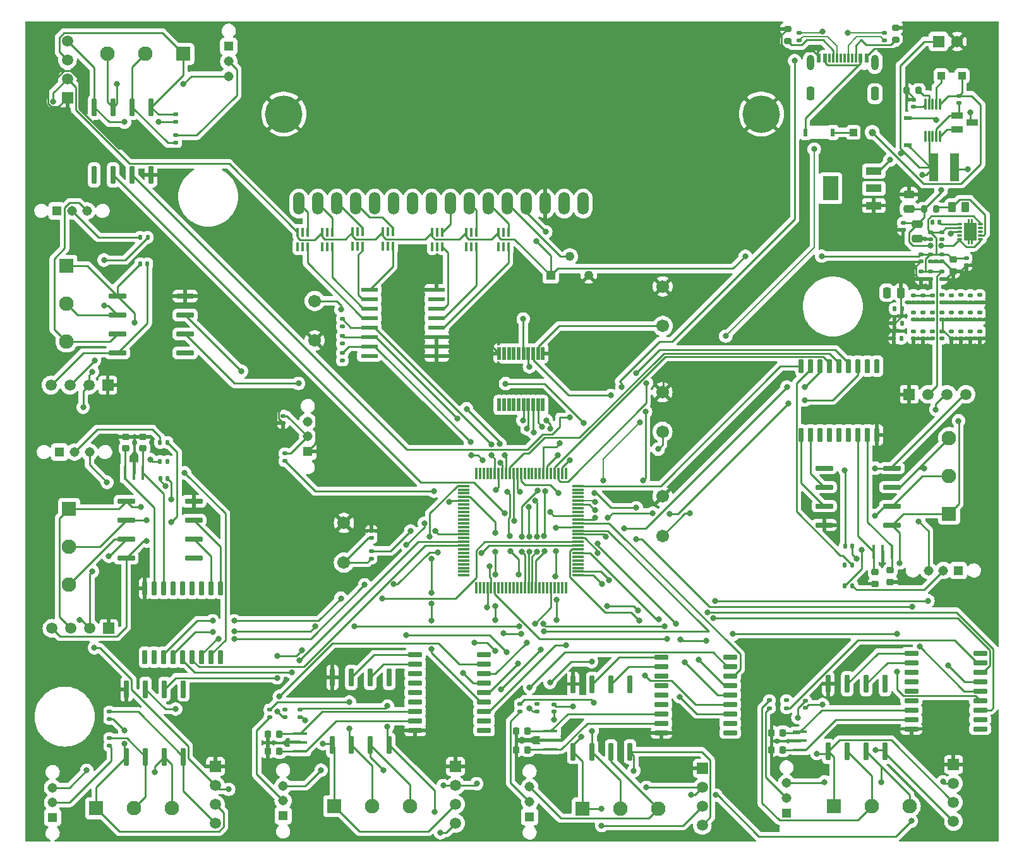
<source format=gbr>
%TF.GenerationSoftware,KiCad,Pcbnew,7.0.7*%
%TF.CreationDate,2024-05-23T09:45:07-07:00*%
%TF.ProjectId,Motor Programmer Rev. 2,4d6f746f-7220-4507-926f-6772616d6d65,rev?*%
%TF.SameCoordinates,Original*%
%TF.FileFunction,Copper,L1,Top*%
%TF.FilePolarity,Positive*%
%FSLAX46Y46*%
G04 Gerber Fmt 4.6, Leading zero omitted, Abs format (unit mm)*
G04 Created by KiCad (PCBNEW 7.0.7) date 2024-05-23 09:45:07*
%MOMM*%
%LPD*%
G01*
G04 APERTURE LIST*
G04 Aperture macros list*
%AMRoundRect*
0 Rectangle with rounded corners*
0 $1 Rounding radius*
0 $2 $3 $4 $5 $6 $7 $8 $9 X,Y pos of 4 corners*
0 Add a 4 corners polygon primitive as box body*
4,1,4,$2,$3,$4,$5,$6,$7,$8,$9,$2,$3,0*
0 Add four circle primitives for the rounded corners*
1,1,$1+$1,$2,$3*
1,1,$1+$1,$4,$5*
1,1,$1+$1,$6,$7*
1,1,$1+$1,$8,$9*
0 Add four rect primitives between the rounded corners*
20,1,$1+$1,$2,$3,$4,$5,0*
20,1,$1+$1,$4,$5,$6,$7,0*
20,1,$1+$1,$6,$7,$8,$9,0*
20,1,$1+$1,$8,$9,$2,$3,0*%
%AMFreePoly0*
4,1,45,-0.121464,1.703536,-0.120000,1.700000,-0.120000,1.205000,0.120000,1.205000,0.120000,1.700000,0.121464,1.703536,0.125000,1.705000,0.375000,1.705000,0.378536,1.703536,0.380000,1.700000,0.380000,1.205000,0.825000,1.205000,0.828536,1.203536,0.830000,1.200000,0.830000,-1.200000,0.828536,-1.203536,0.825000,-1.205000,0.380000,-1.205000,0.380000,-1.700000,0.378536,-1.703536,
0.375000,-1.705000,0.125000,-1.705000,0.121464,-1.703536,0.120000,-1.700000,0.120000,-1.205000,-0.120000,-1.205000,-0.120000,-1.700000,-0.121464,-1.703536,-0.125000,-1.705000,-0.375000,-1.705000,-0.378536,-1.703536,-0.380000,-1.700000,-0.380000,-1.205000,-0.825000,-1.205000,-0.828536,-1.203536,-0.830000,-1.200000,-0.830000,1.200000,-0.828536,1.203536,-0.825000,1.205000,-0.380000,1.205000,
-0.380000,1.700000,-0.378536,1.703536,-0.375000,1.705000,-0.125000,1.705000,-0.121464,1.703536,-0.121464,1.703536,$1*%
G04 Aperture macros list end*
%TA.AperFunction,SMDPad,CuDef*%
%ADD10RoundRect,0.140000X0.170000X-0.140000X0.170000X0.140000X-0.170000X0.140000X-0.170000X-0.140000X0*%
%TD*%
%TA.AperFunction,SMDPad,CuDef*%
%ADD11RoundRect,0.050000X0.150000X-0.545000X0.150000X0.545000X-0.150000X0.545000X-0.150000X-0.545000X0*%
%TD*%
%TA.AperFunction,SMDPad,CuDef*%
%ADD12R,2.150000X1.000000*%
%TD*%
%TA.AperFunction,SMDPad,CuDef*%
%ADD13R,2.150000X3.250000*%
%TD*%
%TA.AperFunction,SMDPad,CuDef*%
%ADD14RoundRect,0.135000X-0.135000X-0.185000X0.135000X-0.185000X0.135000X0.185000X-0.135000X0.185000X0*%
%TD*%
%TA.AperFunction,SMDPad,CuDef*%
%ADD15RoundRect,0.140000X0.140000X0.170000X-0.140000X0.170000X-0.140000X-0.170000X0.140000X-0.170000X0*%
%TD*%
%TA.AperFunction,SMDPad,CuDef*%
%ADD16RoundRect,0.225000X-0.250000X0.225000X-0.250000X-0.225000X0.250000X-0.225000X0.250000X0.225000X0*%
%TD*%
%TA.AperFunction,ComponentPad*%
%ADD17R,1.508000X1.508000*%
%TD*%
%TA.AperFunction,ComponentPad*%
%ADD18C,1.508000*%
%TD*%
%TA.AperFunction,SMDPad,CuDef*%
%ADD19RoundRect,0.200000X-0.200000X-0.275000X0.200000X-0.275000X0.200000X0.275000X-0.200000X0.275000X0*%
%TD*%
%TA.AperFunction,SMDPad,CuDef*%
%ADD20RoundRect,0.140000X-0.170000X0.140000X-0.170000X-0.140000X0.170000X-0.140000X0.170000X0.140000X0*%
%TD*%
%TA.AperFunction,SMDPad,CuDef*%
%ADD21RoundRect,0.028800X-0.211200X0.821200X-0.211200X-0.821200X0.211200X-0.821200X0.211200X0.821200X0*%
%TD*%
%TA.AperFunction,SMDPad,CuDef*%
%ADD22RoundRect,0.075000X-0.880000X-0.225000X0.880000X-0.225000X0.880000X0.225000X-0.880000X0.225000X0*%
%TD*%
%TA.AperFunction,SMDPad,CuDef*%
%ADD23RoundRect,0.051200X0.268800X-1.118800X0.268800X1.118800X-0.268800X1.118800X-0.268800X-1.118800X0*%
%TD*%
%TA.AperFunction,SMDPad,CuDef*%
%ADD24RoundRect,0.140000X-0.140000X-0.170000X0.140000X-0.170000X0.140000X0.170000X-0.140000X0.170000X0*%
%TD*%
%TA.AperFunction,SMDPad,CuDef*%
%ADD25RoundRect,0.225000X0.225000X0.250000X-0.225000X0.250000X-0.225000X-0.250000X0.225000X-0.250000X0*%
%TD*%
%TA.AperFunction,ComponentPad*%
%ADD26R,1.950000X1.950000*%
%TD*%
%TA.AperFunction,ComponentPad*%
%ADD27C,1.950000*%
%TD*%
%TA.AperFunction,SMDPad,CuDef*%
%ADD28RoundRect,0.051200X-0.268800X1.118800X-0.268800X-1.118800X0.268800X-1.118800X0.268800X1.118800X0*%
%TD*%
%TA.AperFunction,SMDPad,CuDef*%
%ADD29RoundRect,0.075000X0.225000X-0.880000X0.225000X0.880000X-0.225000X0.880000X-0.225000X-0.880000X0*%
%TD*%
%TA.AperFunction,SMDPad,CuDef*%
%ADD30R,1.041400X0.584200*%
%TD*%
%TA.AperFunction,SMDPad,CuDef*%
%ADD31RoundRect,0.250000X0.250000X0.475000X-0.250000X0.475000X-0.250000X-0.475000X0.250000X-0.475000X0*%
%TD*%
%TA.AperFunction,SMDPad,CuDef*%
%ADD32R,1.003300X0.990600*%
%TD*%
%TA.AperFunction,ComponentPad*%
%ADD33C,1.701800*%
%TD*%
%TA.AperFunction,SMDPad,CuDef*%
%ADD34RoundRect,0.035000X-0.105000X0.700000X-0.105000X-0.700000X0.105000X-0.700000X0.105000X0.700000X0*%
%TD*%
%TA.AperFunction,SMDPad,CuDef*%
%ADD35RoundRect,0.135000X0.135000X0.185000X-0.135000X0.185000X-0.135000X-0.185000X0.135000X-0.185000X0*%
%TD*%
%TA.AperFunction,SMDPad,CuDef*%
%ADD36R,1.600200X0.863600*%
%TD*%
%TA.AperFunction,SMDPad,CuDef*%
%ADD37R,1.900000X0.400000*%
%TD*%
%TA.AperFunction,SMDPad,CuDef*%
%ADD38R,0.400000X1.900000*%
%TD*%
%TA.AperFunction,ComponentPad*%
%ADD39R,1.308000X1.308000*%
%TD*%
%TA.AperFunction,ComponentPad*%
%ADD40C,1.308000*%
%TD*%
%TA.AperFunction,SMDPad,CuDef*%
%ADD41RoundRect,0.250000X-0.475000X0.250000X-0.475000X-0.250000X0.475000X-0.250000X0.475000X0.250000X0*%
%TD*%
%TA.AperFunction,ComponentPad*%
%ADD42R,0.985000X0.985000*%
%TD*%
%TA.AperFunction,ComponentPad*%
%ADD43C,0.985000*%
%TD*%
%TA.AperFunction,SMDPad,CuDef*%
%ADD44RoundRect,0.135000X-0.185000X0.135000X-0.185000X-0.135000X0.185000X-0.135000X0.185000X0.135000X0*%
%TD*%
%TA.AperFunction,SMDPad,CuDef*%
%ADD45RoundRect,0.135000X0.185000X-0.135000X0.185000X0.135000X-0.185000X0.135000X-0.185000X-0.135000X0*%
%TD*%
%TA.AperFunction,SMDPad,CuDef*%
%ADD46R,2.286000X0.558800*%
%TD*%
%TA.AperFunction,SMDPad,CuDef*%
%ADD47RoundRect,0.225000X0.250000X-0.225000X0.250000X0.225000X-0.250000X0.225000X-0.250000X-0.225000X0*%
%TD*%
%TA.AperFunction,ComponentPad*%
%ADD48R,1.222000X1.222000*%
%TD*%
%TA.AperFunction,ComponentPad*%
%ADD49C,1.222000*%
%TD*%
%TA.AperFunction,SMDPad,CuDef*%
%ADD50RoundRect,0.051200X1.118800X0.268800X-1.118800X0.268800X-1.118800X-0.268800X1.118800X-0.268800X0*%
%TD*%
%TA.AperFunction,SMDPad,CuDef*%
%ADD51RoundRect,0.250000X0.475000X-0.250000X0.475000X0.250000X-0.475000X0.250000X-0.475000X-0.250000X0*%
%TD*%
%TA.AperFunction,SMDPad,CuDef*%
%ADD52RoundRect,0.250000X-0.262500X-0.450000X0.262500X-0.450000X0.262500X0.450000X-0.262500X0.450000X0*%
%TD*%
%TA.AperFunction,SMDPad,CuDef*%
%ADD53RoundRect,0.007200X-0.292800X-0.112800X0.292800X-0.112800X0.292800X0.112800X-0.292800X0.112800X0*%
%TD*%
%TA.AperFunction,SMDPad,CuDef*%
%ADD54FreePoly0,0.000000*%
%TD*%
%TA.AperFunction,ComponentPad*%
%ADD55C,0.300000*%
%TD*%
%TA.AperFunction,SMDPad,CuDef*%
%ADD56RoundRect,0.035000X-0.745000X-0.105000X0.745000X-0.105000X0.745000X0.105000X-0.745000X0.105000X0*%
%TD*%
%TA.AperFunction,SMDPad,CuDef*%
%ADD57RoundRect,0.035000X0.105000X-0.745000X0.105000X0.745000X-0.105000X0.745000X-0.105000X-0.745000X0*%
%TD*%
%TA.AperFunction,SMDPad,CuDef*%
%ADD58R,0.600000X1.150000*%
%TD*%
%TA.AperFunction,SMDPad,CuDef*%
%ADD59R,0.300000X1.150000*%
%TD*%
%TA.AperFunction,ComponentPad*%
%ADD60O,1.000000X2.100000*%
%TD*%
%TA.AperFunction,ComponentPad*%
%ADD61RoundRect,0.250000X-0.250000X-0.650000X0.250000X-0.650000X0.250000X0.650000X-0.250000X0.650000X0*%
%TD*%
%TA.AperFunction,SMDPad,CuDef*%
%ADD62RoundRect,0.200000X0.275000X-0.200000X0.275000X0.200000X-0.275000X0.200000X-0.275000X-0.200000X0*%
%TD*%
%TA.AperFunction,SMDPad,CuDef*%
%ADD63R,1.193800X3.708400*%
%TD*%
%TA.AperFunction,SMDPad,CuDef*%
%ADD64R,0.584200X1.041400*%
%TD*%
%TA.AperFunction,ComponentPad*%
%ADD65R,1.575000X1.575000*%
%TD*%
%TA.AperFunction,ComponentPad*%
%ADD66C,1.575000*%
%TD*%
%TA.AperFunction,SMDPad,CuDef*%
%ADD67RoundRect,0.075000X-0.225000X0.880000X-0.225000X-0.880000X0.225000X-0.880000X0.225000X0.880000X0*%
%TD*%
%TA.AperFunction,SMDPad,CuDef*%
%ADD68RoundRect,0.200000X-0.275000X0.200000X-0.275000X-0.200000X0.275000X-0.200000X0.275000X0.200000X0*%
%TD*%
%TA.AperFunction,SMDPad,CuDef*%
%ADD69RoundRect,0.200000X0.200000X0.275000X-0.200000X0.275000X-0.200000X-0.275000X0.200000X-0.275000X0*%
%TD*%
%TA.AperFunction,SMDPad,CuDef*%
%ADD70RoundRect,0.051200X-1.118800X-0.268800X1.118800X-0.268800X1.118800X0.268800X-1.118800X0.268800X0*%
%TD*%
%TA.AperFunction,ComponentPad*%
%ADD71O,1.508000X3.016000*%
%TD*%
%TA.AperFunction,ComponentPad*%
%ADD72C,5.016000*%
%TD*%
%TA.AperFunction,ViaPad*%
%ADD73C,0.800000*%
%TD*%
%TA.AperFunction,Conductor*%
%ADD74C,0.250000*%
%TD*%
%TA.AperFunction,Conductor*%
%ADD75C,0.200000*%
%TD*%
%TA.AperFunction,Conductor*%
%ADD76C,0.254000*%
%TD*%
G04 APERTURE END LIST*
D10*
%TO.P,C58,1*%
%TO.N,GND*%
X204910000Y-76272000D03*
%TO.P,C58,2*%
%TO.N,+3.3V*%
X204910000Y-75312000D03*
%TD*%
%TO.P,C38,1*%
%TO.N,GND*%
X198560000Y-73732000D03*
%TO.P,C38,2*%
%TO.N,+3.3V*%
X198560000Y-72772000D03*
%TD*%
D11*
%TO.P,U27,1,VCC(A)*%
%TO.N,+3.3V*%
X140427800Y-63970800D03*
%TO.P,U27,2,GND*%
%TO.N,GND*%
X141077800Y-63970800D03*
%TO.P,U27,3,A*%
%TO.N,/LED/RS_L*%
X141727800Y-63970800D03*
%TO.P,U27,4,B*%
%TO.N,/LED/RS_H*%
X141727800Y-62050800D03*
%TO.P,U27,5,DIR*%
%TO.N,+3.3V*%
X141077800Y-62050800D03*
%TO.P,U27,6,VCC(B)*%
%TO.N,+5V*%
X140427800Y-62050800D03*
%TD*%
D10*
%TO.P,C43,1*%
%TO.N,GND*%
X196020000Y-71446000D03*
%TO.P,C43,2*%
%TO.N,+3.3V*%
X196020000Y-70486000D03*
%TD*%
D12*
%TO.P,U3,1,GND*%
%TO.N,GND*%
X190713800Y-58452800D03*
%TO.P,U3,2,OUT*%
%TO.N,+3.3V*%
X190713800Y-56152800D03*
%TO.P,U3,3,IN*%
%TO.N,VCC*%
X190713800Y-53852800D03*
D13*
%TO.P,U3,4,OUT__1*%
%TO.N,+3.3V*%
X184913800Y-56152800D03*
%TD*%
D14*
%TO.P,R22,1*%
%TO.N,+3.3V*%
X186835800Y-106633800D03*
%TO.P,R22,2*%
%TO.N,Net-(U21-~{RESET})*%
X187855800Y-106633800D03*
%TD*%
D15*
%TO.P,C21,1*%
%TO.N,Net-(U12-VAUX)*%
X199524800Y-60716800D03*
%TO.P,C21,2*%
%TO.N,GND*%
X198564800Y-60716800D03*
%TD*%
D10*
%TO.P,C49,1*%
%TO.N,/CAN8/CAN_VDD*%
X147888000Y-126309000D03*
%TO.P,C49,2*%
%TO.N,/CAN8/CAN_GND*%
X147888000Y-125349000D03*
%TD*%
D16*
%TO.P,C37,1*%
%TO.N,/CAN6/OSC1*%
X192933800Y-107382800D03*
%TO.P,C37,2*%
%TO.N,GND*%
X192933800Y-108932800D03*
%TD*%
D17*
%TO.P,PS4,1,-VIN*%
%TO.N,GND*%
X82644900Y-44009900D03*
D18*
%TO.P,PS4,2,+VIN*%
%TO.N,+5V*%
X82644900Y-41469900D03*
%TO.P,PS4,3,-VOUT*%
%TO.N,/CAN3/CAN_GND*%
X82644900Y-38929900D03*
%TO.P,PS4,4,+VOUT*%
%TO.N,/CAN3/CAN_VDD*%
X82644900Y-36389900D03*
%TD*%
D19*
%TO.P,R11,1*%
%TO.N,VCC*%
X197457800Y-58938800D03*
%TO.P,R11,2*%
%TO.N,/USB + Power Source/UVLO*%
X199107800Y-58938800D03*
%TD*%
D20*
%TO.P,C1,1*%
%TO.N,VCC*%
X194671800Y-60752800D03*
%TO.P,C1,2*%
%TO.N,GND*%
X194671800Y-61712800D03*
%TD*%
D21*
%TO.P,U8,1,EN*%
%TO.N,GND*%
X146358800Y-78277200D03*
%TO.P,U8,2,IN1*%
%TO.N,Net-(U8-IN1)*%
X145708800Y-78277200D03*
%TO.P,U8,3,IN2*%
%TO.N,Net-(U8-IN2)*%
X145058800Y-78277200D03*
%TO.P,U8,4,IN3*%
%TO.N,Net-(U8-IN3)*%
X144408800Y-78277200D03*
%TO.P,U8,5,IN4*%
%TO.N,Net-(U8-IN4)*%
X143758800Y-78277200D03*
%TO.P,U8,6,IN5*%
%TO.N,unconnected-(U8-IN5-Pad6)*%
X143108800Y-78277200D03*
%TO.P,U8,7,IN6*%
%TO.N,unconnected-(U8-IN6-Pad7)*%
X142458800Y-78277200D03*
%TO.P,U8,8,IN7*%
%TO.N,unconnected-(U8-IN7-Pad8)*%
X141808800Y-78277200D03*
%TO.P,U8,9,IN8*%
%TO.N,unconnected-(U8-IN8-Pad9)*%
X141158800Y-78277200D03*
%TO.P,U8,10,GND*%
%TO.N,GND*%
X140508800Y-78277200D03*
%TO.P,U8,11,CH*%
%TO.N,unconnected-(U8-CH-Pad11)*%
X140508800Y-85197200D03*
%TO.P,U8,12,OUT8*%
%TO.N,unconnected-(U8-OUT8-Pad12)*%
X141158800Y-85197200D03*
%TO.P,U8,13,OUT7*%
%TO.N,unconnected-(U8-OUT7-Pad13)*%
X141808800Y-85197200D03*
%TO.P,U8,14,OUT6*%
%TO.N,unconnected-(U8-OUT6-Pad14)*%
X142458800Y-85197200D03*
%TO.P,U8,15,OUT5*%
%TO.N,unconnected-(U8-OUT5-Pad15)*%
X143108800Y-85197200D03*
%TO.P,U8,16,OUT4*%
%TO.N,/Deb_back*%
X143758800Y-85197200D03*
%TO.P,U8,17,OUT3*%
%TO.N,/Deb_right*%
X144408800Y-85197200D03*
%TO.P,U8,18,OUT2*%
%TO.N,/Deb_select*%
X145058800Y-85197200D03*
%TO.P,U8,19,OUT1*%
%TO.N,/Deb_left*%
X145708800Y-85197200D03*
%TO.P,U8,20,VCC*%
%TO.N,+3.3V*%
X146358800Y-85197200D03*
%TD*%
D22*
%TO.P,U25,1,TXCAN*%
%TO.N,/CAN8/CAN_TX*%
X162260000Y-118999000D03*
%TO.P,U25,2,RXCAN*%
%TO.N,/CAN8/CAN_RX*%
X162260000Y-120269000D03*
%TO.P,U25,3,CLKOUT/SOF*%
%TO.N,unconnected-(U25-CLKOUT{slash}SOF-Pad3)*%
X162260000Y-121539000D03*
%TO.P,U25,4,~{TX0RTS}*%
%TO.N,unconnected-(U25-~{TX0RTS}-Pad4)*%
X162260000Y-122809000D03*
%TO.P,U25,5,~{TX1RTS}*%
%TO.N,unconnected-(U25-~{TX1RTS}-Pad5)*%
X162260000Y-124079000D03*
%TO.P,U25,6,~{TX2RTS}*%
%TO.N,unconnected-(U25-~{TX2RTS}-Pad6)*%
X162260000Y-125349000D03*
%TO.P,U25,7,OSC2*%
%TO.N,/CAN8/OSC2*%
X162260000Y-126619000D03*
%TO.P,U25,8,OSC1*%
%TO.N,/CAN8/OSC1*%
X162260000Y-127889000D03*
%TO.P,U25,9,VSS*%
%TO.N,GND*%
X162260000Y-129159000D03*
%TO.P,U25,10,~{RX1BF}*%
%TO.N,unconnected-(U25-~{RX1BF}-Pad10)*%
X171480000Y-129159000D03*
%TO.P,U25,11,~{RX0BF}*%
%TO.N,unconnected-(U25-~{RX0BF}-Pad11)*%
X171480000Y-127889000D03*
%TO.P,U25,12,~{INT}*%
%TO.N,/INT6*%
X171480000Y-126619000D03*
%TO.P,U25,13,SCK*%
%TO.N,/SPI6_SCK*%
X171480000Y-125349000D03*
%TO.P,U25,14,SI*%
%TO.N,/SPI6_MOSI*%
X171480000Y-124079000D03*
%TO.P,U25,15,SO*%
%TO.N,/SPI6_MISO*%
X171480000Y-122809000D03*
%TO.P,U25,16,~{CS}*%
%TO.N,/CS6*%
X171480000Y-121539000D03*
%TO.P,U25,17,~{RESET}*%
%TO.N,Net-(U25-~{RESET})*%
X171480000Y-120269000D03*
%TO.P,U25,18,VDD*%
%TO.N,+3.3V*%
X171480000Y-118999000D03*
%TD*%
D23*
%TO.P,U18,1,VCC1*%
%TO.N,+3.3V*%
X86228900Y-54346900D03*
%TO.P,U18,2,RXD*%
%TO.N,/CAN3_RX*%
X88768900Y-54346900D03*
%TO.P,U18,3,TXD*%
%TO.N,/CAN3_TX*%
X91308900Y-54346900D03*
%TO.P,U18,4,GND1*%
%TO.N,GND*%
X93848900Y-54346900D03*
%TO.P,U18,5,GND2*%
%TO.N,/CAN3/CAN_GND*%
X93848900Y-45276900D03*
%TO.P,U18,6,CANL*%
%TO.N,/CAN3/CANL*%
X91308900Y-45276900D03*
%TO.P,U18,7,CANH*%
%TO.N,/CAN3/CANH*%
X88768900Y-45276900D03*
%TO.P,U18,8,VCC2*%
%TO.N,/CAN3/CAN_VDD*%
X86228900Y-45276900D03*
%TD*%
D24*
%TO.P,C34,1*%
%TO.N,/CAN5/CAN_VDD*%
X95081400Y-95059200D03*
%TO.P,C34,2*%
%TO.N,/CAN5/CAN_GND*%
X96041400Y-95059200D03*
%TD*%
D25*
%TO.P,C46,1*%
%TO.N,/CAN8/OSC2*%
X144345000Y-128905000D03*
%TO.P,C46,2*%
%TO.N,GND*%
X142795000Y-128905000D03*
%TD*%
D26*
%TO.P,J10,1,1*%
%TO.N,/CAN7/CAN_GND*%
X118410600Y-139014200D03*
D27*
%TO.P,J10,2,2*%
%TO.N,/CAN7/CANL*%
X123490600Y-139014200D03*
%TO.P,J10,3,3*%
%TO.N,/CAN7/CANH*%
X128570600Y-139014200D03*
%TD*%
D28*
%TO.P,U26,1,VCC1*%
%TO.N,+3.3V*%
X158048000Y-122629000D03*
%TO.P,U26,2,RXD*%
%TO.N,/CAN8/CAN_RX*%
X155508000Y-122629000D03*
%TO.P,U26,3,TXD*%
%TO.N,/CAN8/CAN_TX*%
X152968000Y-122629000D03*
%TO.P,U26,4,GND1*%
%TO.N,GND*%
X150428000Y-122629000D03*
%TO.P,U26,5,GND2*%
%TO.N,/CAN8/CAN_GND*%
X150428000Y-131699000D03*
%TO.P,U26,6,CANL*%
%TO.N,/CAN8/CANL*%
X152968000Y-131699000D03*
%TO.P,U26,7,CANH*%
%TO.N,/CAN8/CANH*%
X155508000Y-131699000D03*
%TO.P,U26,8,VCC2*%
%TO.N,/CAN8/CAN_VDD*%
X158048000Y-131699000D03*
%TD*%
D10*
%TO.P,C48,1*%
%TO.N,GND*%
X203640000Y-73732000D03*
%TO.P,C48,2*%
%TO.N,+3.3V*%
X203640000Y-72772000D03*
%TD*%
D29*
%TO.P,U21,1,TXCAN*%
%TO.N,/CAN6/CAN_TX*%
X180995800Y-89213800D03*
%TO.P,U21,2,RXCAN*%
%TO.N,/CAN6/CAN_RX*%
X182265800Y-89213800D03*
%TO.P,U21,3,CLKOUT/SOF*%
%TO.N,unconnected-(U21-CLKOUT{slash}SOF-Pad3)*%
X183535800Y-89213800D03*
%TO.P,U21,4,~{TX0RTS}*%
%TO.N,unconnected-(U21-~{TX0RTS}-Pad4)*%
X184805800Y-89213800D03*
%TO.P,U21,5,~{TX1RTS}*%
%TO.N,unconnected-(U21-~{TX1RTS}-Pad5)*%
X186075800Y-89213800D03*
%TO.P,U21,6,~{TX2RTS}*%
%TO.N,unconnected-(U21-~{TX2RTS}-Pad6)*%
X187345800Y-89213800D03*
%TO.P,U21,7,OSC2*%
%TO.N,/CAN6/OSC2*%
X188615800Y-89213800D03*
%TO.P,U21,8,OSC1*%
%TO.N,/CAN6/OSC1*%
X189885800Y-89213800D03*
%TO.P,U21,9,VSS*%
%TO.N,GND*%
X191155800Y-89213800D03*
%TO.P,U21,10,~{RX1BF}*%
%TO.N,unconnected-(U21-~{RX1BF}-Pad10)*%
X191155800Y-79993800D03*
%TO.P,U21,11,~{RX0BF}*%
%TO.N,unconnected-(U21-~{RX0BF}-Pad11)*%
X189885800Y-79993800D03*
%TO.P,U21,12,~{INT}*%
%TO.N,/INT3*%
X188615800Y-79993800D03*
%TO.P,U21,13,SCK*%
%TO.N,/SPI3_SCK*%
X187345800Y-79993800D03*
%TO.P,U21,14,SI*%
%TO.N,/SPI3_MOSI*%
X186075800Y-79993800D03*
%TO.P,U21,15,SO*%
%TO.N,/SPI3_MISO*%
X184805800Y-79993800D03*
%TO.P,U21,16,~{CS}*%
%TO.N,/CS3*%
X183535800Y-79993800D03*
%TO.P,U21,17,~{RESET}*%
%TO.N,Net-(U21-~{RESET})*%
X182265800Y-79993800D03*
%TO.P,U21,18,VDD*%
%TO.N,+3.3V*%
X180995800Y-79993800D03*
%TD*%
D30*
%TO.P,CR1,1*%
%TO.N,VCC*%
X195306800Y-50374300D03*
%TO.P,CR1,2*%
%TO.N,Net-(CR1-Pad2)*%
X195306800Y-46691300D03*
%TD*%
D31*
%TO.P,C2,1*%
%TO.N,GND*%
X194347600Y-70159800D03*
%TO.P,C2,2*%
%TO.N,+3.3V*%
X192447600Y-70159800D03*
%TD*%
D20*
%TO.P,C6,1*%
%TO.N,/CAN2/CAN_VDD*%
X88274200Y-126328000D03*
%TO.P,C6,2*%
%TO.N,/CAN2/CAN_GND*%
X88274200Y-127288000D03*
%TD*%
D10*
%TO.P,C14,1*%
%TO.N,GND*%
X201100000Y-73732000D03*
%TO.P,C14,2*%
%TO.N,+3.3V*%
X201100000Y-72772000D03*
%TD*%
D25*
%TO.P,C41,1*%
%TO.N,/CAN7/OSC2*%
X111057600Y-129362200D03*
%TO.P,C41,2*%
%TO.N,GND*%
X109507600Y-129362200D03*
%TD*%
%TO.P,C30,1*%
%TO.N,/CAN4/OSC2*%
X178530800Y-129148200D03*
%TO.P,C30,2*%
%TO.N,GND*%
X176980800Y-129148200D03*
%TD*%
D20*
%TO.P,C12,1*%
%TO.N,+3.3V*%
X197290000Y-72800000D03*
%TO.P,C12,2*%
%TO.N,GND*%
X197290000Y-73760000D03*
%TD*%
D32*
%TO.P,LED1,1*%
%TO.N,Net-(U14-~{CHG})*%
X199732650Y-41040000D03*
%TO.P,LED1,2*%
%TO.N,VDD*%
X202539350Y-41040000D03*
%TD*%
D24*
%TO.P,C10,1*%
%TO.N,GND*%
X193508000Y-74268000D03*
%TO.P,C10,2*%
%TO.N,+3.3V*%
X194468000Y-74268000D03*
%TD*%
D10*
%TO.P,C33,1*%
%TO.N,GND*%
X199830000Y-71418000D03*
%TO.P,C33,2*%
%TO.N,+3.3V*%
X199830000Y-70458000D03*
%TD*%
D33*
%TO.P,U7,1,1*%
%TO.N,Net-(U8-IN3)*%
X162394550Y-102770200D03*
%TO.P,U7,6,6*%
%TO.N,GND*%
X162394550Y-97470200D03*
%TD*%
D34*
%TO.P,U14,1,IN*%
%TO.N,VDD*%
X199608800Y-44858800D03*
%TO.P,U14,2,~{CHG}*%
%TO.N,Net-(U14-~{CHG})*%
X199108800Y-44858800D03*
%TO.P,U14,3,EN*%
%TO.N,unconnected-(U14-EN-Pad3)*%
X198608800Y-44858800D03*
%TO.P,U14,4,ISET*%
%TO.N,Net-(U14-ISET)*%
X198108800Y-44858800D03*
%TO.P,U14,5,CT*%
%TO.N,Net-(U14-CT)*%
X197608800Y-44858800D03*
%TO.P,U14,6,RSTRT*%
%TO.N,GND*%
X197608800Y-49158800D03*
%TO.P,U14,7,BATT*%
%TO.N,VCC*%
X198108800Y-49158800D03*
%TO.P,U14,8,GND*%
%TO.N,GND*%
X198608800Y-49158800D03*
%TO.P,U14,9,DRV*%
%TO.N,/USB + Power Source/DRV*%
X199108800Y-49158800D03*
%TO.P,U14,10,CS*%
%TO.N,/USB + Power Source/CS*%
X199608800Y-49158800D03*
%TD*%
D10*
%TO.P,C62,1*%
%TO.N,GND*%
X198560000Y-76300000D03*
%TO.P,C62,2*%
%TO.N,+3.3V*%
X198560000Y-75340000D03*
%TD*%
%TO.P,C23,1*%
%TO.N,Net-(U14-CT)*%
X196068800Y-45202800D03*
%TO.P,C23,2*%
%TO.N,GND*%
X196068800Y-44242800D03*
%TD*%
D35*
%TO.P,R10,1*%
%TO.N,+3.3V*%
X96071400Y-92773200D03*
%TO.P,R10,2*%
%TO.N,Net-(U19-~{RESET})*%
X95051400Y-92773200D03*
%TD*%
D11*
%TO.P,U28,1,VCC(A)*%
%TO.N,+3.3V*%
X136109800Y-63970800D03*
%TO.P,U28,2,GND*%
%TO.N,GND*%
X136759800Y-63970800D03*
%TO.P,U28,3,A*%
%TO.N,/LED/RW_L*%
X137409800Y-63970800D03*
%TO.P,U28,4,B*%
%TO.N,/LED/RW_H*%
X137409800Y-62050800D03*
%TO.P,U28,5,DIR*%
%TO.N,+3.3V*%
X136759800Y-62050800D03*
%TO.P,U28,6,VCC(B)*%
%TO.N,+5V*%
X136109800Y-62050800D03*
%TD*%
D10*
%TO.P,C61,1*%
%TO.N,GND*%
X199806800Y-62974800D03*
%TO.P,C61,2*%
%TO.N,+5V*%
X199806800Y-62014800D03*
%TD*%
D35*
%TO.P,R23,1*%
%TO.N,Net-(R23-Pad1)*%
X187855800Y-109427800D03*
%TO.P,R23,2*%
%TO.N,/CAN6/CANL*%
X186835800Y-109427800D03*
%TD*%
D24*
%TO.P,C39,1*%
%TO.N,/CAN6/CAN_VDD*%
X186865800Y-104093800D03*
%TO.P,C39,2*%
%TO.N,/CAN6/CAN_GND*%
X187825800Y-104093800D03*
%TD*%
D36*
%TO.P,Q1,1,1*%
%TO.N,/USB + Power Source/DRV*%
X201910800Y-46378798D03*
%TO.P,Q1,2,2*%
%TO.N,/USB + Power Source/CS*%
X201910800Y-48278800D03*
%TO.P,Q1,3,3*%
%TO.N,Net-(CR1-Pad2)*%
X203921800Y-47328799D03*
%TD*%
D37*
%TO.P,Y1,1*%
%TO.N,/CAN4/OSC2*%
X180803800Y-129034200D03*
%TO.P,Y1,2*%
%TO.N,GND*%
X180803800Y-130234200D03*
%TO.P,Y1,3*%
%TO.N,/CAN4/OSC1*%
X180803800Y-131434200D03*
%TD*%
D10*
%TO.P,C60,1*%
%TO.N,GND*%
X201100000Y-76300000D03*
%TO.P,C60,2*%
%TO.N,+3.3V*%
X201100000Y-75340000D03*
%TD*%
D20*
%TO.P,C22,1*%
%TO.N,VDD*%
X202164800Y-43734800D03*
%TO.P,C22,2*%
%TO.N,/USB + Power Source/DRV*%
X202164800Y-44694800D03*
%TD*%
D10*
%TO.P,C64,1*%
%TO.N,GND*%
X204910000Y-71418000D03*
%TO.P,C64,2*%
%TO.N,+3.3V*%
X204910000Y-70458000D03*
%TD*%
D26*
%TO.P,J11,1,1*%
%TO.N,/CAN8/CAN_GND*%
X151698000Y-139319000D03*
D27*
%TO.P,J11,2,2*%
%TO.N,/CAN8/CANL*%
X156778000Y-139319000D03*
%TO.P,J11,3,3*%
%TO.N,/CAN8/CANH*%
X161858000Y-139319000D03*
%TD*%
D38*
%TO.P,Y2,1*%
%TO.N,/CAN5/OSC2*%
X92767400Y-94310200D03*
%TO.P,Y2,2*%
%TO.N,GND*%
X91567400Y-94310200D03*
%TO.P,Y2,3*%
%TO.N,/CAN5/OSC1*%
X90367400Y-94310200D03*
%TD*%
D39*
%TO.P,S4,1,1*%
%TO.N,unconnected-(S4-Pad1)*%
X179025800Y-139904700D03*
D40*
%TO.P,S4,2,2*%
%TO.N,Net-(R7-Pad1)*%
X179025800Y-137904700D03*
%TO.P,S4,3,3*%
%TO.N,/CAN4/CANH*%
X179025800Y-135904700D03*
%TD*%
D20*
%TO.P,C28,1*%
%TO.N,+3.3V*%
X198560000Y-70486000D03*
%TO.P,C28,2*%
%TO.N,GND*%
X198560000Y-71446000D03*
%TD*%
D39*
%TO.P,S2,1,1*%
%TO.N,unconnected-(S2-Pad1)*%
X80654200Y-140520000D03*
D40*
%TO.P,S2,2,2*%
%TO.N,Net-(R6-Pad1)*%
X80654200Y-138520000D03*
%TO.P,S2,3,3*%
%TO.N,/CAN2/CANH*%
X80654200Y-136520000D03*
%TD*%
D20*
%TO.P,C40,1*%
%TO.N,+3.3V*%
X197290000Y-70486000D03*
%TO.P,C40,2*%
%TO.N,GND*%
X197290000Y-71446000D03*
%TD*%
D14*
%TO.P,R3,1*%
%TO.N,Net-(R3-Pad1)*%
X92360600Y-62728115D03*
%TO.P,R3,2*%
%TO.N,/CAN1/CANL*%
X93380600Y-62728115D03*
%TD*%
D41*
%TO.P,C19,1*%
%TO.N,VCC*%
X196504800Y-60970800D03*
%TO.P,C19,2*%
%TO.N,GND*%
X196504800Y-62870800D03*
%TD*%
D42*
%TO.P,J12,01,01*%
%TO.N,Net-(CR2-Pad1)*%
X187967300Y-48648300D03*
D43*
%TO.P,J12,02,02*%
%TO.N,VDD*%
X190507300Y-48648300D03*
%TD*%
D26*
%TO.P,J3,1,1*%
%TO.N,/CAN1/CAN_GND*%
X82502100Y-66538115D03*
D27*
%TO.P,J3,2,2*%
%TO.N,/CAN1/CANL*%
X82502100Y-71618115D03*
%TO.P,J3,3,3*%
%TO.N,/CAN1/CANH*%
X82502100Y-76698115D03*
%TD*%
D44*
%TO.P,R1,1*%
%TO.N,/D+*%
X192131800Y-35322800D03*
%TO.P,R1,2*%
%TO.N,/USB + Power Source/USB_D+*%
X192131800Y-36342800D03*
%TD*%
D45*
%TO.P,R16,1*%
%TO.N,Net-(C25-Pad1)*%
X123354000Y-105811000D03*
%TO.P,R16,2*%
%TO.N,Net-(U15B-NRST)*%
X123354000Y-104791000D03*
%TD*%
D37*
%TO.P,Y5,1*%
%TO.N,/CAN8/OSC2*%
X147380000Y-128975000D03*
%TO.P,Y5,2*%
%TO.N,GND*%
X147380000Y-130175000D03*
%TO.P,Y5,3*%
%TO.N,/CAN8/OSC1*%
X147380000Y-131375000D03*
%TD*%
D38*
%TO.P,Y3,1*%
%TO.N,/CAN6/OSC2*%
X190717800Y-104855800D03*
%TO.P,Y3,2*%
%TO.N,GND*%
X191917800Y-104855800D03*
%TO.P,Y3,3*%
%TO.N,/CAN6/OSC1*%
X193117800Y-104855800D03*
%TD*%
D46*
%TO.P,U9,1,A0*%
%TO.N,GND*%
X132137000Y-78631800D03*
%TO.P,U9,2,A1*%
X132137000Y-77361800D03*
%TO.P,U9,3,A2*%
X132137000Y-76091800D03*
%TO.P,U9,4,P0*%
%TO.N,/LED/RS_L*%
X132137000Y-74821800D03*
%TO.P,U9,5,P1*%
%TO.N,/LED/RW_L*%
X132137000Y-73551800D03*
%TO.P,U9,6,P2*%
%TO.N,/LED/E_L*%
X132137000Y-72281800D03*
%TO.P,U9,7,P3*%
%TO.N,unconnected-(U9-P3-Pad7)*%
X132137000Y-71011800D03*
%TO.P,U9,8,VSS*%
%TO.N,GND*%
X132137000Y-69741800D03*
%TO.P,U9,9,P4*%
%TO.N,/LED/D4L*%
X123094600Y-69741800D03*
%TO.P,U9,10,P5*%
%TO.N,/LED/D5L*%
X123094600Y-71011800D03*
%TO.P,U9,11,P6*%
%TO.N,/LED/D6L*%
X123094600Y-72281800D03*
%TO.P,U9,12,P7*%
%TO.N,/LED/D7L*%
X123094600Y-73551800D03*
%TO.P,U9,13,~{INT}*%
%TO.N,/LCD_Int*%
X123094600Y-74821800D03*
%TO.P,U9,14,SCL*%
%TO.N,/SCL*%
X123094600Y-76091800D03*
%TO.P,U9,15,SDA*%
%TO.N,/SDA*%
X123094600Y-77361800D03*
%TO.P,U9,16,VDD*%
%TO.N,+3.3V*%
X123094600Y-78631800D03*
%TD*%
D22*
%TO.P,U23,1,TXCAN*%
%TO.N,/CAN7/CAN_TX*%
X129256600Y-118694200D03*
%TO.P,U23,2,RXCAN*%
%TO.N,/CAN7/CAN_RX*%
X129256600Y-119964200D03*
%TO.P,U23,3,CLKOUT/SOF*%
%TO.N,unconnected-(U23-CLKOUT{slash}SOF-Pad3)*%
X129256600Y-121234200D03*
%TO.P,U23,4,~{TX0RTS}*%
%TO.N,unconnected-(U23-~{TX0RTS}-Pad4)*%
X129256600Y-122504200D03*
%TO.P,U23,5,~{TX1RTS}*%
%TO.N,unconnected-(U23-~{TX1RTS}-Pad5)*%
X129256600Y-123774200D03*
%TO.P,U23,6,~{TX2RTS}*%
%TO.N,unconnected-(U23-~{TX2RTS}-Pad6)*%
X129256600Y-125044200D03*
%TO.P,U23,7,OSC2*%
%TO.N,/CAN7/OSC2*%
X129256600Y-126314200D03*
%TO.P,U23,8,OSC1*%
%TO.N,/CAN7/OSC1*%
X129256600Y-127584200D03*
%TO.P,U23,9,VSS*%
%TO.N,GND*%
X129256600Y-128854200D03*
%TO.P,U23,10,~{RX1BF}*%
%TO.N,unconnected-(U23-~{RX1BF}-Pad10)*%
X138476600Y-128854200D03*
%TO.P,U23,11,~{RX0BF}*%
%TO.N,unconnected-(U23-~{RX0BF}-Pad11)*%
X138476600Y-127584200D03*
%TO.P,U23,12,~{INT}*%
%TO.N,/INT4*%
X138476600Y-126314200D03*
%TO.P,U23,13,SCK*%
%TO.N,/SPI4_SCK*%
X138476600Y-125044200D03*
%TO.P,U23,14,SI*%
%TO.N,/SPI4_MOSI*%
X138476600Y-123774200D03*
%TO.P,U23,15,SO*%
%TO.N,/SPI4_MISO*%
X138476600Y-122504200D03*
%TO.P,U23,16,~{CS}*%
%TO.N,/CS4*%
X138476600Y-121234200D03*
%TO.P,U23,17,~{RESET}*%
%TO.N,Net-(U23-~{RESET})*%
X138476600Y-119964200D03*
%TO.P,U23,18,VDD*%
%TO.N,+3.3V*%
X138476600Y-118694200D03*
%TD*%
D39*
%TO.P,S9,1,1*%
%TO.N,unconnected-(S9-Pad1)*%
X144586000Y-140423500D03*
D40*
%TO.P,S9,2,2*%
%TO.N,Net-(R27-Pad1)*%
X144586000Y-138423500D03*
%TO.P,S9,3,3*%
%TO.N,/CAN8/CANH*%
X144586000Y-136423500D03*
%TD*%
D20*
%TO.P,C45,1*%
%TO.N,+3.3V*%
X196020000Y-72772000D03*
%TO.P,C45,2*%
%TO.N,GND*%
X196020000Y-73732000D03*
%TD*%
D10*
%TO.P,C54,1*%
%TO.N,GND*%
X203640000Y-76272000D03*
%TO.P,C54,2*%
%TO.N,+3.3V*%
X203640000Y-75312000D03*
%TD*%
D33*
%TO.P,U13,1,1*%
%TO.N,Net-(U8-IN4)*%
X115791850Y-71250000D03*
%TO.P,U13,6,6*%
%TO.N,GND*%
X115791850Y-76550000D03*
%TD*%
D47*
%TO.P,C31,1*%
%TO.N,/CAN5/OSC2*%
X92767400Y-91021200D03*
%TO.P,C31,2*%
%TO.N,GND*%
X92767400Y-89471200D03*
%TD*%
D10*
%TO.P,C57,1*%
%TO.N,GND*%
X198282800Y-65966800D03*
%TO.P,C57,2*%
%TO.N,+5V*%
X198282800Y-65006800D03*
%TD*%
%TO.P,C16,1*%
%TO.N,GND*%
X204910000Y-73760000D03*
%TO.P,C16,2*%
%TO.N,+3.3V*%
X204910000Y-72800000D03*
%TD*%
D39*
%TO.P,S3,1,1*%
%TO.N,GND*%
X114850000Y-91422500D03*
D40*
%TO.P,S3,2,2*%
%TO.N,Net-(C26-Pad2)*%
X114850000Y-89422500D03*
%TO.P,S3,3,3*%
%TO.N,+3.3V*%
X114850000Y-87422500D03*
%TD*%
D20*
%TO.P,C44,1*%
%TO.N,/CAN7/CAN_VDD*%
X113838600Y-126088200D03*
%TO.P,C44,2*%
%TO.N,/CAN7/CAN_GND*%
X113838600Y-127048200D03*
%TD*%
D15*
%TO.P,C3,1*%
%TO.N,/CAN1/CAN_VDD*%
X93350600Y-66284115D03*
%TO.P,C3,2*%
%TO.N,/CAN1/CAN_GND*%
X92390600Y-66284115D03*
%TD*%
D20*
%TO.P,C51,1*%
%TO.N,GND*%
X199830000Y-75340000D03*
%TO.P,C51,2*%
%TO.N,+3.3V*%
X199830000Y-76300000D03*
%TD*%
D44*
%TO.P,R26,1*%
%TO.N,+3.3V*%
X145602000Y-125319000D03*
%TO.P,R26,2*%
%TO.N,Net-(U25-~{RESET})*%
X145602000Y-126339000D03*
%TD*%
D48*
%TO.P,VR1,1*%
%TO.N,+5V*%
X147427800Y-67836800D03*
D49*
%TO.P,VR1,2*%
%TO.N,Net-(J2-VO)*%
X149967800Y-65296800D03*
%TO.P,VR1,3*%
%TO.N,GND*%
X152507800Y-67836800D03*
%TD*%
D50*
%TO.P,U1,1,VCC1*%
%TO.N,+3.3V*%
X98421600Y-78222115D03*
%TO.P,U1,2,RXD*%
%TO.N,/CAN1_RX*%
X98421600Y-75682115D03*
%TO.P,U1,3,TXD*%
%TO.N,/CAN1_TX*%
X98421600Y-73142115D03*
%TO.P,U1,4,GND1*%
%TO.N,GND*%
X98421600Y-70602115D03*
%TO.P,U1,5,GND2*%
%TO.N,/CAN1/CAN_GND*%
X89351600Y-70602115D03*
%TO.P,U1,6,CANL*%
%TO.N,/CAN1/CANL*%
X89351600Y-73142115D03*
%TO.P,U1,7,CANH*%
%TO.N,/CAN1/CANH*%
X89351600Y-75682115D03*
%TO.P,U1,8,VCC2*%
%TO.N,/CAN1/CAN_VDD*%
X89351600Y-78222115D03*
%TD*%
D51*
%TO.P,C24,1*%
%TO.N,VCC*%
X195433800Y-58880800D03*
%TO.P,C24,2*%
%TO.N,GND*%
X195433800Y-56980800D03*
%TD*%
D17*
%TO.P,PS1,1,-VIN*%
%TO.N,GND*%
X88044600Y-82540115D03*
D18*
%TO.P,PS1,2,+VIN*%
%TO.N,+5V*%
X85504600Y-82540115D03*
%TO.P,PS1,3,-VOUT*%
%TO.N,/CAN1/CAN_GND*%
X82964600Y-82540115D03*
%TO.P,PS1,4,+VOUT*%
%TO.N,/CAN1/CAN_VDD*%
X80424600Y-82540115D03*
%TD*%
D39*
%TO.P,S8,1,1*%
%TO.N,unconnected-(S8-Pad1)*%
X111552600Y-140284200D03*
D40*
%TO.P,S8,2,2*%
%TO.N,Net-(R25-Pad1)*%
X111552600Y-138284200D03*
%TO.P,S8,3,3*%
%TO.N,/CAN7/CANH*%
X111552600Y-136284200D03*
%TD*%
D10*
%TO.P,C17,1*%
%TO.N,GND*%
X203108800Y-66474800D03*
%TO.P,C17,2*%
%TO.N,+5V*%
X203108800Y-65514800D03*
%TD*%
D44*
%TO.P,R2,1*%
%TO.N,/D-*%
X180701800Y-35322800D03*
%TO.P,R2,2*%
%TO.N,/USB + Power Source/USB_D-*%
X180701800Y-36342800D03*
%TD*%
D33*
%TO.P,U5,1,1*%
%TO.N,Net-(U8-IN1)*%
X162439150Y-74608200D03*
%TO.P,U5,6,6*%
%TO.N,GND*%
X162439150Y-69308200D03*
%TD*%
D28*
%TO.P,U2,1,VCC1*%
%TO.N,+3.3V*%
X98180200Y-123317000D03*
%TO.P,U2,2,RXD*%
%TO.N,/CAN2_RX*%
X95640200Y-123317000D03*
%TO.P,U2,3,TXD*%
%TO.N,/CAN2_TX*%
X93100200Y-123317000D03*
%TO.P,U2,4,GND1*%
%TO.N,GND*%
X90560200Y-123317000D03*
%TO.P,U2,5,GND2*%
%TO.N,/CAN2/CAN_GND*%
X90560200Y-132387000D03*
%TO.P,U2,6,CANL*%
%TO.N,/CAN2/CANL*%
X93100200Y-132387000D03*
%TO.P,U2,7,CANH*%
%TO.N,/CAN2/CANH*%
X95640200Y-132387000D03*
%TO.P,U2,8,VCC2*%
%TO.N,/CAN2/CAN_VDD*%
X98180200Y-132387000D03*
%TD*%
D33*
%TO.P,U16,1,1*%
%TO.N,GND*%
X119701850Y-101030000D03*
%TO.P,U16,6,6*%
%TO.N,Net-(C25-Pad1)*%
X119701850Y-106330000D03*
%TD*%
D45*
%TO.P,R7,1*%
%TO.N,Net-(R7-Pad1)*%
X176739800Y-125848200D03*
%TO.P,R7,2*%
%TO.N,/CAN4/CANL*%
X176739800Y-124828200D03*
%TD*%
D52*
%TO.P,R12,1*%
%TO.N,/USB + Power Source/UVLO*%
X201180300Y-58684800D03*
%TO.P,R12,2*%
%TO.N,GND*%
X203005300Y-58684800D03*
%TD*%
D53*
%TO.P,U12,1,VAUX*%
%TO.N,Net-(U12-VAUX)*%
X202216800Y-60986800D03*
%TO.P,U12,2,VOUT*%
%TO.N,+5V*%
X202216800Y-61486800D03*
%TO.P,U12,3,L*%
%TO.N,Net-(U12-L)*%
X202216800Y-61986800D03*
%TO.P,U12,4,PGND*%
%TO.N,GND*%
X202216800Y-62486800D03*
%TO.P,U12,5,VIN*%
%TO.N,VCC*%
X202216800Y-62986800D03*
%TO.P,U12,6,EN*%
X205016800Y-62986800D03*
%TO.P,U12,7,UVLO*%
%TO.N,/USB + Power Source/UVLO*%
X205016800Y-62486800D03*
%TO.P,U12,8,PS*%
%TO.N,GND*%
X205016800Y-61986800D03*
%TO.P,U12,9,GND*%
X205016800Y-61486800D03*
%TO.P,U12,10,FB*%
%TO.N,+5V*%
X205016800Y-60986800D03*
D54*
%TO.P,U12,11,EP*%
%TO.N,GND*%
X203616800Y-61986800D03*
D55*
%TO.P,U12,12*%
%TO.N,N/C*%
X203616800Y-62936800D03*
%TO.P,U12,13*%
X203041800Y-61986800D03*
%TO.P,U12,14*%
X204191800Y-61986800D03*
%TO.P,U12,15*%
X203616800Y-61036800D03*
%TD*%
D10*
%TO.P,C15,1*%
%TO.N,GND*%
X197012800Y-68280800D03*
%TO.P,C15,2*%
%TO.N,+5V*%
X197012800Y-67320800D03*
%TD*%
D11*
%TO.P,U33,1,VCC(A)*%
%TO.N,+3.3V*%
X113503800Y-63970800D03*
%TO.P,U33,2,GND*%
%TO.N,GND*%
X114153800Y-63970800D03*
%TO.P,U33,3,A*%
%TO.N,/LED/D7L*%
X114803800Y-63970800D03*
%TO.P,U33,4,B*%
%TO.N,/LED/D7H*%
X114803800Y-62050800D03*
%TO.P,U33,5,DIR*%
%TO.N,+3.3V*%
X114153800Y-62050800D03*
%TO.P,U33,6,VCC(B)*%
%TO.N,+5V*%
X113503800Y-62050800D03*
%TD*%
D24*
%TO.P,C18,1*%
%TO.N,GND*%
X193425600Y-76281200D03*
%TO.P,C18,2*%
%TO.N,+3.3V*%
X194385600Y-76281200D03*
%TD*%
D56*
%TO.P,U15,1,PE2*%
%TO.N,/SPI4_SCK*%
X135753800Y-96057200D03*
%TO.P,U15,2,PE3*%
%TO.N,unconnected-(U15B-PE3-Pad2)*%
X135753800Y-96557200D03*
%TO.P,U15,3,PE4*%
%TO.N,unconnected-(U15B-PE4-Pad3)*%
X135753800Y-97057200D03*
%TO.P,U15,4,PE5*%
%TO.N,/SPI4_MISO*%
X135753800Y-97557200D03*
%TO.P,U15,5,PE6*%
%TO.N,/SPI4_MOSI*%
X135753800Y-98057200D03*
%TO.P,U15,6*%
%TO.N,N/C*%
X135753800Y-98557200D03*
%TO.P,U15,7*%
X135753800Y-99057200D03*
%TO.P,U15,8*%
X135753800Y-99557200D03*
%TO.P,U15,9*%
X135753800Y-100057200D03*
%TO.P,U15,10,VSS*%
%TO.N,GND*%
X135753800Y-100557200D03*
%TO.P,U15,11,VDD*%
%TO.N,+3.3V*%
X135753800Y-101057200D03*
%TO.P,U15,12*%
%TO.N,N/C*%
X135753800Y-101557200D03*
%TO.P,U15,13*%
X135753800Y-102057200D03*
%TO.P,U15,14,NRST*%
%TO.N,Net-(U15B-NRST)*%
X135753800Y-102557200D03*
%TO.P,U15,15*%
%TO.N,N/C*%
X135753800Y-103057200D03*
%TO.P,U15,16,PC1*%
%TO.N,/SPI2_MOSI*%
X135753800Y-103557200D03*
%TO.P,U15,17,PC2*%
%TO.N,/SPI2_MISO*%
X135753800Y-104057200D03*
%TO.P,U15,18*%
%TO.N,N/C*%
X135753800Y-104557200D03*
%TO.P,U15,19*%
X135753800Y-105057200D03*
%TO.P,U15,20*%
X135753800Y-105557200D03*
%TO.P,U15,21*%
X135753800Y-106057200D03*
%TO.P,U15,22*%
X135753800Y-106557200D03*
%TO.P,U15,23*%
X135753800Y-107057200D03*
%TO.P,U15,24*%
X135753800Y-107557200D03*
%TO.P,U15,25*%
X135753800Y-108057200D03*
D57*
%TO.P,U15,26,VSS*%
%TO.N,GND*%
X137433800Y-109737200D03*
%TO.P,U15,27*%
%TO.N,N/C*%
X137933800Y-109737200D03*
%TO.P,U15,28*%
X138433800Y-109737200D03*
%TO.P,U15,29,PA5*%
%TO.N,/SPI1_SCK*%
X138933800Y-109737200D03*
%TO.P,U15,30,PA6*%
%TO.N,/SPI1_MISO*%
X139433800Y-109737200D03*
%TO.P,U15,31,PA7*%
%TO.N,/SPI6_MOSI*%
X139933800Y-109737200D03*
%TO.P,U15,32*%
%TO.N,N/C*%
X140433800Y-109737200D03*
%TO.P,U15,33*%
X140933800Y-109737200D03*
%TO.P,U15,34*%
X141433800Y-109737200D03*
%TO.P,U15,35*%
X141933800Y-109737200D03*
%TO.P,U15,36*%
X142433800Y-109737200D03*
%TO.P,U15,37,PE7*%
%TO.N,unconnected-(U15B-PE7-Pad37)*%
X142933800Y-109737200D03*
%TO.P,U15,38,PE8*%
%TO.N,unconnected-(U15B-PE8-Pad38)*%
X143433800Y-109737200D03*
%TO.P,U15,39,PE9*%
%TO.N,/Deb_left*%
X143933800Y-109737200D03*
%TO.P,U15,40,PE10*%
%TO.N,/Deb_right*%
X144433800Y-109737200D03*
%TO.P,U15,41,PE11*%
%TO.N,/Deb_select*%
X144933800Y-109737200D03*
%TO.P,U15,42,PE12*%
%TO.N,/Deb_back*%
X145433800Y-109737200D03*
%TO.P,U15,43,PE13*%
%TO.N,unconnected-(U15B-PE13-Pad43)*%
X145933800Y-109737200D03*
%TO.P,U15,44,PE14*%
%TO.N,unconnected-(U15B-PE14-Pad44)*%
X146433800Y-109737200D03*
%TO.P,U15,45,PE15*%
%TO.N,unconnected-(U15B-PE15-Pad45)*%
X146933800Y-109737200D03*
%TO.P,U15,46,PB10*%
%TO.N,/SPI2_SCK*%
X147433800Y-109737200D03*
%TO.P,U15,47*%
%TO.N,N/C*%
X147933800Y-109737200D03*
%TO.P,U15,48*%
X148433800Y-109737200D03*
%TO.P,U15,49*%
X148933800Y-109737200D03*
%TO.P,U15,50*%
X149433800Y-109737200D03*
D56*
%TO.P,U15,51,PB12*%
%TO.N,/CAN2_RX*%
X151113800Y-108057200D03*
%TO.P,U15,52,PB13*%
%TO.N,/CAN2_TX*%
X151113800Y-107557200D03*
%TO.P,U15,53*%
%TO.N,N/C*%
X151113800Y-107057200D03*
%TO.P,U15,54*%
X151113800Y-106557200D03*
%TO.P,U15,55*%
X151113800Y-106057200D03*
%TO.P,U15,56*%
X151113800Y-105557200D03*
%TO.P,U15,57,PD10*%
%TO.N,/CS1*%
X151113800Y-105057200D03*
%TO.P,U15,58,PD11*%
%TO.N,/INT1*%
X151113800Y-104557200D03*
%TO.P,U15,59,PD12*%
%TO.N,/CS2*%
X151113800Y-104057200D03*
%TO.P,U15,60,PD13*%
%TO.N,/INT2*%
X151113800Y-103557200D03*
%TO.P,U15,61,PD14*%
%TO.N,/CS3*%
X151113800Y-103057200D03*
%TO.P,U15,62,PD15*%
%TO.N,/INT3*%
X151113800Y-102557200D03*
%TO.P,U15,63,PC6*%
%TO.N,/CS4*%
X151113800Y-102057200D03*
%TO.P,U15,64,PC7*%
%TO.N,/INT4*%
X151113800Y-101557200D03*
%TO.P,U15,65,PC8*%
%TO.N,/CS6*%
X151113800Y-101057200D03*
%TO.P,U15,66,PC9*%
%TO.N,/INT6*%
X151113800Y-100557200D03*
%TO.P,U15,67,PA8*%
%TO.N,/CAN3_RX*%
X151113800Y-100057200D03*
%TO.P,U15,68*%
%TO.N,N/C*%
X151113800Y-99557200D03*
%TO.P,U15,69*%
X151113800Y-99057200D03*
%TO.P,U15,70,PA11*%
%TO.N,/D-*%
X151113800Y-98557200D03*
%TO.P,U15,71,PA12*%
%TO.N,/D+*%
X151113800Y-98057200D03*
%TO.P,U15,72*%
%TO.N,N/C*%
X151113800Y-97557200D03*
%TO.P,U15,73*%
X151113800Y-97057200D03*
%TO.P,U15,74*%
X151113800Y-96557200D03*
%TO.P,U15,75,VDD*%
%TO.N,+3.3V*%
X151113800Y-96057200D03*
D57*
%TO.P,U15,76*%
%TO.N,N/C*%
X149433800Y-94377200D03*
%TO.P,U15,77,PA15*%
%TO.N,/CAN3_TX*%
X148933800Y-94377200D03*
%TO.P,U15,78,PC10*%
%TO.N,/SPI3_SCK*%
X148433800Y-94377200D03*
%TO.P,U15,79,PC11*%
%TO.N,/SPI3_MISO*%
X147933800Y-94377200D03*
%TO.P,U15,80*%
%TO.N,N/C*%
X147433800Y-94377200D03*
%TO.P,U15,81,PD0*%
%TO.N,/CAN1_RX*%
X146933800Y-94377200D03*
%TO.P,U15,82,PD1*%
%TO.N,/CAN1_TX*%
X146433800Y-94377200D03*
%TO.P,U15,83*%
%TO.N,N/C*%
X145933800Y-94377200D03*
%TO.P,U15,84*%
X145433800Y-94377200D03*
%TO.P,U15,85*%
X144933800Y-94377200D03*
%TO.P,U15,86*%
X144433800Y-94377200D03*
%TO.P,U15,87*%
X143933800Y-94377200D03*
%TO.P,U15,88,PD7*%
%TO.N,/SPI1_MOSI*%
X143433800Y-94377200D03*
%TO.P,U15,89,PB3*%
%TO.N,/SPI6_SCK*%
X142933800Y-94377200D03*
%TO.P,U15,90,PB4*%
%TO.N,/SPI6_MISO*%
X142433800Y-94377200D03*
%TO.P,U15,91,PB5*%
%TO.N,/SPI3_MOSI*%
X141933800Y-94377200D03*
%TO.P,U15,92,PB6*%
%TO.N,/SCL*%
X141433800Y-94377200D03*
%TO.P,U15,93,PB7*%
%TO.N,/SDA*%
X140933800Y-94377200D03*
%TO.P,U15,94,PF11-BOOT0*%
%TO.N,Net-(U15B-PF11-BOOT0)*%
X140433800Y-94377200D03*
%TO.P,U15,95,PB8*%
%TO.N,/LCD_Int*%
X139933800Y-94377200D03*
%TO.P,U15,96*%
%TO.N,N/C*%
X139433800Y-94377200D03*
%TO.P,U15,97,PE0*%
%TO.N,unconnected-(U15B-PE0-Pad97)*%
X138933800Y-94377200D03*
%TO.P,U15,98,PE1*%
%TO.N,unconnected-(U15B-PE1-Pad98)*%
X138433800Y-94377200D03*
%TO.P,U15,99,VSS*%
%TO.N,GND*%
X137933800Y-94377200D03*
%TO.P,U15,100,VDD*%
%TO.N,+3.3V*%
X137433800Y-94377200D03*
%TD*%
D28*
%TO.P,U24,1,VCC1*%
%TO.N,+3.3V*%
X125776600Y-121742200D03*
%TO.P,U24,2,RXD*%
%TO.N,/CAN7/CAN_RX*%
X123236600Y-121742200D03*
%TO.P,U24,3,TXD*%
%TO.N,/CAN7/CAN_TX*%
X120696600Y-121742200D03*
%TO.P,U24,4,GND1*%
%TO.N,GND*%
X118156600Y-121742200D03*
%TO.P,U24,5,GND2*%
%TO.N,/CAN7/CAN_GND*%
X118156600Y-130812200D03*
%TO.P,U24,6,CANL*%
%TO.N,/CAN7/CANL*%
X120696600Y-130812200D03*
%TO.P,U24,7,CANH*%
%TO.N,/CAN7/CANH*%
X123236600Y-130812200D03*
%TO.P,U24,8,VCC2*%
%TO.N,/CAN7/CAN_VDD*%
X125776600Y-130812200D03*
%TD*%
D58*
%TO.P,J1,A1-B12,GND*%
%TO.N,GND*%
X183343800Y-38697800D03*
%TO.P,J1,A4-B9,VBUS*%
%TO.N,/USB + Power Source/USB_VBUS*%
X184143800Y-38697800D03*
D59*
%TO.P,J1,A5,CC1*%
%TO.N,Net-(J1-CC1)*%
X185293800Y-38697800D03*
%TO.P,J1,A6,DP1*%
%TO.N,/USB + Power Source/USB_D+*%
X186293800Y-38697800D03*
%TO.P,J1,A7,DN1*%
%TO.N,/USB + Power Source/USB_D-*%
X186793800Y-38697800D03*
%TO.P,J1,A8,SBU1*%
%TO.N,unconnected-(J1-SBU1-PadA8)*%
X187793800Y-38697800D03*
D58*
%TO.P,J1,B1-A12,GND*%
%TO.N,GND*%
X189743800Y-38697800D03*
%TO.P,J1,B4-A9,VBUS*%
%TO.N,/USB + Power Source/USB_VBUS*%
X188943800Y-38697800D03*
D59*
%TO.P,J1,B5,CC2*%
%TO.N,Net-(J1-CC2)*%
X188293800Y-38697800D03*
%TO.P,J1,B6,DP2*%
%TO.N,/USB + Power Source/USB_D+*%
X187293800Y-38697800D03*
%TO.P,J1,B7,DN2*%
%TO.N,/USB + Power Source/USB_D-*%
X185793800Y-38697800D03*
%TO.P,J1,B8,SBU2*%
%TO.N,unconnected-(J1-SBU2-PadB8)*%
X184793800Y-38697800D03*
D60*
%TO.P,J1,SH1*%
%TO.N,N/C*%
X182223800Y-39272800D03*
%TO.P,J1,SH2*%
X190863800Y-39272800D03*
D61*
%TO.P,J1,SH3*%
X182223800Y-43452800D03*
%TO.P,J1,SH4*%
X190863800Y-43452800D03*
%TD*%
D45*
%TO.P,R27,1*%
%TO.N,Net-(R27-Pad1)*%
X143316000Y-126339000D03*
%TO.P,R27,2*%
%TO.N,/CAN8/CANL*%
X143316000Y-125319000D03*
%TD*%
D24*
%TO.P,C9,1*%
%TO.N,+3.3V*%
X193508000Y-72298000D03*
%TO.P,C9,2*%
%TO.N,GND*%
X194468000Y-72298000D03*
%TD*%
D17*
%TO.P,PS7,1,-VIN*%
%TO.N,GND*%
X134666600Y-133680200D03*
D18*
%TO.P,PS7,2,+VIN*%
%TO.N,+5V*%
X134666600Y-136220200D03*
%TO.P,PS7,3,-VOUT*%
%TO.N,/CAN7/CAN_GND*%
X134666600Y-138760200D03*
%TO.P,PS7,4,+VOUT*%
%TO.N,/CAN7/CAN_VDD*%
X134666600Y-141300200D03*
%TD*%
D26*
%TO.P,J5,1,1*%
%TO.N,/CAN2/CAN_GND*%
X86496200Y-139282000D03*
D27*
%TO.P,J5,2,2*%
%TO.N,/CAN2/CANL*%
X91576200Y-139282000D03*
%TO.P,J5,3,3*%
%TO.N,/CAN2/CANH*%
X96656200Y-139282000D03*
%TD*%
D22*
%TO.P,U17,1,TXCAN*%
%TO.N,/CAN4/CAN_TX*%
X195751800Y-118480200D03*
%TO.P,U17,2,RXCAN*%
%TO.N,/CAN4/CAN_RX*%
X195751800Y-119750200D03*
%TO.P,U17,3,CLKOUT/SOF*%
%TO.N,unconnected-(U17-CLKOUT{slash}SOF-Pad3)*%
X195751800Y-121020200D03*
%TO.P,U17,4,~{TX0RTS}*%
%TO.N,unconnected-(U17-~{TX0RTS}-Pad4)*%
X195751800Y-122290200D03*
%TO.P,U17,5,~{TX1RTS}*%
%TO.N,unconnected-(U17-~{TX1RTS}-Pad5)*%
X195751800Y-123560200D03*
%TO.P,U17,6,~{TX2RTS}*%
%TO.N,unconnected-(U17-~{TX2RTS}-Pad6)*%
X195751800Y-124830200D03*
%TO.P,U17,7,OSC2*%
%TO.N,/CAN4/OSC2*%
X195751800Y-126100200D03*
%TO.P,U17,8,OSC1*%
%TO.N,/CAN4/OSC1*%
X195751800Y-127370200D03*
%TO.P,U17,9,VSS*%
%TO.N,GND*%
X195751800Y-128640200D03*
%TO.P,U17,10,~{RX1BF}*%
%TO.N,unconnected-(U17-~{RX1BF}-Pad10)*%
X204971800Y-128640200D03*
%TO.P,U17,11,~{RX0BF}*%
%TO.N,unconnected-(U17-~{RX0BF}-Pad11)*%
X204971800Y-127370200D03*
%TO.P,U17,12,~{INT}*%
%TO.N,/INT1*%
X204971800Y-126100200D03*
%TO.P,U17,13,SCK*%
%TO.N,/SPI1_SCK*%
X204971800Y-124830200D03*
%TO.P,U17,14,SI*%
%TO.N,/SPI1_MOSI*%
X204971800Y-123560200D03*
%TO.P,U17,15,SO*%
%TO.N,/SPI1_MISO*%
X204971800Y-122290200D03*
%TO.P,U17,16,~{CS}*%
%TO.N,/CS1*%
X204971800Y-121020200D03*
%TO.P,U17,17,~{RESET}*%
%TO.N,Net-(U17-~{RESET})*%
X204971800Y-119750200D03*
%TO.P,U17,18,VDD*%
%TO.N,+3.3V*%
X204971800Y-118480200D03*
%TD*%
D26*
%TO.P,J6,1,1*%
%TO.N,/CAN4/CAN_GND*%
X185375800Y-139008700D03*
D27*
%TO.P,J6,2,2*%
%TO.N,/CAN4/CANL*%
X190455800Y-139008700D03*
%TO.P,J6,3,3*%
%TO.N,/CAN4/CANH*%
X195535800Y-139008700D03*
%TD*%
D20*
%TO.P,C50,1*%
%TO.N,+3.3V*%
X199830000Y-72800000D03*
%TO.P,C50,2*%
%TO.N,GND*%
X199830000Y-73760000D03*
%TD*%
D11*
%TO.P,U32,1,VCC(A)*%
%TO.N,+3.3V*%
X120869800Y-63914800D03*
%TO.P,U32,2,GND*%
%TO.N,GND*%
X121519800Y-63914800D03*
%TO.P,U32,3,A*%
%TO.N,/LED/D5L*%
X122169800Y-63914800D03*
%TO.P,U32,4,B*%
%TO.N,/LED/D5H*%
X122169800Y-61994800D03*
%TO.P,U32,5,DIR*%
%TO.N,+3.3V*%
X121519800Y-61994800D03*
%TO.P,U32,6,VCC(B)*%
%TO.N,+5V*%
X120869800Y-61994800D03*
%TD*%
D17*
%TO.P,PS6,1,-VIN*%
%TO.N,GND*%
X195473800Y-83773800D03*
D18*
%TO.P,PS6,2,+VIN*%
%TO.N,+5V*%
X198013800Y-83773800D03*
%TO.P,PS6,3,-VOUT*%
%TO.N,/CAN6/CAN_GND*%
X200553800Y-83773800D03*
%TO.P,PS6,4,+VOUT*%
%TO.N,/CAN6/CAN_VDD*%
X203093800Y-83773800D03*
%TD*%
D20*
%TO.P,C35,1*%
%TO.N,+3.3V*%
X201100000Y-70486000D03*
%TO.P,C35,2*%
%TO.N,GND*%
X201100000Y-71446000D03*
%TD*%
D10*
%TO.P,C56,1*%
%TO.N,GND*%
X202370000Y-76300000D03*
%TO.P,C56,2*%
%TO.N,+3.3V*%
X202370000Y-75340000D03*
%TD*%
D26*
%TO.P,J8,1,1*%
%TO.N,/CAN5/CAN_GND*%
X82861400Y-99136200D03*
D27*
%TO.P,J8,2,2*%
%TO.N,/CAN5/CANL*%
X82861400Y-104216200D03*
%TO.P,J8,3,3*%
%TO.N,/CAN5/CANH*%
X82861400Y-109296200D03*
%TD*%
D11*
%TO.P,U29,1,VCC(A)*%
%TO.N,+3.3V*%
X131537800Y-63970800D03*
%TO.P,U29,2,GND*%
%TO.N,GND*%
X132187800Y-63970800D03*
%TO.P,U29,3,A*%
%TO.N,/LED/E_L*%
X132837800Y-63970800D03*
%TO.P,U29,4,B*%
%TO.N,/LED/E_H*%
X132837800Y-62050800D03*
%TO.P,U29,5,DIR*%
%TO.N,+3.3V*%
X132187800Y-62050800D03*
%TO.P,U29,6,VCC(B)*%
%TO.N,+5V*%
X131537800Y-62050800D03*
%TD*%
D25*
%TO.P,C47,1*%
%TO.N,/CAN8/OSC1*%
X144345000Y-131445000D03*
%TO.P,C47,2*%
%TO.N,GND*%
X142795000Y-131445000D03*
%TD*%
D10*
%TO.P,C8,1*%
%TO.N,/CAN4/CAN_VDD*%
X181565800Y-125818200D03*
%TO.P,C8,2*%
%TO.N,/CAN4/CAN_GND*%
X181565800Y-124858200D03*
%TD*%
D44*
%TO.P,R24,1*%
%TO.N,+3.3V*%
X111806600Y-126058200D03*
%TO.P,R24,2*%
%TO.N,Net-(U23-~{RESET})*%
X111806600Y-127078200D03*
%TD*%
D11*
%TO.P,U31,1,VCC(A)*%
%TO.N,+3.3V*%
X124933800Y-63914800D03*
%TO.P,U31,2,GND*%
%TO.N,GND*%
X125583800Y-63914800D03*
%TO.P,U31,3,A*%
%TO.N,/LED/D4L*%
X126233800Y-63914800D03*
%TO.P,U31,4,B*%
%TO.N,/LED/D4H*%
X126233800Y-61994800D03*
%TO.P,U31,5,DIR*%
%TO.N,+3.3V*%
X125583800Y-61994800D03*
%TO.P,U31,6,VCC(B)*%
%TO.N,+5V*%
X124933800Y-61994800D03*
%TD*%
D10*
%TO.P,C52,1*%
%TO.N,GND*%
X198282800Y-68280800D03*
%TO.P,C52,2*%
%TO.N,+5V*%
X198282800Y-67320800D03*
%TD*%
D45*
%TO.P,R20,1*%
%TO.N,+3.3V*%
X119487800Y-74696800D03*
%TO.P,R20,2*%
%TO.N,/LCD_Int*%
X119487800Y-73676800D03*
%TD*%
D20*
%TO.P,C27,1*%
%TO.N,+3.3V*%
X197290000Y-75340000D03*
%TO.P,C27,2*%
%TO.N,GND*%
X197290000Y-76300000D03*
%TD*%
D10*
%TO.P,C11,1*%
%TO.N,/CAN3/CAN_VDD*%
X97150900Y-47215900D03*
%TO.P,C11,2*%
%TO.N,/CAN3/CAN_GND*%
X97150900Y-46255900D03*
%TD*%
D45*
%TO.P,R19,1*%
%TO.N,+3.3V*%
X119487800Y-79268800D03*
%TO.P,R19,2*%
%TO.N,/SDA*%
X119487800Y-78248800D03*
%TD*%
D14*
%TO.P,R21,1*%
%TO.N,Net-(R21-Pad1)*%
X95051400Y-90233200D03*
%TO.P,R21,2*%
%TO.N,/CAN5/CANL*%
X96071400Y-90233200D03*
%TD*%
D47*
%TO.P,C32,1*%
%TO.N,/CAN5/OSC1*%
X90481400Y-91021200D03*
%TO.P,C32,2*%
%TO.N,GND*%
X90481400Y-89471200D03*
%TD*%
D16*
%TO.P,C36,1*%
%TO.N,/CAN6/OSC2*%
X190901800Y-107636800D03*
%TO.P,C36,2*%
%TO.N,GND*%
X190901800Y-109186800D03*
%TD*%
D44*
%TO.P,R9,1*%
%TO.N,+3.3V*%
X179025800Y-124828200D03*
%TO.P,R9,2*%
%TO.N,Net-(U17-~{RESET})*%
X179025800Y-125848200D03*
%TD*%
D37*
%TO.P,Y4,1*%
%TO.N,/CAN7/OSC2*%
X113838600Y-129248200D03*
%TO.P,Y4,2*%
%TO.N,GND*%
X113838600Y-130448200D03*
%TO.P,Y4,3*%
%TO.N,/CAN7/OSC1*%
X113838600Y-131648200D03*
%TD*%
D10*
%TO.P,C25,1*%
%TO.N,Net-(C25-Pad1)*%
X123379400Y-103037800D03*
%TO.P,C25,2*%
%TO.N,GND*%
X123379400Y-102077800D03*
%TD*%
D17*
%TO.P,PS2,1,-VIN*%
%TO.N,GND*%
X102498200Y-133694000D03*
D18*
%TO.P,PS2,2,+VIN*%
%TO.N,+5V*%
X102498200Y-136234000D03*
%TO.P,PS2,3,-VOUT*%
%TO.N,/CAN2/CAN_GND*%
X102498200Y-138774000D03*
%TO.P,PS2,4,+VOUT*%
%TO.N,/CAN2/CAN_VDD*%
X102498200Y-141314000D03*
%TD*%
D62*
%TO.P,R4,1*%
%TO.N,Net-(J1-CC1)*%
X179177800Y-36403800D03*
%TO.P,R4,2*%
%TO.N,GND*%
X179177800Y-34753800D03*
%TD*%
D39*
%TO.P,S7,1,1*%
%TO.N,unconnected-(S7-Pad1)*%
X202045800Y-107395800D03*
D40*
%TO.P,S7,2,2*%
%TO.N,Net-(R23-Pad1)*%
X200045800Y-107395800D03*
%TO.P,S7,3,3*%
%TO.N,/CAN6/CANH*%
X198045800Y-107395800D03*
%TD*%
D10*
%TO.P,C55,1*%
%TO.N,GND*%
X197012800Y-65938800D03*
%TO.P,C55,2*%
%TO.N,+5V*%
X197012800Y-64978800D03*
%TD*%
D20*
%TO.P,C5,1*%
%TO.N,+3.3V*%
X202370000Y-70458000D03*
%TO.P,C5,2*%
%TO.N,GND*%
X202370000Y-71418000D03*
%TD*%
D45*
%TO.P,R25,1*%
%TO.N,Net-(R25-Pad1)*%
X109774600Y-127078200D03*
%TO.P,R25,2*%
%TO.N,/CAN7/CANL*%
X109774600Y-126058200D03*
%TD*%
D10*
%TO.P,C53,1*%
%TO.N,GND*%
X199806800Y-68280800D03*
%TO.P,C53,2*%
%TO.N,+5V*%
X199806800Y-67320800D03*
%TD*%
%TO.P,C26,1*%
%TO.N,GND*%
X111548000Y-87616500D03*
%TO.P,C26,2*%
%TO.N,Net-(C26-Pad2)*%
X111548000Y-86656500D03*
%TD*%
D63*
%TO.P,L1,1,1*%
%TO.N,Net-(U12-L)*%
X201529800Y-53358800D03*
%TO.P,L1,2,2*%
%TO.N,VCC*%
X198735800Y-53358800D03*
%TD*%
D45*
%TO.P,R6,1*%
%TO.N,Net-(R6-Pad1)*%
X88274200Y-130902000D03*
%TO.P,R6,2*%
%TO.N,/CAN2/CANL*%
X88274200Y-129882000D03*
%TD*%
D64*
%TO.P,CR2,1*%
%TO.N,Net-(CR2-Pad1)*%
X185236800Y-48648300D03*
%TO.P,CR2,2*%
%TO.N,/USB + Power Source/USB_VBUS*%
X181553800Y-48648300D03*
%TD*%
D25*
%TO.P,C42,1*%
%TO.N,/CAN7/OSC1*%
X111057600Y-131648200D03*
%TO.P,C42,2*%
%TO.N,GND*%
X109507600Y-131648200D03*
%TD*%
D39*
%TO.P,S5,1,1*%
%TO.N,unconnected-(S5-Pad1)*%
X104262900Y-37111900D03*
D40*
%TO.P,S5,2,2*%
%TO.N,Net-(R8-Pad1)*%
X104262900Y-39111900D03*
%TO.P,S5,3,3*%
%TO.N,/CAN3/CANH*%
X104262900Y-41111900D03*
%TD*%
D11*
%TO.P,U30,1,VCC(A)*%
%TO.N,+3.3V*%
X116805800Y-63970800D03*
%TO.P,U30,2,GND*%
%TO.N,GND*%
X117455800Y-63970800D03*
%TO.P,U30,3,A*%
%TO.N,/LED/D6L*%
X118105800Y-63970800D03*
%TO.P,U30,4,B*%
%TO.N,/LED/D6H*%
X118105800Y-62050800D03*
%TO.P,U30,5,DIR*%
%TO.N,+3.3V*%
X117455800Y-62050800D03*
%TO.P,U30,6,VCC(B)*%
%TO.N,+5V*%
X116805800Y-62050800D03*
%TD*%
D65*
%TO.P,J4,1,1*%
%TO.N,VCC*%
X199390000Y-36449000D03*
D66*
%TO.P,J4,2,2*%
%TO.N,GND*%
X201890000Y-36449000D03*
%TD*%
D44*
%TO.P,R17,1*%
%TO.N,Net-(C26-Pad2)*%
X111802000Y-91706500D03*
%TO.P,R17,2*%
%TO.N,Net-(U15B-PF11-BOOT0)*%
X111802000Y-92726500D03*
%TD*%
D67*
%TO.P,U19,1,TXCAN*%
%TO.N,/CAN5/CAN_TX*%
X103181400Y-109804200D03*
%TO.P,U19,2,RXCAN*%
%TO.N,/CAN5/CAN_RX*%
X101911400Y-109804200D03*
%TO.P,U19,3,CLKOUT/SOF*%
%TO.N,unconnected-(U19-CLKOUT{slash}SOF-Pad3)*%
X100641400Y-109804200D03*
%TO.P,U19,4,~{TX0RTS}*%
%TO.N,unconnected-(U19-~{TX0RTS}-Pad4)*%
X99371400Y-109804200D03*
%TO.P,U19,5,~{TX1RTS}*%
%TO.N,unconnected-(U19-~{TX1RTS}-Pad5)*%
X98101400Y-109804200D03*
%TO.P,U19,6,~{TX2RTS}*%
%TO.N,unconnected-(U19-~{TX2RTS}-Pad6)*%
X96831400Y-109804200D03*
%TO.P,U19,7,OSC2*%
%TO.N,/CAN5/OSC2*%
X95561400Y-109804200D03*
%TO.P,U19,8,OSC1*%
%TO.N,/CAN5/OSC1*%
X94291400Y-109804200D03*
%TO.P,U19,9,VSS*%
%TO.N,GND*%
X93021400Y-109804200D03*
%TO.P,U19,10,~{RX1BF}*%
%TO.N,unconnected-(U19-~{RX1BF}-Pad10)*%
X93021400Y-119024200D03*
%TO.P,U19,11,~{RX0BF}*%
%TO.N,unconnected-(U19-~{RX0BF}-Pad11)*%
X94291400Y-119024200D03*
%TO.P,U19,12,~{INT}*%
%TO.N,/INT2*%
X95561400Y-119024200D03*
%TO.P,U19,13,SCK*%
%TO.N,/SPI2_SCK*%
X96831400Y-119024200D03*
%TO.P,U19,14,SI*%
%TO.N,/SPI2_MOSI*%
X98101400Y-119024200D03*
%TO.P,U19,15,SO*%
%TO.N,/SPI2_MISO*%
X99371400Y-119024200D03*
%TO.P,U19,16,~{CS}*%
%TO.N,/CS2*%
X100641400Y-119024200D03*
%TO.P,U19,17,~{RESET}*%
%TO.N,Net-(U19-~{RESET})*%
X101911400Y-119024200D03*
%TO.P,U19,18,VDD*%
%TO.N,+3.3V*%
X103181400Y-119024200D03*
%TD*%
D20*
%TO.P,C7,1*%
%TO.N,+3.3V*%
X202370000Y-72772000D03*
%TO.P,C7,2*%
%TO.N,GND*%
X202370000Y-73732000D03*
%TD*%
D26*
%TO.P,J9,1,1*%
%TO.N,/CAN6/CAN_GND*%
X200807800Y-99775800D03*
D27*
%TO.P,J9,2,2*%
%TO.N,/CAN6/CANL*%
X200807800Y-94695800D03*
%TO.P,J9,3,3*%
%TO.N,/CAN6/CANH*%
X200807800Y-89615800D03*
%TD*%
D39*
%TO.P,S6,1,1*%
%TO.N,unconnected-(S6-Pad1)*%
X81591400Y-91516200D03*
D40*
%TO.P,S6,2,2*%
%TO.N,Net-(R21-Pad1)*%
X83591400Y-91516200D03*
%TO.P,S6,3,3*%
%TO.N,/CAN5/CANH*%
X85591400Y-91516200D03*
%TD*%
D50*
%TO.P,U20,1,VCC1*%
%TO.N,+3.3V*%
X99588400Y-105740200D03*
%TO.P,U20,2,RXD*%
%TO.N,/CAN5/CAN_RX*%
X99588400Y-103200200D03*
%TO.P,U20,3,TXD*%
%TO.N,/CAN5/CAN_TX*%
X99588400Y-100660200D03*
%TO.P,U20,4,GND1*%
%TO.N,GND*%
X99588400Y-98120200D03*
%TO.P,U20,5,GND2*%
%TO.N,/CAN5/CAN_GND*%
X90518400Y-98120200D03*
%TO.P,U20,6,CANL*%
%TO.N,/CAN5/CANL*%
X90518400Y-100660200D03*
%TO.P,U20,7,CANH*%
%TO.N,/CAN5/CANH*%
X90518400Y-103200200D03*
%TO.P,U20,8,VCC2*%
%TO.N,/CAN5/CAN_VDD*%
X90518400Y-105740200D03*
%TD*%
D26*
%TO.P,J7,1,1*%
%TO.N,/CAN3/CAN_GND*%
X98166900Y-38127900D03*
D27*
%TO.P,J7,2,2*%
%TO.N,/CAN3/CANL*%
X93086900Y-38127900D03*
%TO.P,J7,3,3*%
%TO.N,/CAN3/CANH*%
X88006900Y-38127900D03*
%TD*%
D33*
%TO.P,U6,1,1*%
%TO.N,Net-(U8-IN2)*%
X162394550Y-88800200D03*
%TO.P,U6,6,6*%
%TO.N,GND*%
X162394550Y-83500200D03*
%TD*%
D20*
%TO.P,C29,1*%
%TO.N,+3.3V*%
X203640000Y-70486000D03*
%TO.P,C29,2*%
%TO.N,GND*%
X203640000Y-71446000D03*
%TD*%
D25*
%TO.P,C13,1*%
%TO.N,/CAN4/OSC1*%
X178530800Y-131434200D03*
%TO.P,C13,2*%
%TO.N,GND*%
X176980800Y-131434200D03*
%TD*%
D17*
%TO.P,PS8,1,-VIN*%
%TO.N,GND*%
X167728000Y-133945000D03*
D18*
%TO.P,PS8,2,+VIN*%
%TO.N,+5V*%
X167728000Y-136485000D03*
%TO.P,PS8,3,-VOUT*%
%TO.N,/CAN8/CAN_GND*%
X167728000Y-139025000D03*
%TO.P,PS8,4,+VOUT*%
%TO.N,/CAN8/CAN_VDD*%
X167728000Y-141565000D03*
%TD*%
D10*
%TO.P,C59,1*%
%TO.N,GND*%
X198282800Y-62974800D03*
%TO.P,C59,2*%
%TO.N,+5V*%
X198282800Y-62014800D03*
%TD*%
D39*
%TO.P,S1,1,1*%
%TO.N,unconnected-(S1-Pad1)*%
X81254600Y-59172115D03*
D40*
%TO.P,S1,2,2*%
%TO.N,Net-(R3-Pad1)*%
X83254600Y-59172115D03*
%TO.P,S1,3,3*%
%TO.N,/CAN1/CANH*%
X85254600Y-59172115D03*
%TD*%
D45*
%TO.P,R18,1*%
%TO.N,+3.3V*%
X119487800Y-76982800D03*
%TO.P,R18,2*%
%TO.N,/SCL*%
X119487800Y-75962800D03*
%TD*%
D17*
%TO.P,PS5,1,-VIN*%
%TO.N,GND*%
X88195400Y-115166200D03*
D18*
%TO.P,PS5,2,+VIN*%
%TO.N,+5V*%
X85655400Y-115166200D03*
%TO.P,PS5,3,-VOUT*%
%TO.N,/CAN5/CAN_GND*%
X83115400Y-115166200D03*
%TO.P,PS5,4,+VOUT*%
%TO.N,/CAN5/CAN_VDD*%
X80575400Y-115166200D03*
%TD*%
D68*
%TO.P,R5,1*%
%TO.N,GND*%
X193655800Y-34615300D03*
%TO.P,R5,2*%
%TO.N,Net-(J1-CC2)*%
X193655800Y-36265300D03*
%TD*%
D20*
%TO.P,C4,1*%
%TO.N,+3.3V*%
X196020000Y-75340000D03*
%TO.P,C4,2*%
%TO.N,GND*%
X196020000Y-76300000D03*
%TD*%
D69*
%TO.P,R13,1*%
%TO.N,Net-(U14-ISET)*%
X196745000Y-43010000D03*
%TO.P,R13,2*%
%TO.N,GND*%
X195095000Y-43010000D03*
%TD*%
D17*
%TO.P,PS3,1,-VIN*%
%TO.N,GND*%
X201405800Y-133426200D03*
D18*
%TO.P,PS3,2,+VIN*%
%TO.N,+5V*%
X201405800Y-135966200D03*
%TO.P,PS3,3,-VOUT*%
%TO.N,/CAN4/CAN_GND*%
X201405800Y-138506200D03*
%TO.P,PS3,4,+VOUT*%
%TO.N,/CAN4/CAN_VDD*%
X201405800Y-141046200D03*
%TD*%
D70*
%TO.P,U22,1,VCC1*%
%TO.N,+3.3V*%
X184080800Y-93679800D03*
%TO.P,U22,2,RXD*%
%TO.N,/CAN6/CAN_RX*%
X184080800Y-96219800D03*
%TO.P,U22,3,TXD*%
%TO.N,/CAN6/CAN_TX*%
X184080800Y-98759800D03*
%TO.P,U22,4,GND1*%
%TO.N,GND*%
X184080800Y-101299800D03*
%TO.P,U22,5,GND2*%
%TO.N,/CAN6/CAN_GND*%
X193150800Y-101299800D03*
%TO.P,U22,6,CANL*%
%TO.N,/CAN6/CANL*%
X193150800Y-98759800D03*
%TO.P,U22,7,CANH*%
%TO.N,/CAN6/CANH*%
X193150800Y-96219800D03*
%TO.P,U22,8,VCC2*%
%TO.N,/CAN6/CAN_VDD*%
X193150800Y-93679800D03*
%TD*%
D16*
%TO.P,C20,1*%
%TO.N,+5V*%
X201330800Y-65727800D03*
%TO.P,C20,2*%
%TO.N,GND*%
X201330800Y-67277800D03*
%TD*%
D71*
%TO.P,J2,1,VSS*%
%TO.N,GND*%
X146665800Y-58184800D03*
%TO.P,J2,2,VDD*%
%TO.N,+5V*%
X144125800Y-58184800D03*
%TO.P,J2,3,VO*%
%TO.N,Net-(J2-VO)*%
X141585800Y-58184800D03*
%TO.P,J2,4,RS*%
%TO.N,/LED/RS_H*%
X139045800Y-58184800D03*
%TO.P,J2,5,R/~{W}*%
%TO.N,/LED/RW_H*%
X136505800Y-58184800D03*
%TO.P,J2,6,E*%
%TO.N,/LED/E_H*%
X133965800Y-58184800D03*
%TO.P,J2,7,DB0*%
%TO.N,unconnected-(J2-DB0-Pad7)*%
X131425800Y-58184800D03*
%TO.P,J2,8,DB1*%
%TO.N,unconnected-(J2-DB1-Pad8)*%
X128885800Y-58184800D03*
%TO.P,J2,9,DB2*%
%TO.N,unconnected-(J2-DB2-Pad9)*%
X126345800Y-58184800D03*
%TO.P,J2,10,DB3*%
%TO.N,unconnected-(J2-DB3-Pad10)*%
X123805800Y-58184800D03*
%TO.P,J2,11,DB4*%
%TO.N,/LED/D4H*%
X121265800Y-58184800D03*
%TO.P,J2,12,DB5*%
%TO.N,/LED/D5H*%
X118725800Y-58184800D03*
%TO.P,J2,13,DB6*%
%TO.N,/LED/D6H*%
X116185800Y-58184800D03*
%TO.P,J2,14,DB7*%
%TO.N,/LED/D7H*%
X113645800Y-58184800D03*
%TO.P,J2,15*%
%TO.N,N/C*%
X151745800Y-58184800D03*
%TO.P,J2,16*%
X149205800Y-58184800D03*
D72*
%TO.P,J2,S1,SHIELD*%
%TO.N,GND*%
X175645800Y-46184800D03*
%TO.P,J2,S2,SHIELD__1*%
X111645800Y-46184800D03*
%TD*%
D44*
%TO.P,R8,1*%
%TO.N,Net-(R8-Pad1)*%
X97150900Y-49047900D03*
%TO.P,R8,2*%
%TO.N,/CAN3/CANL*%
X97150900Y-50067900D03*
%TD*%
D28*
%TO.P,U4,1,VCC1*%
%TO.N,+3.3V*%
X192233800Y-122581200D03*
%TO.P,U4,2,RXD*%
%TO.N,/CAN4/CAN_RX*%
X189693800Y-122581200D03*
%TO.P,U4,3,TXD*%
%TO.N,/CAN4/CAN_TX*%
X187153800Y-122581200D03*
%TO.P,U4,4,GND1*%
%TO.N,GND*%
X184613800Y-122581200D03*
%TO.P,U4,5,GND2*%
%TO.N,/CAN4/CAN_GND*%
X184613800Y-131651200D03*
%TO.P,U4,6,CANL*%
%TO.N,/CAN4/CANL*%
X187153800Y-131651200D03*
%TO.P,U4,7,CANH*%
%TO.N,/CAN4/CANH*%
X189693800Y-131651200D03*
%TO.P,U4,8,VCC2*%
%TO.N,/CAN4/CAN_VDD*%
X192233800Y-131651200D03*
%TD*%
D10*
%TO.P,C63,1*%
%TO.N,GND*%
X199806800Y-65966800D03*
%TO.P,C63,2*%
%TO.N,+5V*%
X199806800Y-65006800D03*
%TD*%
D73*
%TO.N,GND*%
X162500000Y-81250000D03*
X158750000Y-78500000D03*
%TO.N,+5V*%
X200000000Y-135750000D03*
X195750000Y-141000000D03*
X86250000Y-117750000D03*
X173500000Y-65250000D03*
X104250000Y-136750000D03*
X137500000Y-136000000D03*
X84750000Y-85500000D03*
X183750000Y-65250000D03*
X146750000Y-62000000D03*
X86000000Y-80750000D03*
X169531500Y-137500000D03*
X80750000Y-44500000D03*
X160250000Y-136500000D03*
X133000000Y-136250000D03*
X145500000Y-63250000D03*
X166250000Y-137500000D03*
X84250000Y-114000000D03*
X86000000Y-107500000D03*
%TO.N,Net-(U8-IN2)*%
X161810000Y-91130000D03*
X155510000Y-83920000D03*
%TO.N,Net-(U8-IN3)*%
X166100000Y-99750000D03*
X144560000Y-80080000D03*
%TO.N,/CAN1/CAN_GND*%
X86266600Y-79238115D03*
X91600600Y-74158115D03*
%TO.N,/LCD_Int*%
X139446000Y-90468944D03*
X139446000Y-91917944D03*
%TO.N,/SCL*%
X134874000Y-86995000D03*
X140589000Y-90424000D03*
X136144000Y-85725000D03*
X141250000Y-91917944D03*
%TO.N,/SDA*%
X136779000Y-91948000D03*
X138303000Y-92583000D03*
X140658300Y-92945525D03*
X136652000Y-90170000D03*
%TO.N,/Deb_left*%
X143510000Y-104902000D03*
X146277188Y-88093382D03*
X143510000Y-102832700D03*
X145669000Y-96647000D03*
%TO.N,/Deb_right*%
X144526000Y-102832700D03*
X144466800Y-98873800D03*
X144521701Y-104897701D03*
X144240000Y-88400000D03*
%TO.N,/Deb_select*%
X145542000Y-102832700D03*
X145542000Y-104902000D03*
X145116000Y-88881279D03*
X145292299Y-98048299D03*
%TO.N,/D-*%
X180110000Y-39010000D03*
X156960000Y-82810000D03*
X183800000Y-35140800D03*
X159800000Y-95332700D03*
X153338464Y-99335093D03*
X160130000Y-86100000D03*
%TO.N,/D+*%
X187230000Y-35270000D03*
X153320000Y-98200000D03*
X170880000Y-75960000D03*
X159403500Y-87540000D03*
X182730000Y-50890000D03*
X154470000Y-95332700D03*
%TO.N,/CAN2/CAN_GND*%
X90306200Y-128868000D03*
X90306200Y-130646000D03*
%TO.N,/CAN4/CAN_VDD*%
X190963800Y-131434200D03*
X183851800Y-125375700D03*
%TO.N,/CAN4/CAN_GND*%
X180549800Y-127116200D03*
X183089800Y-131942200D03*
%TO.N,/CAN3/CAN_VDD*%
X90292900Y-47271900D03*
X94864900Y-47271900D03*
%TO.N,VCC*%
X192893800Y-52342800D03*
X197235099Y-54351501D03*
X194314099Y-51430501D03*
X199751800Y-56406800D03*
X198320300Y-63854300D03*
X199769300Y-63854300D03*
%TO.N,/CAN5/CAN_VDD*%
X93275400Y-103454200D03*
X95815400Y-96088200D03*
%TO.N,/CAN5/CAN_GND*%
X92513400Y-98882200D03*
X96577400Y-97866200D03*
%TO.N,/CAN6/CAN_VDD*%
X186837800Y-93933800D03*
X190901800Y-93679800D03*
%TO.N,/CAN6/CAN_GND*%
X194203800Y-106379800D03*
X199029800Y-85805800D03*
X202077800Y-87329800D03*
X188388041Y-105830989D03*
%TO.N,/CAN7/CAN_VDD*%
X131872600Y-139776200D03*
X125522600Y-128346200D03*
X125522600Y-125589700D03*
X132634600Y-142570200D03*
%TO.N,/CAN7/CAN_GND*%
X114539301Y-127522901D03*
X116886600Y-130632200D03*
%TO.N,/CAN8/CAN_VDD*%
X147888000Y-127381000D03*
X158556000Y-134239000D03*
%TO.N,/CAN8/CAN_GND*%
X150428000Y-125603000D03*
X151504486Y-129727486D03*
X154238000Y-139319000D03*
X154238000Y-141605000D03*
%TO.N,Net-(CR1-Pad2)*%
X199116800Y-47008800D03*
X203688800Y-45992800D03*
%TO.N,/CAN1/CANL*%
X87536600Y-71872115D03*
X87536600Y-65776115D03*
%TO.N,/CAN2/CANH*%
X94370200Y-134456000D03*
X85226200Y-134202000D03*
%TO.N,/CAN4/CANH*%
X191725800Y-135752200D03*
X184105800Y-135752200D03*
%TO.N,/CAN3/CANH*%
X98166900Y-42191900D03*
X89276900Y-42191900D03*
%TO.N,/CAN5/CANL*%
X93275400Y-100660200D03*
X96577400Y-100914200D03*
%TO.N,/CAN5/CANH*%
X87941400Y-95580200D03*
X88195400Y-105486200D03*
%TO.N,/CAN6/CANL*%
X189123800Y-104601800D03*
X190901800Y-100029800D03*
%TO.N,/CAN6/CANH*%
X197505800Y-93679800D03*
X196743800Y-100791800D03*
%TO.N,/CAN7/CANL*%
X120442600Y-128600200D03*
X120442600Y-125044200D03*
%TO.N,/CAN7/CANH*%
X116632600Y-134188200D03*
X125014600Y-134188200D03*
%TO.N,/CAN8/CANL*%
X152968000Y-128905000D03*
X153222000Y-125095000D03*
%TO.N,Net-(U12-L)*%
X203303501Y-53608501D03*
X201021800Y-62248800D03*
%TO.N,Net-(U19-~{RESET})*%
X93783400Y-92532200D03*
X98355400Y-94310200D03*
%TO.N,Net-(U15B-NRST)*%
X131953000Y-102108000D03*
X128651000Y-102108000D03*
%TO.N,Net-(U15B-PF11-BOOT0)*%
X131780000Y-96760000D03*
X140040000Y-96580000D03*
%TO.N,Net-(U23-~{RESET})*%
X111044600Y-124282200D03*
X110790600Y-126314200D03*
%TO.N,Net-(U25-~{RESET})*%
X144586000Y-125857000D03*
X144586000Y-123063000D03*
%TO.N,/CAN1_RX*%
X113620000Y-82310000D03*
X151880000Y-87610000D03*
X141360000Y-82340000D03*
X148340000Y-91970000D03*
%TO.N,/CAN1_TX*%
X148660000Y-90340000D03*
X105990000Y-80680000D03*
%TO.N,/CAN2_RX*%
X154305000Y-109220000D03*
X110744000Y-121793000D03*
X152908000Y-119634000D03*
X110744000Y-118872000D03*
X114046000Y-118110000D03*
X139985281Y-118224842D03*
X137160000Y-117094000D03*
X147320000Y-122428000D03*
%TO.N,/CAN2_TX*%
X146050000Y-117983000D03*
X97155000Y-125984000D03*
X155194000Y-108712000D03*
X140716000Y-123317000D03*
%TO.N,Net-(U8-IN4)*%
X119310000Y-72410000D03*
X143730000Y-73670000D03*
%TO.N,/Deb_back*%
X146536454Y-102732360D03*
X146558000Y-104781700D03*
X147320000Y-88380000D03*
X146812000Y-87249000D03*
X146685000Y-96774000D03*
X143684300Y-87249000D03*
%TO.N,/SPI1_MOSI*%
X153290000Y-97050000D03*
X158870000Y-98985500D03*
X196874722Y-117625962D03*
X148450000Y-97040000D03*
X195840000Y-112255500D03*
X158840000Y-103160000D03*
%TO.N,/SPI6_MISO*%
X153705158Y-103764842D03*
X167259000Y-119380000D03*
X164211000Y-114554000D03*
X142494000Y-100711000D03*
%TO.N,/SPI6_SCK*%
X141600000Y-96850000D03*
X141990000Y-104810000D03*
X141900000Y-102750000D03*
X143320000Y-96830000D03*
X143100000Y-107970000D03*
X160040000Y-121470000D03*
%TO.N,/CAN3_TX*%
X150000000Y-86860000D03*
X149987000Y-92583000D03*
%TO.N,/SPI4_SCK*%
X131445000Y-114134300D03*
X131445000Y-117894700D03*
X131191000Y-102832700D03*
X131445000Y-105791000D03*
X131445000Y-111849500D03*
X131445000Y-110400500D03*
%TO.N,/SPI3_SCK*%
X160227241Y-82249241D03*
X158884445Y-80906444D03*
%TO.N,/SPI4_MISO*%
X139954000Y-104902000D03*
X135636000Y-121158000D03*
X139954000Y-114046000D03*
X139954000Y-112141000D03*
X139954000Y-102362000D03*
X139954000Y-107950000D03*
%TO.N,/SPI4_MOSI*%
X130466500Y-101092000D03*
X128070000Y-103950000D03*
X128070000Y-116050000D03*
X143060000Y-119870000D03*
X133780000Y-98240000D03*
X141540000Y-118360000D03*
%TO.N,/CAN3_RX*%
X147320000Y-99568000D03*
X141224000Y-99695000D03*
%TO.N,/INT6*%
X153400000Y-100332700D03*
X164720000Y-124350000D03*
%TO.N,/INT4*%
X148160000Y-114040000D03*
X148080000Y-104781700D03*
X148080000Y-101710000D03*
X148158300Y-111360000D03*
X148050000Y-108180000D03*
X149430000Y-117420000D03*
%TO.N,/CS4*%
X146481800Y-115595400D03*
X144195800Y-117043200D03*
%TO.N,/INT3*%
X163340000Y-99830000D03*
X154836151Y-102825549D03*
X181470000Y-84540000D03*
X155090000Y-100332700D03*
X161090000Y-99710000D03*
X179260000Y-85000000D03*
%TO.N,/CS3*%
X181483000Y-82804000D03*
X179070000Y-82804000D03*
X157226000Y-101727000D03*
X153729200Y-105096800D03*
%TO.N,/INT2*%
X105003600Y-114147600D03*
X119303800Y-111125000D03*
X124841000Y-111125000D03*
X102108000Y-114147600D03*
%TO.N,/SPI2_MOSI*%
X112699800Y-121028700D03*
X113715800Y-119481600D03*
%TO.N,/CS2*%
X102895400Y-116535200D03*
X132308600Y-104978200D03*
X138150600Y-105029000D03*
X126394699Y-109249699D03*
X122478800Y-109321600D03*
X104978200Y-116535200D03*
%TO.N,/INT1*%
X168410000Y-112980000D03*
X159300000Y-114110000D03*
%TO.N,/CS1*%
X169190000Y-113820000D03*
X161900000Y-113980000D03*
%TO.N,/SPI1_SCK*%
X143440000Y-115880000D03*
X168240000Y-116800000D03*
X146430000Y-114570000D03*
X171860000Y-115930000D03*
X164780000Y-116640000D03*
X193850000Y-115900000D03*
X193850000Y-120940000D03*
X138850000Y-112300000D03*
X162647519Y-114851146D03*
X141110000Y-115820000D03*
%TO.N,/SPI1_MISO*%
X169430000Y-111470000D03*
X197970000Y-111460000D03*
X154931041Y-112208959D03*
X159100000Y-112760000D03*
X139229500Y-106830000D03*
X200680000Y-120110000D03*
%TO.N,/SPI2_SCK*%
X143175742Y-114862858D03*
X102133400Y-115646200D03*
X115857800Y-114918000D03*
X121132600Y-114858800D03*
X145313400Y-114503200D03*
X104978200Y-115535697D03*
%TO.N,/SPI6_MOSI*%
X162991800Y-116611400D03*
X165404800Y-119735600D03*
%TD*%
D74*
%TO.N,Net-(R3-Pad1)*%
X83254600Y-59172115D02*
X86810600Y-62728115D01*
X86810600Y-62728115D02*
X92360600Y-62728115D01*
%TO.N,GND*%
X199806800Y-65966800D02*
X198282800Y-65966800D01*
X115295280Y-84247500D02*
X112752500Y-84247500D01*
X196020000Y-73732000D02*
X197262000Y-73732000D01*
X190778800Y-37387800D02*
X193862200Y-37387800D01*
X139593400Y-77361800D02*
X132137000Y-77361800D01*
X194468000Y-72298000D02*
X194468000Y-73300391D01*
X115925000Y-84877220D02*
X115295280Y-84247500D01*
X162500000Y-81250000D02*
X162500000Y-83394750D01*
X202305800Y-67277800D02*
X203108800Y-66474800D01*
X201092391Y-76300000D02*
X201100000Y-76300000D01*
X114850000Y-91422500D02*
X115925000Y-90347500D01*
X198560000Y-73732000D02*
X197318000Y-73732000D01*
X140508800Y-78277200D02*
X139593400Y-77361800D01*
X111540391Y-87616500D02*
X111548000Y-87616500D01*
X132137000Y-64021600D02*
X132187800Y-63970800D01*
X110913000Y-86087000D02*
X110913000Y-86989109D01*
X178377800Y-36877800D02*
X179250000Y-37750000D01*
X81429800Y-45225000D02*
X80449695Y-45225000D01*
X89500000Y-50750000D02*
X107080600Y-50750000D01*
X197262000Y-73732000D02*
X197290000Y-73760000D01*
X196608800Y-62974800D02*
X196504800Y-62870800D01*
X189743800Y-38697800D02*
X189743800Y-38422800D01*
X162500000Y-83394750D02*
X162394550Y-83500200D01*
X195250000Y-34615300D02*
X200056300Y-34615300D01*
X183343800Y-38422800D02*
X183343800Y-38697800D01*
X194347600Y-72177600D02*
X194468000Y-72298000D01*
X84173900Y-45423900D02*
X89500000Y-50750000D01*
X179250000Y-37750000D02*
X182671000Y-37750000D01*
X201072000Y-71418000D02*
X201100000Y-71446000D01*
X195250000Y-36000000D02*
X195250000Y-34615300D01*
X194347600Y-70159800D02*
X194347600Y-72177600D01*
X197318000Y-73732000D02*
X197290000Y-73760000D01*
X194468000Y-73300391D02*
X193508000Y-74260391D01*
X198282800Y-62974800D02*
X196608800Y-62974800D01*
X110913000Y-86989109D02*
X111540391Y-87616500D01*
X80025000Y-44800305D02*
X80025000Y-42563863D01*
X196377800Y-67877800D02*
X196780800Y-68280800D01*
X200132391Y-75340000D02*
X201092391Y-76300000D01*
X146358800Y-78277200D02*
X158527200Y-78277200D01*
X178377800Y-35553800D02*
X178377800Y-36877800D01*
X196068800Y-43983800D02*
X195095000Y-43010000D01*
X199830000Y-75340000D02*
X200132391Y-75340000D01*
X109507600Y-129362200D02*
X109507600Y-131648200D01*
X107080600Y-50750000D02*
X111645800Y-46184800D01*
X199806800Y-68280800D02*
X200327800Y-68280800D01*
X193508000Y-74260391D02*
X193508000Y-74268000D01*
X189743800Y-38422800D02*
X190778800Y-37387800D01*
X182671000Y-37750000D02*
X183343800Y-38422800D01*
X179177800Y-34753800D02*
X178377800Y-35553800D01*
X199830000Y-71418000D02*
X201072000Y-71418000D01*
X83091837Y-40390900D02*
X84173900Y-41472963D01*
X201330800Y-67277800D02*
X202305800Y-67277800D01*
X158527200Y-78277200D02*
X158750000Y-78500000D01*
X196068800Y-44242800D02*
X196068800Y-43983800D01*
X112752500Y-84247500D02*
X110913000Y-86087000D01*
X200019800Y-65966800D02*
X201330800Y-67277800D01*
X198560000Y-71446000D02*
X197290000Y-71446000D01*
X204309202Y-62486800D02*
X203933800Y-62486800D01*
X200056300Y-34615300D02*
X201890000Y-36449000D01*
X82644900Y-44009900D02*
X81429800Y-45225000D01*
X197012800Y-65938800D02*
X196377800Y-66573800D01*
X196377800Y-66573800D02*
X196377800Y-67877800D01*
X193862200Y-37387800D02*
X195250000Y-36000000D01*
X115925000Y-90347500D02*
X115925000Y-84877220D01*
X200327800Y-68280800D02*
X201330800Y-67277800D01*
X80025000Y-42563863D02*
X82197963Y-40390900D01*
X142795000Y-128905000D02*
X142795000Y-131445000D01*
X82197963Y-40390900D02*
X83091837Y-40390900D01*
X80449695Y-45225000D02*
X80025000Y-44800305D01*
X84173900Y-41472963D02*
X84173900Y-45423900D01*
X198560000Y-76300000D02*
X197290000Y-76300000D01*
X196780800Y-68280800D02*
X197012800Y-68280800D01*
X193655800Y-34615300D02*
X195250000Y-34615300D01*
X199806800Y-65966800D02*
X200019800Y-65966800D01*
%TO.N,+3.3V*%
X196014000Y-70486000D02*
X197290000Y-70486000D01*
X180995800Y-79993800D02*
X178207976Y-79993800D01*
X178207976Y-79993800D02*
X162144576Y-96057200D01*
X196020000Y-70486000D02*
X196014000Y-70486000D01*
X162144576Y-96057200D02*
X151113800Y-96057200D01*
X198560000Y-70486000D02*
X197290000Y-70486000D01*
X196014000Y-70486000D02*
X196000000Y-70500000D01*
%TO.N,+5V*%
X133029800Y-136220200D02*
X133000000Y-136250000D01*
X199195000Y-82592600D02*
X198013800Y-83773800D01*
X197774800Y-67320800D02*
X198282800Y-67320800D01*
X201405800Y-135966200D02*
X200216200Y-135966200D01*
X160265000Y-136485000D02*
X160250000Y-136500000D01*
X85655400Y-115166200D02*
X85655400Y-107844600D01*
X102498200Y-136234000D02*
X98825200Y-132561000D01*
X148363800Y-66900800D02*
X171849200Y-66900800D01*
X120869800Y-61994800D02*
X120869800Y-62570130D01*
X201330800Y-65727800D02*
X200609800Y-65006800D01*
X193670300Y-143079700D02*
X175329700Y-143079700D01*
X169750000Y-137500000D02*
X169531500Y-137500000D01*
X91250000Y-123386427D02*
X91250000Y-122000000D01*
X98825200Y-132561000D02*
X98825200Y-130961627D01*
X134666600Y-136220200D02*
X133029800Y-136220200D01*
X198290409Y-62014800D02*
X199044800Y-62769191D01*
X85655400Y-107844600D02*
X86000000Y-107500000D01*
X124933800Y-62570130D02*
X125358470Y-62994800D01*
X84750000Y-85500000D02*
X84750000Y-83294715D01*
X113503800Y-62703800D02*
X113850800Y-63050800D01*
X85504600Y-82540115D02*
X85504600Y-81245400D01*
X136109800Y-62626130D02*
X136454470Y-62970800D01*
X80750000Y-44500000D02*
X80750000Y-43364800D01*
X83723900Y-42548900D02*
X83723900Y-45623900D01*
X84250000Y-114000000D02*
X84489200Y-114000000D01*
X90951900Y-52851900D02*
X104304900Y-52851900D01*
X199195000Y-69945001D02*
X199195000Y-82592600D01*
X82644900Y-41469900D02*
X83723900Y-42548900D01*
X144125800Y-59375800D02*
X144125800Y-58184800D01*
X200609800Y-65006800D02*
X199806800Y-65006800D01*
X199044800Y-65006800D02*
X199806800Y-65006800D01*
X197647800Y-65634191D02*
X198275191Y-65006800D01*
X131537800Y-62626130D02*
X131911670Y-63000000D01*
X103014200Y-136750000D02*
X102498200Y-136234000D01*
X171849200Y-66900800D02*
X173500000Y-65250000D01*
X196741600Y-65250000D02*
X197012800Y-64978800D01*
X125358470Y-62994800D02*
X130593800Y-62994800D01*
X83723900Y-45623900D02*
X90951900Y-52851900D01*
X199806800Y-67320800D02*
X199799191Y-67320800D01*
X201543800Y-65514800D02*
X201330800Y-65727800D01*
X147427800Y-67836800D02*
X148363800Y-66900800D01*
X137279800Y-136220200D02*
X134666600Y-136220200D01*
X120869800Y-62570130D02*
X121294470Y-62994800D01*
X205016800Y-60845110D02*
X204051886Y-59880196D01*
X104304900Y-52851900D02*
X113503800Y-62050800D01*
X200334800Y-61486800D02*
X202216800Y-61486800D01*
X113850800Y-63050800D02*
X115805800Y-63050800D01*
X197959800Y-60332800D02*
X197959800Y-61691800D01*
X202216800Y-61486800D02*
X201841398Y-61486800D01*
X198282800Y-62014800D02*
X198290409Y-62014800D01*
X131537800Y-62050800D02*
X131537800Y-62626130D01*
X167728000Y-136485000D02*
X160265000Y-136485000D01*
X199806800Y-62014800D02*
X200334800Y-61486800D01*
X146750000Y-62000000D02*
X144125800Y-59375800D01*
X197012800Y-64978800D02*
X198254800Y-64978800D01*
X124933800Y-61994800D02*
X124933800Y-62570130D01*
X166713000Y-137500000D02*
X167728000Y-136485000D01*
X198282800Y-62014800D02*
X199044800Y-62014800D01*
X197012800Y-67320800D02*
X197005191Y-67320800D01*
X175329700Y-143079700D02*
X169750000Y-137500000D01*
X205016800Y-60986800D02*
X205016800Y-60845110D01*
X91250000Y-122000000D02*
X87000000Y-117750000D01*
X115805800Y-63050800D02*
X116805800Y-62050800D01*
X203108800Y-65514800D02*
X201543800Y-65514800D01*
X140772470Y-62970800D02*
X140427800Y-62626130D01*
X119893800Y-62970800D02*
X120869800Y-61994800D01*
X197012800Y-67320800D02*
X197774800Y-67320800D01*
X204051886Y-59880196D02*
X198412404Y-59880196D01*
X87000000Y-117750000D02*
X86250000Y-117750000D01*
X197647800Y-67193800D02*
X197647800Y-65634191D01*
X84489200Y-114000000D02*
X85655400Y-115166200D01*
X84750000Y-83294715D02*
X85504600Y-82540115D01*
X98825200Y-130961627D02*
X91250000Y-123386427D01*
X136454470Y-62970800D02*
X139507800Y-62970800D01*
X85504600Y-81245400D02*
X86000000Y-80750000D01*
X130593800Y-62994800D02*
X131537800Y-62050800D01*
X80750000Y-43364800D02*
X82644900Y-41469900D01*
X183750000Y-65250000D02*
X196741600Y-65250000D01*
X131911670Y-63000000D02*
X135160600Y-63000000D01*
X116805800Y-62050800D02*
X116805800Y-62626130D01*
X135160600Y-63000000D02*
X136109800Y-62050800D01*
X198275191Y-65006800D02*
X198282800Y-65006800D01*
X199171800Y-67948191D02*
X199171800Y-69921801D01*
X195750000Y-141000000D02*
X193670300Y-143079700D01*
X199044800Y-62769191D02*
X199044800Y-65006800D01*
X198282800Y-67320800D02*
X199806800Y-67320800D01*
X147427800Y-67836800D02*
X142561800Y-62970800D01*
X104250000Y-136750000D02*
X103014200Y-136750000D01*
X199799191Y-67320800D02*
X199171800Y-67948191D01*
X137500000Y-136000000D02*
X137279800Y-136220200D01*
X139507800Y-62970800D02*
X140427800Y-62050800D01*
X123933800Y-62994800D02*
X124933800Y-61994800D01*
X166250000Y-137500000D02*
X166713000Y-137500000D01*
X198282800Y-65006800D02*
X199044800Y-65006800D01*
X142561800Y-62970800D02*
X140772470Y-62970800D01*
X197774800Y-67320800D02*
X197647800Y-67193800D01*
X199044800Y-62014800D02*
X199806800Y-62014800D01*
X113503800Y-62050800D02*
X113503800Y-62703800D01*
X198254800Y-64978800D02*
X198282800Y-65006800D01*
X197959800Y-61691800D02*
X198282800Y-62014800D01*
X117150470Y-62970800D02*
X119893800Y-62970800D01*
X121294470Y-62994800D02*
X123933800Y-62994800D01*
X147427800Y-67836800D02*
X147427800Y-65177800D01*
X136109800Y-62050800D02*
X136109800Y-62626130D01*
X200216200Y-135966200D02*
X200000000Y-135750000D01*
X147427800Y-65177800D02*
X145500000Y-63250000D01*
X140427800Y-62626130D02*
X140427800Y-62050800D01*
X198412404Y-59880196D02*
X197959800Y-60332800D01*
X116805800Y-62626130D02*
X117150470Y-62970800D01*
X199171800Y-69921801D02*
X199195000Y-69945001D01*
%TO.N,Net-(J1-CC2)*%
X192983300Y-36937800D02*
X193655800Y-36265300D01*
X188983300Y-36265300D02*
X189655800Y-36937800D01*
X189655800Y-36937800D02*
X192983300Y-36937800D01*
X188293800Y-38697800D02*
X188293800Y-36954800D01*
X188293800Y-36954800D02*
X188983300Y-36265300D01*
%TO.N,Net-(J1-CC1)*%
X183903300Y-36265300D02*
X181749838Y-36265300D01*
X185293800Y-37655800D02*
X183903300Y-36265300D01*
X181749838Y-36265300D02*
X181077338Y-36937800D01*
X181077338Y-36937800D02*
X179711800Y-36937800D01*
X185293800Y-38697800D02*
X185293800Y-37655800D01*
X179711800Y-36937800D02*
X179177800Y-36403800D01*
%TO.N,Net-(J2-VO)*%
X149967800Y-65296800D02*
X148697800Y-65296800D01*
X148697800Y-65296800D02*
X141585800Y-58184800D01*
%TO.N,/LED/RS_H*%
X141727800Y-62050800D02*
X141727800Y-60866800D01*
X141727800Y-60866800D02*
X139045800Y-58184800D01*
%TO.N,/LED/RW_H*%
X137409800Y-59088800D02*
X136505800Y-58184800D01*
X137409800Y-62050800D02*
X137409800Y-59088800D01*
%TO.N,/LED/E_H*%
X133965800Y-60922800D02*
X133965800Y-58184800D01*
X132837800Y-62050800D02*
X133965800Y-60922800D01*
%TO.N,/LED/D4H*%
X124832130Y-60017800D02*
X123098800Y-60017800D01*
X126233800Y-61994800D02*
X126233800Y-61419470D01*
X126233800Y-61419470D02*
X124832130Y-60017800D01*
X123098800Y-60017800D02*
X121265800Y-58184800D01*
%TO.N,/LED/D5H*%
X122169800Y-61994800D02*
X122169800Y-61419470D01*
X118935130Y-58184800D02*
X118725800Y-58184800D01*
X122169800Y-61419470D02*
X118935130Y-58184800D01*
%TO.N,/LED/D6H*%
X118105800Y-60104800D02*
X116185800Y-58184800D01*
X118105800Y-62050800D02*
X118105800Y-60104800D01*
%TO.N,/LED/D7H*%
X114803800Y-62050800D02*
X114803800Y-59342800D01*
X114803800Y-59342800D02*
X113645800Y-58184800D01*
%TO.N,Net-(U8-IN1)*%
X148495051Y-74608200D02*
X162439150Y-74608200D01*
X145708800Y-78277200D02*
X145708800Y-77394451D01*
X145708800Y-77394451D02*
X148495051Y-74608200D01*
%TO.N,Net-(U8-IN2)*%
X162394550Y-90545450D02*
X162394550Y-88800200D01*
X154140000Y-83900000D02*
X155490000Y-83900000D01*
X161810000Y-91130000D02*
X162394550Y-90545450D01*
X145058800Y-78277200D02*
X145058800Y-79159949D01*
X145058800Y-79159949D02*
X149798851Y-83900000D01*
X155490000Y-83900000D02*
X155510000Y-83920000D01*
X149798851Y-83900000D02*
X154140000Y-83900000D01*
%TO.N,Net-(U8-IN3)*%
X162394550Y-102770200D02*
X165414750Y-99750000D01*
X144408800Y-79928800D02*
X144408800Y-78277200D01*
X165414750Y-99750000D02*
X166100000Y-99750000D01*
X144560000Y-80080000D02*
X144408800Y-79928800D01*
%TO.N,/CAN1/CAN_VDD*%
X80424600Y-82540115D02*
X84742600Y-78222115D01*
X93350600Y-66284115D02*
X93350600Y-74223115D01*
X84742600Y-78222115D02*
X89351600Y-78222115D01*
X93350600Y-74223115D02*
X89351600Y-78222115D01*
%TO.N,/CAN1/CAN_GND*%
X91600600Y-72851115D02*
X89351600Y-70602115D01*
X82502100Y-66538115D02*
X85287600Y-66538115D01*
X89351600Y-69323115D02*
X89351600Y-70602115D01*
X92390600Y-66284115D02*
X89351600Y-69323115D01*
X82964600Y-82540115D02*
X86266600Y-79238115D01*
X91600600Y-74158115D02*
X91600600Y-72851115D01*
X85287600Y-66538115D02*
X89351600Y-70602115D01*
%TO.N,/LED/RS_L*%
X133000600Y-74821800D02*
X141727800Y-66094600D01*
X141727800Y-66094600D02*
X141727800Y-63970800D01*
X132137000Y-74821800D02*
X133000600Y-74821800D01*
%TO.N,/LED/RW_L*%
X132137000Y-73551800D02*
X133000600Y-73551800D01*
X133000600Y-73551800D02*
X137409800Y-69142600D01*
X137409800Y-69142600D02*
X137409800Y-63970800D01*
%TO.N,/LED/E_L*%
X133000600Y-72281800D02*
X133605000Y-71677400D01*
X133605000Y-71677400D02*
X133605000Y-64738000D01*
X132137000Y-72281800D02*
X133000600Y-72281800D01*
X133605000Y-64738000D02*
X132837800Y-63970800D01*
%TO.N,/LED/D4L*%
X123094600Y-69741800D02*
X126233800Y-66602600D01*
X126233800Y-66602600D02*
X126233800Y-63914800D01*
%TO.N,/LED/D5L*%
X122231000Y-71011800D02*
X121626600Y-70407400D01*
X121626600Y-70407400D02*
X121626600Y-65033330D01*
X122169800Y-64490130D02*
X122169800Y-63914800D01*
X121626600Y-65033330D02*
X122169800Y-64490130D01*
X123094600Y-71011800D02*
X122231000Y-71011800D01*
%TO.N,/LED/D6L*%
X118105800Y-68095400D02*
X118105800Y-63970800D01*
X122292200Y-72281800D02*
X118105800Y-68095400D01*
X123094600Y-72281800D02*
X122292200Y-72281800D01*
%TO.N,/LED/D7L*%
X114803800Y-66124600D02*
X114803800Y-63970800D01*
X122231000Y-73551800D02*
X114803800Y-66124600D01*
X123094600Y-73551800D02*
X122231000Y-73551800D01*
D75*
%TO.N,/USB + Power Source/USB_D-*%
X185793800Y-37078800D02*
X184555300Y-35840300D01*
X181204300Y-35840300D02*
X180701800Y-36342800D01*
X185793800Y-38697800D02*
X185793800Y-37078800D01*
X184555300Y-35840300D02*
X181204300Y-35840300D01*
%TO.N,/USB + Power Source/USB_D+*%
X191629300Y-35840300D02*
X192131800Y-36342800D01*
X188431800Y-35840300D02*
X191629300Y-35840300D01*
X187293800Y-36978300D02*
X188431800Y-35840300D01*
X187293800Y-38697800D02*
X187293800Y-36978300D01*
D74*
%TO.N,/LCD_Int*%
X123798856Y-74821800D02*
X139446000Y-90468944D01*
X120632800Y-74821800D02*
X123094600Y-74821800D01*
X139933800Y-92405744D02*
X139933800Y-94377200D01*
X119487800Y-73676800D02*
X120632800Y-74821800D01*
X139446000Y-91917944D02*
X139933800Y-92405744D01*
X123094600Y-74821800D02*
X123798856Y-74821800D01*
%TO.N,/SCL*%
X119487800Y-75962800D02*
X119616800Y-76091800D01*
X140589000Y-90170000D02*
X140589000Y-90424000D01*
X119616800Y-76091800D02*
X123094600Y-76091800D01*
X123970800Y-76091800D02*
X134874000Y-86995000D01*
X141433800Y-92101744D02*
X141433800Y-94377200D01*
X123094600Y-76091800D02*
X123970800Y-76091800D01*
X136144000Y-85725000D02*
X140589000Y-90170000D01*
X141250000Y-91917944D02*
X141433800Y-92101744D01*
%TO.N,/SDA*%
X119487800Y-78248800D02*
X120374800Y-77361800D01*
X140658300Y-92945525D02*
X140933800Y-93221025D01*
X140933800Y-93221025D02*
X140933800Y-94377200D01*
X137668000Y-91948000D02*
X138303000Y-92583000D01*
X136779000Y-91948000D02*
X137668000Y-91948000D01*
X120374800Y-77361800D02*
X123094600Y-77361800D01*
X123094600Y-77361800D02*
X123843800Y-77361800D01*
X123843800Y-77361800D02*
X136652000Y-90170000D01*
%TO.N,/Deb_left*%
X143510000Y-98806000D02*
X143510000Y-102832700D01*
X145708800Y-87524994D02*
X145708800Y-85197200D01*
X143933800Y-105325800D02*
X143933800Y-109737200D01*
X146277188Y-88093382D02*
X145708800Y-87524994D01*
X145669000Y-96647000D02*
X143510000Y-98806000D01*
X143510000Y-104902000D02*
X143933800Y-105325800D01*
%TO.N,/Deb_right*%
X144466800Y-98873800D02*
X144466800Y-102773500D01*
X144521701Y-104897701D02*
X144433800Y-104985602D01*
X144466800Y-102773500D02*
X144526000Y-102832700D01*
X144408800Y-88231200D02*
X144408800Y-85197200D01*
X144240000Y-88400000D02*
X144408800Y-88231200D01*
X144433800Y-104985602D02*
X144433800Y-109737200D01*
%TO.N,/Deb_select*%
X145292299Y-98048299D02*
X145542000Y-98298000D01*
X145058800Y-88824079D02*
X145058800Y-85197200D01*
X145542000Y-104902000D02*
X144933800Y-105510200D01*
X144933800Y-105510200D02*
X144933800Y-109737200D01*
X145116000Y-88881279D02*
X145058800Y-88824079D01*
X145542000Y-98298000D02*
X145542000Y-102832700D01*
D75*
%TO.N,/D-*%
X180701800Y-35322800D02*
X183618000Y-35322800D01*
D76*
X159800000Y-95332700D02*
X160130000Y-95002700D01*
X180110000Y-39010000D02*
X180110000Y-60270000D01*
X153197701Y-99190000D02*
X153197701Y-99194330D01*
X153197701Y-99190000D02*
X152564901Y-98557200D01*
X163670000Y-76710000D02*
X161964970Y-76710000D01*
X156627485Y-82047485D02*
X156960000Y-82380000D01*
X153197701Y-99194330D02*
X153338464Y-99335093D01*
X156960000Y-82380000D02*
X156960000Y-82810000D01*
D75*
X183618000Y-35322800D02*
X183800000Y-35140800D01*
D76*
X161964970Y-76710000D02*
X156627485Y-82047485D01*
X160130000Y-95002700D02*
X160130000Y-86100000D01*
X180110000Y-60270000D02*
X163670000Y-76710000D01*
X152564901Y-98557200D02*
X151113800Y-98557200D01*
D75*
%TO.N,/D+*%
X170880000Y-75960000D02*
X182730000Y-64110000D01*
X182730000Y-64110000D02*
X182730000Y-50890000D01*
X192079000Y-35270000D02*
X192131800Y-35322800D01*
X154470000Y-95332700D02*
X154470000Y-92473500D01*
X154470000Y-92473500D02*
X159403500Y-87540000D01*
X153320000Y-98200000D02*
X153177200Y-98057200D01*
X153177200Y-98057200D02*
X151113800Y-98057200D01*
X187230000Y-35270000D02*
X192079000Y-35270000D01*
D74*
%TO.N,/CAN2/CAN_VDD*%
X92121200Y-126328000D02*
X98180200Y-132387000D01*
X102498200Y-141314000D02*
X98180200Y-136996000D01*
X88274200Y-126328000D02*
X92121200Y-126328000D01*
X98180200Y-136996000D02*
X98180200Y-132387000D01*
%TO.N,/CAN2/CAN_GND*%
X88726200Y-127288000D02*
X90306200Y-128868000D01*
X102498200Y-138774000D02*
X103577200Y-139853000D01*
X89607200Y-142393000D02*
X86496200Y-139282000D01*
X86496200Y-136451000D02*
X86496200Y-139282000D01*
X90306200Y-130646000D02*
X90306200Y-132133000D01*
X90560200Y-132387000D02*
X86496200Y-136451000D01*
X103577200Y-139853000D02*
X103577200Y-141760937D01*
X102945137Y-142393000D02*
X89607200Y-142393000D01*
X103577200Y-141760937D02*
X102945137Y-142393000D01*
X90306200Y-132133000D02*
X90560200Y-132387000D01*
X88274200Y-127288000D02*
X88726200Y-127288000D01*
%TO.N,/CAN4/CAN_VDD*%
X192233800Y-131874200D02*
X192233800Y-131651200D01*
X181565800Y-125818200D02*
X182008300Y-125375700D01*
X182008300Y-125375700D02*
X183851800Y-125375700D01*
X192016800Y-131434200D02*
X192233800Y-131651200D01*
X201405800Y-141046200D02*
X192233800Y-131874200D01*
X190963800Y-131434200D02*
X192016800Y-131434200D01*
%TO.N,/CAN4/CAN_GND*%
X186108800Y-130156200D02*
X193055800Y-130156200D01*
X185375800Y-139008700D02*
X185375800Y-132413200D01*
X183089800Y-131942200D02*
X184322800Y-131942200D01*
X185375800Y-132413200D02*
X184613800Y-131651200D01*
X184322800Y-131942200D02*
X184613800Y-131651200D01*
X181565800Y-124858200D02*
X181558191Y-124858200D01*
X181558191Y-124858200D02*
X180549800Y-125866591D01*
X180549800Y-125866591D02*
X180549800Y-127116200D01*
X193055800Y-130156200D02*
X201405800Y-138506200D01*
X184613800Y-131651200D02*
X186108800Y-130156200D01*
%TO.N,/CAN3/CAN_VDD*%
X97150900Y-47215900D02*
X94920900Y-47215900D01*
X94920900Y-47215900D02*
X94864900Y-47271900D01*
X88223900Y-47271900D02*
X86228900Y-45276900D01*
X86228900Y-39973900D02*
X82644900Y-36389900D01*
X86228900Y-45276900D02*
X86228900Y-39973900D01*
X90292900Y-47271900D02*
X88223900Y-47271900D01*
%TO.N,/CAN3/CAN_GND*%
X98166900Y-40958900D02*
X98166900Y-38127900D01*
X82197963Y-35310900D02*
X95349900Y-35310900D01*
X81565900Y-37850900D02*
X81565900Y-35942963D01*
X94827900Y-46255900D02*
X93848900Y-45276900D01*
X82644900Y-38929900D02*
X81565900Y-37850900D01*
X93848900Y-45276900D02*
X98166900Y-40958900D01*
X95349900Y-35310900D02*
X98166900Y-38127900D01*
X97150900Y-46255900D02*
X94827900Y-46255900D01*
X81565900Y-35942963D02*
X82197963Y-35310900D01*
%TO.N,/CAN4/OSC1*%
X178530800Y-131434200D02*
X180803800Y-131434200D01*
X180803800Y-131434200D02*
X181553800Y-131434200D01*
X185617800Y-127370200D02*
X195751800Y-127370200D01*
X181553800Y-131434200D02*
X185617800Y-127370200D01*
%TO.N,VCC*%
X199751800Y-56406800D02*
X199751800Y-56644800D01*
X197457800Y-60017800D02*
X196504800Y-60970800D01*
X196286800Y-60752800D02*
X196504800Y-60970800D01*
X196821800Y-53358800D02*
X198735800Y-53358800D01*
X198320300Y-63854300D02*
X195950127Y-63854300D01*
X199751800Y-56644800D02*
X197457800Y-58938800D01*
X194671800Y-60752800D02*
X196286800Y-60752800D01*
X205016800Y-63128490D02*
X204128490Y-64016800D01*
X190713800Y-53852800D02*
X191383800Y-53852800D01*
X194280100Y-39665500D02*
X197496600Y-36449000D01*
X197235099Y-54351501D02*
X197743099Y-54351501D01*
X197457800Y-58938800D02*
X197457800Y-58875800D01*
X197457800Y-58938800D02*
X197457800Y-60017800D01*
X197743099Y-54351501D02*
X198735800Y-53358800D01*
X195454800Y-62020800D02*
X196504800Y-60970800D01*
X199769300Y-63854300D02*
X201349300Y-63854300D01*
X195454800Y-63358973D02*
X195454800Y-62020800D01*
X194314099Y-51430501D02*
X194893501Y-51430501D01*
X191383800Y-53852800D02*
X192893800Y-52342800D01*
X194280100Y-50817100D02*
X195619800Y-52156800D01*
X197496600Y-36449000D02*
X199390000Y-36449000D01*
X197399800Y-58880800D02*
X197457800Y-58938800D01*
X195433800Y-58880800D02*
X197399800Y-58880800D01*
X195619800Y-52156800D02*
X196821800Y-53358800D01*
X202216800Y-63128490D02*
X202216800Y-62986800D01*
X203105110Y-64016800D02*
X202216800Y-63128490D01*
X204128490Y-64016800D02*
X203105110Y-64016800D01*
X198291300Y-53358800D02*
X198735800Y-53358800D01*
X198108800Y-52731800D02*
X198108800Y-49158800D01*
X195306800Y-50374300D02*
X198291300Y-53358800D01*
X194280100Y-39665500D02*
X194280100Y-50817100D01*
X205016800Y-62986800D02*
X205016800Y-63128490D01*
X195950127Y-63854300D02*
X195454800Y-63358973D01*
X198735800Y-53358800D02*
X198108800Y-52731800D01*
X201349300Y-63854300D02*
X202216800Y-62986800D01*
X194893501Y-51430501D02*
X195619800Y-52156800D01*
%TO.N,Net-(U12-VAUX)*%
X202216800Y-60986800D02*
X199794800Y-60986800D01*
X199794800Y-60986800D02*
X199524800Y-60716800D01*
%TO.N,VDD*%
X202164800Y-43734800D02*
X202539350Y-43360250D01*
X197397000Y-55538000D02*
X202398600Y-55538000D01*
X202539350Y-43360250D02*
X202539350Y-41040000D01*
X200732800Y-43734800D02*
X199608800Y-44858800D01*
X202398600Y-55538000D02*
X205046900Y-52889700D01*
X203850150Y-43734800D02*
X205046900Y-44931550D01*
X202164800Y-43734800D02*
X203850150Y-43734800D01*
X190507300Y-48648300D02*
X197397000Y-55538000D01*
X202164800Y-43734800D02*
X200732800Y-43734800D01*
X205046900Y-52889700D02*
X205046900Y-44931550D01*
%TO.N,/USB + Power Source/DRV*%
X202164800Y-46124798D02*
X201910800Y-46378798D01*
X200860700Y-46378798D02*
X199108800Y-48130698D01*
X202164800Y-44694800D02*
X202164800Y-46124798D01*
X199108800Y-48130698D02*
X199108800Y-49158800D01*
X201910800Y-46378798D02*
X200860700Y-46378798D01*
%TO.N,Net-(U14-CT)*%
X196068800Y-45202800D02*
X197264800Y-45202800D01*
X197264800Y-45202800D02*
X197608800Y-44858800D01*
%TO.N,Net-(C25-Pad1)*%
X122835000Y-106330000D02*
X123354000Y-105811000D01*
X122994050Y-103037800D02*
X123379400Y-103037800D01*
X119701850Y-106330000D02*
X122835000Y-106330000D01*
X119701850Y-106330000D02*
X122994050Y-103037800D01*
%TO.N,Net-(C26-Pad2)*%
X114850000Y-89422500D02*
X112566000Y-91706500D01*
X112084000Y-86656500D02*
X111548000Y-86656500D01*
X114850000Y-89422500D02*
X112084000Y-86656500D01*
X112566000Y-91706500D02*
X111802000Y-91706500D01*
%TO.N,/CAN4/OSC2*%
X180689800Y-129148200D02*
X180803800Y-129034200D01*
X183737800Y-126100200D02*
X195751800Y-126100200D01*
X180803800Y-129034200D02*
X183737800Y-126100200D01*
X178530800Y-129148200D02*
X180689800Y-129148200D01*
D76*
%TO.N,/CAN5/OSC2*%
X95561400Y-97104200D02*
X95561400Y-109804200D01*
X92767400Y-94310200D02*
X95561400Y-97104200D01*
D74*
X92767400Y-91021200D02*
X92767400Y-94310200D01*
%TO.N,/CAN5/OSC1*%
X90481400Y-91021200D02*
X90367400Y-91135200D01*
X90367400Y-95060200D02*
X94291400Y-98984200D01*
X90367400Y-94310200D02*
X90367400Y-95060200D01*
D76*
X94291400Y-98984200D02*
X94291400Y-109804200D01*
D74*
X90367400Y-91135200D02*
X90367400Y-94310200D01*
%TO.N,/CAN5/CAN_VDD*%
X95081400Y-95354200D02*
X95081400Y-95059200D01*
X90518400Y-105740200D02*
X92804400Y-103454200D01*
X95815400Y-96088200D02*
X95081400Y-95354200D01*
X92804400Y-103454200D02*
X93275400Y-103454200D01*
X80575400Y-115166200D02*
X81654400Y-116245200D01*
X81654400Y-116245200D02*
X89274400Y-116245200D01*
X90518400Y-115001200D02*
X90518400Y-105740200D01*
X89274400Y-116245200D02*
X90518400Y-115001200D01*
%TO.N,/CAN5/CAN_GND*%
X92513400Y-98882200D02*
X91280400Y-98882200D01*
X81561400Y-100436200D02*
X81561400Y-113612200D01*
X81561400Y-113612200D02*
X83115400Y-115166200D01*
X96041400Y-95059200D02*
X96577400Y-95595200D01*
X82861400Y-99136200D02*
X81561400Y-100436200D01*
X89502400Y-99136200D02*
X90518400Y-98120200D01*
X82861400Y-99136200D02*
X89502400Y-99136200D01*
X96577400Y-95595200D02*
X96577400Y-97866200D01*
X91280400Y-98882200D02*
X90518400Y-98120200D01*
%TO.N,/CAN6/OSC2*%
X190901800Y-107636800D02*
X190717800Y-107452800D01*
X190717800Y-104855800D02*
X188615800Y-102753800D01*
X190717800Y-107452800D02*
X190717800Y-104855800D01*
X188615800Y-102753800D02*
X188615800Y-89213800D01*
%TO.N,/CAN6/OSC1*%
X193117800Y-107198800D02*
X193117800Y-104855800D01*
X193117800Y-104855800D02*
X193117800Y-104105800D01*
X192933800Y-107382800D02*
X193117800Y-107198800D01*
X189885800Y-100873800D02*
X189885800Y-89213800D01*
X193117800Y-104105800D02*
X189885800Y-100873800D01*
%TO.N,/CAN6/CAN_VDD*%
X202839800Y-83773800D02*
X193150800Y-93462800D01*
X190901800Y-93679800D02*
X193150800Y-93679800D01*
X186865800Y-93961800D02*
X186837800Y-93933800D01*
X193150800Y-93462800D02*
X193150800Y-93679800D01*
X186865800Y-104093800D02*
X186865800Y-93961800D01*
%TO.N,/CAN6/CAN_GND*%
X200299800Y-83773800D02*
X199029800Y-85043800D01*
X202107800Y-87359800D02*
X202107800Y-98475800D01*
X194203800Y-102352800D02*
X193150800Y-101299800D01*
X202107800Y-98475800D02*
X200807800Y-99775800D01*
X199029800Y-85043800D02*
X199029800Y-85805800D01*
X187825800Y-104093800D02*
X187825800Y-105268748D01*
X187825800Y-105268748D02*
X188388041Y-105830989D01*
X194674800Y-99775800D02*
X193150800Y-101299800D01*
X202077800Y-87329800D02*
X202107800Y-87359800D01*
X200807800Y-99775800D02*
X194674800Y-99775800D01*
X194203800Y-106379800D02*
X194203800Y-102352800D01*
%TO.N,/CAN7/OSC2*%
X116772600Y-126314200D02*
X129256600Y-126314200D01*
X111057600Y-129362200D02*
X111171600Y-129248200D01*
X111171600Y-129248200D02*
X113838600Y-129248200D01*
X113838600Y-129248200D02*
X116772600Y-126314200D01*
%TO.N,/CAN7/OSC1*%
X118652600Y-127584200D02*
X129256600Y-127584200D01*
X111057600Y-131648200D02*
X113838600Y-131648200D01*
X114588600Y-131648200D02*
X118652600Y-127584200D01*
X113838600Y-131648200D02*
X114588600Y-131648200D01*
%TO.N,/CAN7/CAN_VDD*%
X113838600Y-126088200D02*
X114062600Y-125864200D01*
X125522600Y-128346200D02*
X125522600Y-130558200D01*
X131872600Y-136908200D02*
X131872600Y-139776200D01*
X125776600Y-130812200D02*
X131872600Y-136908200D01*
X125248100Y-125864200D02*
X125522600Y-125589700D01*
X114062600Y-125864200D02*
X125248100Y-125864200D01*
X125522600Y-130558200D02*
X125776600Y-130812200D01*
X133396600Y-142570200D02*
X134666600Y-141300200D01*
X132634600Y-142570200D02*
X133396600Y-142570200D01*
%TO.N,/CAN7/CAN_GND*%
X114064600Y-127048200D02*
X114539301Y-127522901D01*
X116886600Y-130632200D02*
X117976600Y-130632200D01*
X131047600Y-142379200D02*
X134666600Y-138760200D01*
X118410600Y-139014200D02*
X121775600Y-142379200D01*
X113838600Y-127048200D02*
X114064600Y-127048200D01*
X121775600Y-142379200D02*
X131047600Y-142379200D01*
X117976600Y-130632200D02*
X118156600Y-130812200D01*
X118410600Y-131066200D02*
X118156600Y-130812200D01*
X118410600Y-139014200D02*
X118410600Y-131066200D01*
%TO.N,/CAN8/OSC2*%
X147380000Y-128975000D02*
X149736000Y-126619000D01*
X149736000Y-126619000D02*
X162260000Y-126619000D01*
X144345000Y-128905000D02*
X144415000Y-128975000D01*
X144415000Y-128975000D02*
X147380000Y-128975000D01*
%TO.N,/CAN8/OSC1*%
X144415000Y-131375000D02*
X147380000Y-131375000D01*
X152318373Y-127889000D02*
X162260000Y-127889000D01*
X144345000Y-131445000D02*
X144415000Y-131375000D01*
X147380000Y-131375000D02*
X148832373Y-131375000D01*
X148832373Y-131375000D02*
X152318373Y-127889000D01*
%TO.N,/CAN8/CAN_VDD*%
X168807000Y-140486000D02*
X167728000Y-141565000D01*
X168807000Y-132866000D02*
X168807000Y-140486000D01*
X167640000Y-131699000D02*
X168807000Y-132866000D01*
X158048000Y-131699000D02*
X167640000Y-131699000D01*
X147888000Y-126309000D02*
X147888000Y-127381000D01*
X158556000Y-132207000D02*
X158048000Y-131699000D01*
X158556000Y-134239000D02*
X158556000Y-132207000D01*
%TO.N,/CAN8/CAN_GND*%
X150428000Y-131699000D02*
X150428000Y-130803972D01*
X165148000Y-141605000D02*
X167728000Y-139025000D01*
X154238000Y-141605000D02*
X165148000Y-141605000D01*
X150428000Y-130803972D02*
X151504486Y-129727486D01*
X148142000Y-125603000D02*
X147888000Y-125349000D01*
X150161000Y-131415000D02*
X150121000Y-131375000D01*
X150428000Y-125603000D02*
X148142000Y-125603000D01*
X151698000Y-139319000D02*
X154238000Y-139319000D01*
X151698000Y-132969000D02*
X150428000Y-131699000D01*
X151698000Y-139319000D02*
X151698000Y-132969000D01*
%TO.N,Net-(CR1-Pad2)*%
X198799300Y-46691300D02*
X199116800Y-47008800D01*
X203688800Y-47095799D02*
X203921800Y-47328799D01*
X195306800Y-46691300D02*
X198799300Y-46691300D01*
X203688800Y-45992800D02*
X203688800Y-47095799D01*
%TO.N,/CAN1/CANL*%
X84026100Y-73142115D02*
X89351600Y-73142115D01*
X87536600Y-71872115D02*
X88081600Y-71872115D01*
X82502100Y-71618115D02*
X84026100Y-73142115D01*
X93380600Y-62728115D02*
X90332600Y-65776115D01*
X88081600Y-71872115D02*
X89351600Y-73142115D01*
X90332600Y-65776115D02*
X87536600Y-65776115D01*
%TO.N,/CAN1/CANH*%
X82502100Y-76698115D02*
X88335600Y-76698115D01*
X88335600Y-76698115D02*
X89351600Y-75682115D01*
X80867204Y-75063219D02*
X82502100Y-76698115D01*
X82945084Y-58097115D02*
X82275600Y-58766599D01*
X82275600Y-58766599D02*
X82275600Y-64179115D01*
X80867204Y-65587511D02*
X80867204Y-75063219D01*
X82275600Y-64179115D02*
X80867204Y-65587511D01*
X85254600Y-59172115D02*
X84179600Y-58097115D01*
X84179600Y-58097115D02*
X82945084Y-58097115D01*
%TO.N,/CAN2/CANL*%
X90595200Y-129882000D02*
X93100200Y-132387000D01*
X91576200Y-139282000D02*
X93100200Y-137758000D01*
X88274200Y-129882000D02*
X90595200Y-129882000D01*
X93100200Y-137758000D02*
X93100200Y-132387000D01*
%TO.N,/CAN2/CANH*%
X80654200Y-136520000D02*
X82908200Y-136520000D01*
X96656200Y-139282000D02*
X96656200Y-133403000D01*
X94370200Y-133657000D02*
X95640200Y-132387000D01*
X94370200Y-134456000D02*
X94370200Y-133657000D01*
X82908200Y-136520000D02*
X85226200Y-134202000D01*
X96656200Y-133403000D02*
X95640200Y-132387000D01*
%TO.N,/CAN4/CANL*%
X188580800Y-140883700D02*
X190455800Y-139008700D01*
X178046800Y-140883700D02*
X188580800Y-140883700D01*
X190455800Y-139008700D02*
X190455800Y-134953200D01*
X175755800Y-138592700D02*
X178046800Y-140883700D01*
X175755800Y-125812200D02*
X175755800Y-138592700D01*
X190455800Y-134953200D02*
X187153800Y-131651200D01*
X176739800Y-124828200D02*
X175755800Y-125812200D01*
%TO.N,/CAN4/CANH*%
X195535800Y-137493200D02*
X189693800Y-131651200D01*
X191725800Y-135752200D02*
X191725800Y-133683200D01*
X195535800Y-139008700D02*
X195535800Y-137493200D01*
X183953300Y-135904700D02*
X184105800Y-135752200D01*
X191725800Y-133683200D02*
X189693800Y-131651200D01*
X179025800Y-135904700D02*
X183953300Y-135904700D01*
%TO.N,/CAN3/CANL*%
X91308900Y-39905900D02*
X93086900Y-38127900D01*
X96099900Y-50067900D02*
X91308900Y-45276900D01*
X91308900Y-45276900D02*
X91308900Y-39905900D01*
X97150900Y-50067900D02*
X96099900Y-50067900D01*
%TO.N,/CAN3/CANH*%
X89276900Y-42191900D02*
X89276900Y-44768900D01*
X89276900Y-44768900D02*
X88768900Y-45276900D01*
X88768900Y-45276900D02*
X88006900Y-44514900D01*
X88006900Y-44514900D02*
X88006900Y-38127900D01*
X99246900Y-41111900D02*
X98166900Y-42191900D01*
X104262900Y-41111900D02*
X99246900Y-41111900D01*
%TO.N,/CAN5/CANL*%
X97339400Y-100152200D02*
X96577400Y-100914200D01*
D76*
X86962400Y-104216200D02*
X90518400Y-100660200D01*
D74*
X97339400Y-91516200D02*
X97339400Y-100152200D01*
X96071400Y-90248200D02*
X97339400Y-91516200D01*
D76*
X93275400Y-100660200D02*
X90518400Y-100660200D01*
X82861400Y-104216200D02*
X86962400Y-104216200D01*
D74*
X96071400Y-90233200D02*
X96071400Y-90248200D01*
D76*
%TO.N,/CAN5/CANH*%
X82861400Y-109296200D02*
X88957400Y-103200200D01*
D74*
X85591400Y-93230200D02*
X87941400Y-95580200D01*
X88957400Y-103200200D02*
X90518400Y-103200200D01*
X88195400Y-105486200D02*
X88232400Y-105486200D01*
X85591400Y-91516200D02*
X85591400Y-93230200D01*
X88232400Y-105486200D02*
X90518400Y-103200200D01*
%TO.N,/CAN6/CANL*%
X186835800Y-109427800D02*
X189123800Y-107139800D01*
X190901800Y-100029800D02*
X192171800Y-98759800D01*
X197214800Y-94695800D02*
X193150800Y-98759800D01*
X200807800Y-94695800D02*
X197214800Y-94695800D01*
X189123800Y-107139800D02*
X189123800Y-104601800D01*
X192171800Y-98759800D02*
X193150800Y-98759800D01*
%TO.N,/CAN6/CANH*%
X197505800Y-93679800D02*
X196743800Y-93679800D01*
X198045800Y-107395800D02*
X198045800Y-102093800D01*
X200807800Y-89615800D02*
X196743800Y-93679800D01*
X198045800Y-102093800D02*
X196743800Y-100791800D01*
X194203800Y-96219800D02*
X193150800Y-96219800D01*
X196743800Y-93679800D02*
X194203800Y-96219800D01*
%TO.N,/CAN7/CANL*%
X120442600Y-128600200D02*
X120442600Y-130558200D01*
X109774600Y-126058200D02*
X110788600Y-125044200D01*
X123490600Y-133606200D02*
X120696600Y-130812200D01*
X120442600Y-130558200D02*
X120696600Y-130812200D01*
X110788600Y-125044200D02*
X120442600Y-125044200D01*
X123490600Y-139014200D02*
X123490600Y-133606200D01*
%TO.N,/CAN7/CANH*%
X128570600Y-136146200D02*
X123236600Y-130812200D01*
X123236600Y-132410200D02*
X123236600Y-130812200D01*
X114536600Y-136284200D02*
X116632600Y-134188200D01*
X111552600Y-136284200D02*
X114536600Y-136284200D01*
X125014600Y-134188200D02*
X123236600Y-132410200D01*
X128570600Y-139014200D02*
X128570600Y-136146200D01*
%TO.N,/CAN8/CANL*%
X156778000Y-135509000D02*
X152968000Y-131699000D01*
X143911000Y-124724000D02*
X152851000Y-124724000D01*
X152851000Y-124724000D02*
X153222000Y-125095000D01*
X152968000Y-128905000D02*
X152968000Y-131699000D01*
X143316000Y-125319000D02*
X143911000Y-124724000D01*
X156778000Y-139319000D02*
X156778000Y-135509000D01*
%TO.N,/CAN8/CANH*%
X155508000Y-132969000D02*
X155508000Y-131699000D01*
X144586000Y-136423500D02*
X148781500Y-140619000D01*
X148781500Y-140619000D02*
X160558000Y-140619000D01*
X160558000Y-140619000D02*
X161858000Y-139319000D01*
X161858000Y-139319000D02*
X155508000Y-132969000D01*
%TO.N,Net-(U12-L)*%
X201779501Y-53608501D02*
X201529800Y-53358800D01*
X201283800Y-61986800D02*
X201021800Y-62248800D01*
X203303501Y-53608501D02*
X201779501Y-53608501D01*
X202216800Y-61986800D02*
X201283800Y-61986800D01*
%TO.N,Net-(U14-~{CHG})*%
X199732650Y-41941600D02*
X199732650Y-41040000D01*
X199108800Y-44858800D02*
X199108800Y-42565450D01*
X199108800Y-42565450D02*
X199732650Y-41941600D01*
%TO.N,/USB + Power Source/CS*%
X201910800Y-48278800D02*
X200488800Y-48278800D01*
X200488800Y-48278800D02*
X199608800Y-49158800D01*
%TO.N,Net-(R6-Pad1)*%
X80654200Y-138520000D02*
X82940200Y-138520000D01*
X88528200Y-131156000D02*
X88274200Y-130902000D01*
X88528200Y-132932000D02*
X88528200Y-131156000D01*
X82940200Y-138520000D02*
X88528200Y-132932000D01*
%TO.N,Net-(R7-Pad1)*%
X176205800Y-135084700D02*
X176205800Y-126382200D01*
X176205800Y-126382200D02*
X176739800Y-125848200D01*
X179025800Y-137904700D02*
X176205800Y-135084700D01*
%TO.N,Net-(R8-Pad1)*%
X99947180Y-49047900D02*
X97150900Y-49047900D01*
X105337900Y-43657180D02*
X99947180Y-49047900D01*
X104262900Y-39111900D02*
X105337900Y-40186900D01*
X105337900Y-40186900D02*
X105337900Y-43657180D01*
%TO.N,Net-(U17-~{RESET})*%
X188573173Y-116702200D02*
X201523115Y-116702200D01*
X204571115Y-119750200D02*
X204971800Y-119750200D01*
X201523115Y-116702200D02*
X204571115Y-119750200D01*
X179427173Y-125848200D02*
X188573173Y-116702200D01*
X179025800Y-125848200D02*
X179427173Y-125848200D01*
%TO.N,Net-(U19-~{RESET})*%
X101911400Y-118623515D02*
X101911400Y-119024200D01*
X98355400Y-94310200D02*
X103806400Y-99761200D01*
X94024400Y-92773200D02*
X93783400Y-92532200D01*
X103806400Y-116728515D02*
X101911400Y-118623515D01*
X103806400Y-99761200D02*
X103806400Y-116728515D01*
X95051400Y-92773200D02*
X94024400Y-92773200D01*
%TO.N,/USB + Power Source/UVLO*%
X201180300Y-58684800D02*
X199361800Y-58684800D01*
X205641800Y-59693800D02*
X205641800Y-62237202D01*
X202205300Y-57659800D02*
X203607800Y-57659800D01*
X201180300Y-58684800D02*
X202205300Y-57659800D01*
X203607800Y-57659800D02*
X205641800Y-59693800D01*
X205641800Y-62237202D02*
X205392202Y-62486800D01*
X205392202Y-62486800D02*
X205016800Y-62486800D01*
X199361800Y-58684800D02*
X199107800Y-58938800D01*
%TO.N,Net-(U14-ISET)*%
X197386800Y-43651800D02*
X196745000Y-43010000D01*
X198108800Y-43651800D02*
X198108800Y-44858800D01*
X198108800Y-43651800D02*
X197386800Y-43651800D01*
%TO.N,Net-(U15B-NRST)*%
X132402200Y-102557200D02*
X131953000Y-102108000D01*
X125968000Y-104791000D02*
X128651000Y-102108000D01*
X135753800Y-102557200D02*
X132402200Y-102557200D01*
X123354000Y-104791000D02*
X125968000Y-104791000D01*
%TO.N,Net-(U15B-PF11-BOOT0)*%
X115835500Y-96760000D02*
X111802000Y-92726500D01*
X140433800Y-96186200D02*
X140040000Y-96580000D01*
X140433800Y-94377200D02*
X140433800Y-96186200D01*
X131780000Y-96760000D02*
X115835500Y-96760000D01*
%TO.N,Net-(R21-Pad1)*%
X95051400Y-90233200D02*
X95051400Y-89482200D01*
X95051400Y-89482200D02*
X94037400Y-88468200D01*
X94037400Y-88468200D02*
X86639400Y-88468200D01*
X86639400Y-88468200D02*
X83591400Y-91516200D01*
%TO.N,Net-(U21-~{RESET})*%
X186585800Y-105363800D02*
X186225173Y-105363800D01*
X180370800Y-99509427D02*
X180370800Y-82289485D01*
X187855800Y-106633800D02*
X186585800Y-105363800D01*
X186225173Y-105363800D02*
X180370800Y-99509427D01*
X182265800Y-80394485D02*
X182265800Y-79993800D01*
X180370800Y-82289485D02*
X182265800Y-80394485D01*
%TO.N,Net-(R23-Pad1)*%
X188389800Y-109961800D02*
X187855800Y-109427800D01*
X197479800Y-109961800D02*
X188389800Y-109961800D01*
X200045800Y-107395800D02*
X197479800Y-109961800D01*
%TO.N,Net-(U23-~{RESET})*%
X111044600Y-124282200D02*
X118156600Y-117170200D01*
X118156600Y-117170200D02*
X132380600Y-117170200D01*
X132380600Y-117170200D02*
X135174600Y-119964200D01*
X135174600Y-119964200D02*
X138476600Y-119964200D01*
X111554600Y-127078200D02*
X110790600Y-126314200D01*
X111806600Y-127078200D02*
X111554600Y-127078200D01*
%TO.N,Net-(R25-Pad1)*%
X107996600Y-128856200D02*
X107996600Y-134728200D01*
X107996600Y-134728200D02*
X111552600Y-138284200D01*
X109774600Y-127078200D02*
X107996600Y-128856200D01*
%TO.N,Net-(U25-~{RESET})*%
X149275000Y-118374000D02*
X169184315Y-118374000D01*
X145602000Y-126339000D02*
X145068000Y-126339000D01*
X169184315Y-118374000D02*
X171079315Y-120269000D01*
X145068000Y-126339000D02*
X144586000Y-125857000D01*
X144586000Y-123063000D02*
X149275000Y-118374000D01*
X171079315Y-120269000D02*
X171480000Y-120269000D01*
%TO.N,Net-(R27-Pad1)*%
X142020000Y-135857500D02*
X142020000Y-127635000D01*
X142020000Y-127635000D02*
X143316000Y-126339000D01*
X144586000Y-138423500D02*
X142020000Y-135857500D01*
%TO.N,/CAN1_RX*%
X146610000Y-82340000D02*
X151880000Y-87610000D01*
X148340000Y-91970000D02*
X146933800Y-93376200D01*
X98421600Y-75682115D02*
X105049485Y-82310000D01*
X105049485Y-82310000D02*
X113620000Y-82310000D01*
X141360000Y-82340000D02*
X146610000Y-82340000D01*
X146933800Y-93376200D02*
X146933800Y-94377200D01*
%TO.N,/CAN1_TX*%
X146420000Y-90800000D02*
X148200000Y-90800000D01*
X105959485Y-80680000D02*
X98421600Y-73142115D01*
X148200000Y-90800000D02*
X148660000Y-90340000D01*
X105990000Y-80680000D02*
X105959485Y-80680000D01*
X146420000Y-94363400D02*
X146420000Y-90800000D01*
X146433800Y-94377200D02*
X146420000Y-94363400D01*
%TO.N,/CAN2_RX*%
X95640200Y-123317000D02*
X97166998Y-121790202D01*
X150114000Y-119634000D02*
X152908000Y-119634000D01*
X151113800Y-108057200D02*
X153142200Y-108057200D01*
X113284000Y-118872000D02*
X114046000Y-118110000D01*
X138854439Y-117094000D02*
X139985281Y-118224842D01*
X137160000Y-117094000D02*
X138854439Y-117094000D01*
X97166998Y-121790202D02*
X110741202Y-121790202D01*
X147320000Y-122428000D02*
X150114000Y-119634000D01*
X110744000Y-118872000D02*
X113284000Y-118872000D01*
X110741202Y-121790202D02*
X110744000Y-121793000D01*
X153142200Y-108057200D02*
X154305000Y-109220000D01*
%TO.N,/CAN2_TX*%
X146050000Y-117983000D02*
X140716000Y-123317000D01*
X151113800Y-107557200D02*
X154139696Y-107557200D01*
X97155000Y-125984000D02*
X95767200Y-125984000D01*
X155221248Y-108684752D02*
X155194000Y-108712000D01*
X95767200Y-125984000D02*
X93100200Y-123317000D01*
X154139696Y-107557200D02*
X155221248Y-108638752D01*
X155221248Y-108638752D02*
X155221248Y-108684752D01*
%TO.N,/CAN4/CAN_RX*%
X189693800Y-122581200D02*
X192524800Y-119750200D01*
X192524800Y-119750200D02*
X195751800Y-119750200D01*
%TO.N,/CAN4/CAN_TX*%
X191254800Y-118480200D02*
X195751800Y-118480200D01*
X187153800Y-122581200D02*
X191254800Y-118480200D01*
%TO.N,Net-(U8-IN4)*%
X119310000Y-71839600D02*
X119310000Y-72410000D01*
X143730000Y-73670000D02*
X143730000Y-78248400D01*
X118720400Y-71250000D02*
X119310000Y-71839600D01*
X115791850Y-71250000D02*
X118720400Y-71250000D01*
X143730000Y-78248400D02*
X143758800Y-78277200D01*
%TO.N,/Deb_back*%
X147320000Y-88380000D02*
X147320000Y-87757000D01*
X146558000Y-104911305D02*
X145433800Y-106035505D01*
X143758800Y-87174500D02*
X143684300Y-87249000D01*
X146558000Y-102710814D02*
X146536454Y-102732360D01*
X146558000Y-104781700D02*
X146558000Y-104911305D01*
X147320000Y-87757000D02*
X146812000Y-87249000D01*
X146558000Y-96774000D02*
X146558000Y-102710814D01*
X143758800Y-85197200D02*
X143758800Y-87174500D01*
X145433800Y-106035505D02*
X145433800Y-109737200D01*
%TO.N,/SPI1_MOSI*%
X143433800Y-94377200D02*
X143433800Y-95377200D01*
X147332000Y-95922000D02*
X148450000Y-97040000D01*
X143978600Y-95922000D02*
X147332000Y-95922000D01*
X195840000Y-112255500D02*
X168710806Y-112255500D01*
X158840000Y-103160000D02*
X159615305Y-103160000D01*
X168710806Y-112255500D02*
X168512653Y-112057347D01*
X143433800Y-95377200D02*
X143978600Y-95922000D01*
X168512653Y-112057347D02*
X168710805Y-112255500D01*
D76*
X155505500Y-98985500D02*
X158870000Y-98985500D01*
D74*
X159615305Y-103160000D02*
X168512653Y-112057347D01*
X202808960Y-123560200D02*
X196874722Y-117625962D01*
D76*
X153570000Y-97050000D02*
X155505500Y-98985500D01*
X153290000Y-97050000D02*
X153570000Y-97050000D01*
D74*
X204971800Y-123560200D02*
X202808960Y-123560200D01*
%TO.N,/SPI6_MISO*%
X153705158Y-103764842D02*
X153705158Y-104048158D01*
X153705158Y-104048158D02*
X164211000Y-114554000D01*
X170688000Y-122809000D02*
X167259000Y-119380000D01*
X171480000Y-122809000D02*
X171880685Y-122809000D01*
X142494000Y-100711000D02*
X142433800Y-100650800D01*
X171480000Y-122809000D02*
X170688000Y-122809000D01*
X142433800Y-100650800D02*
X142433800Y-94377200D01*
%TO.N,/SPI6_SCK*%
X141769000Y-102619000D02*
X141900000Y-102750000D01*
X142933800Y-94377200D02*
X142933800Y-96443800D01*
X141949000Y-100230695D02*
X141769000Y-100410695D01*
X141769000Y-100410695D02*
X141769000Y-102619000D01*
X143100000Y-105920000D02*
X143100000Y-107970000D01*
X171480000Y-125349000D02*
X166809315Y-125349000D01*
X141600000Y-96850000D02*
X141949000Y-97199000D01*
X163624315Y-122164000D02*
X160734000Y-122164000D01*
X142933800Y-96443800D02*
X143320000Y-96830000D01*
X141990000Y-104810000D02*
X143100000Y-105920000D01*
X166809315Y-125349000D02*
X163624315Y-122164000D01*
X160734000Y-122164000D02*
X160040000Y-121470000D01*
X141949000Y-97199000D02*
X141949000Y-100230695D01*
%TO.N,/CAN3_TX*%
X148933800Y-94377200D02*
X148933800Y-93518083D01*
X150000000Y-86860000D02*
X148620000Y-86860000D01*
X128155444Y-91193444D02*
X91308900Y-54346900D01*
X146375000Y-89105000D02*
X144286556Y-91193444D01*
X144286556Y-91193444D02*
X128155444Y-91193444D01*
X149868883Y-92583000D02*
X149987000Y-92583000D01*
X147620305Y-89105000D02*
X146375000Y-89105000D01*
X148620000Y-88105305D02*
X147620305Y-89105000D01*
X148620000Y-86860000D02*
X148620000Y-88105305D01*
X148933800Y-93518083D02*
X149868883Y-92583000D01*
%TO.N,/SPI4_SCK*%
X131445000Y-111849500D02*
X131445000Y-114134300D01*
X134894683Y-96057200D02*
X131191000Y-99760883D01*
X131191000Y-99760883D02*
X131191000Y-102832700D01*
X131445000Y-117894700D02*
X131445000Y-118413285D01*
X131445000Y-105791000D02*
X131445000Y-110400500D01*
X138075915Y-125044200D02*
X138476600Y-125044200D01*
X135753800Y-96057200D02*
X134894683Y-96057200D01*
X131445000Y-118413285D02*
X138075915Y-125044200D01*
%TO.N,/SPI3_SCK*%
X160227241Y-84942876D02*
X149687917Y-95482200D01*
X187345800Y-79593115D02*
X185566485Y-77813800D01*
X185566485Y-77813800D02*
X161962200Y-77813800D01*
X158884445Y-80891555D02*
X158884445Y-80906444D01*
X148679683Y-95482200D02*
X148433800Y-95236317D01*
X149687917Y-95482200D02*
X148679683Y-95482200D01*
X161962200Y-77813800D02*
X158884445Y-80891555D01*
X187345800Y-79993800D02*
X187345800Y-79593115D01*
X160227241Y-82249241D02*
X160227241Y-84942876D01*
X148433800Y-95236317D02*
X148433800Y-94377200D01*
%TO.N,/SPI4_MISO*%
X135636000Y-121158000D02*
X136982200Y-122504200D01*
X136612917Y-97557200D02*
X139954000Y-100898283D01*
X139954000Y-104902000D02*
X139954000Y-107950000D01*
X139954000Y-100898283D02*
X139954000Y-102362000D01*
X136982200Y-122504200D02*
X138476600Y-122504200D01*
X135753800Y-97557200D02*
X136612917Y-97557200D01*
X139954000Y-112141000D02*
X139954000Y-114046000D01*
%TO.N,/SPI3_MOSI*%
X151260487Y-89555000D02*
X162551687Y-78263800D01*
X141933800Y-94377200D02*
X141933800Y-93518083D01*
X146561396Y-89555000D02*
X151260487Y-89555000D01*
X144472952Y-91643444D02*
X146561396Y-89555000D01*
X143130000Y-92321883D02*
X143130000Y-92320000D01*
X184746485Y-78263800D02*
X186075800Y-79593115D01*
X186075800Y-79593115D02*
X186075800Y-79993800D01*
X162551687Y-78263800D02*
X184746485Y-78263800D01*
X143130000Y-92320000D02*
X143806556Y-91643444D01*
X143806556Y-91643444D02*
X144472952Y-91643444D01*
X141933800Y-93518083D02*
X143130000Y-92321883D01*
%TO.N,/SPI3_MISO*%
X184805800Y-79993800D02*
X184805800Y-79593115D01*
X147933800Y-93518083D02*
X147933800Y-94377200D01*
X162738083Y-78713800D02*
X147933800Y-93518083D01*
X183926485Y-78713800D02*
X162738083Y-78713800D01*
X184805800Y-79593115D02*
X183926485Y-78713800D01*
%TO.N,/SPI4_MOSI*%
X141540000Y-118360000D02*
X139230000Y-116050000D01*
X133780000Y-98240000D02*
X133962800Y-98057200D01*
X138476600Y-123774200D02*
X139155800Y-123774200D01*
X130466500Y-101092000D02*
X130466500Y-101553500D01*
X130466500Y-101553500D02*
X128070000Y-103950000D01*
X139230000Y-116050000D02*
X128070000Y-116050000D01*
X133962800Y-98057200D02*
X135753800Y-98057200D01*
X139155800Y-123774200D02*
X143060000Y-119870000D01*
%TO.N,/CAN3_RX*%
X147320000Y-99568000D02*
X147809200Y-100057200D01*
X137121200Y-95592200D02*
X141224000Y-99695000D01*
X147809200Y-100057200D02*
X151113800Y-100057200D01*
X130014200Y-95592200D02*
X137121200Y-95592200D01*
X88768900Y-54346900D02*
X130014200Y-95592200D01*
%TO.N,/INT6*%
X153400000Y-100332700D02*
X153175500Y-100557200D01*
X171480000Y-126619000D02*
X166989000Y-126619000D01*
X166989000Y-126619000D02*
X164720000Y-124350000D01*
X153175500Y-100557200D02*
X151113800Y-100557200D01*
%TO.N,/CS6*%
X172796200Y-120623485D02*
X172796200Y-118644515D01*
X155208885Y-101057200D02*
X151113800Y-101057200D01*
X172796200Y-118644515D02*
X155208885Y-101057200D01*
X171880685Y-121539000D02*
X172796200Y-120623485D01*
X171480000Y-121539000D02*
X171880685Y-121539000D01*
%TO.N,/INT4*%
X139135800Y-126314200D02*
X147830000Y-117620000D01*
X148158300Y-114038300D02*
X148160000Y-114040000D01*
X138476600Y-126314200D02*
X139135800Y-126314200D01*
X148232800Y-101557200D02*
X151113800Y-101557200D01*
X148030000Y-117420000D02*
X147830000Y-117620000D01*
X148080000Y-108150000D02*
X148050000Y-108180000D01*
X148080000Y-104781700D02*
X148080000Y-108150000D01*
X148158300Y-111360000D02*
X148158300Y-114038300D01*
X148080000Y-101710000D02*
X148232800Y-101557200D01*
X149430000Y-117420000D02*
X148030000Y-117420000D01*
%TO.N,/CS4*%
X140004800Y-121234200D02*
X144195800Y-117043200D01*
X151113800Y-102057200D02*
X155092400Y-102057200D01*
X155092400Y-102057200D02*
X168630600Y-115595400D01*
X168630600Y-115595400D02*
X146481800Y-115595400D01*
X138476600Y-121234200D02*
X140004800Y-121234200D01*
%TO.N,/INT3*%
X185220000Y-84540000D02*
X181470000Y-84540000D01*
X164430000Y-99830000D02*
X163340000Y-99830000D01*
X154836151Y-102825549D02*
X154567802Y-102557200D01*
X188615800Y-81144200D02*
X185220000Y-84540000D01*
X179260000Y-85000000D02*
X164430000Y-99830000D01*
X154567802Y-102557200D02*
X151113800Y-102557200D01*
X155712700Y-99710000D02*
X155090000Y-100332700D01*
X188615800Y-79993800D02*
X188615800Y-81144200D01*
X161090000Y-99710000D02*
X155712700Y-99710000D01*
%TO.N,/CS3*%
X160147000Y-101727000D02*
X157226000Y-101727000D01*
X153729200Y-105096800D02*
X153729200Y-104813483D01*
X151972917Y-103057200D02*
X151113800Y-103057200D01*
X153729200Y-104813483D02*
X151972917Y-103057200D01*
X183535800Y-80751200D02*
X181483000Y-82804000D01*
X179070000Y-82804000D02*
X160147000Y-101727000D01*
X183535800Y-79993800D02*
X183535800Y-80751200D01*
%TO.N,/INT2*%
X137425600Y-108386283D02*
X137425600Y-104712600D01*
X137425600Y-104712600D02*
X138581000Y-103557200D01*
X95561400Y-118623515D02*
X100037315Y-114147600D01*
X134686883Y-111125000D02*
X137425600Y-108386283D01*
X138581000Y-103557200D02*
X151113800Y-103557200D01*
X116281200Y-114147600D02*
X119303800Y-111125000D01*
X100037315Y-114147600D02*
X102108000Y-114147600D01*
X95561400Y-119024200D02*
X95561400Y-118623515D01*
X105003600Y-114147600D02*
X116281200Y-114147600D01*
X124841000Y-111125000D02*
X134686883Y-111125000D01*
%TO.N,/SPI2_MOSI*%
X99705215Y-121028700D02*
X112699800Y-121028700D01*
X129640200Y-103557200D02*
X135753800Y-103557200D01*
X113715800Y-119481600D02*
X129640200Y-103557200D01*
X98101400Y-119424885D02*
X99705215Y-121028700D01*
X98101400Y-119024200D02*
X98101400Y-119424885D01*
%TO.N,/SPI2_MISO*%
X114315600Y-120304200D02*
X130562600Y-104057200D01*
X99371400Y-119424885D02*
X100250715Y-120304200D01*
X130562600Y-104057200D02*
X135753800Y-104057200D01*
X99371400Y-119024200D02*
X99371400Y-119424885D01*
X100250715Y-120304200D02*
X114315600Y-120304200D01*
%TO.N,/CS2*%
X138150600Y-105029000D02*
X139122400Y-104057200D01*
X139122400Y-104057200D02*
X151113800Y-104057200D01*
X126894101Y-109249699D02*
X131191000Y-104952800D01*
X131191000Y-104952800D02*
X132283200Y-104952800D01*
X104978200Y-116535200D02*
X115265200Y-116535200D01*
X102717600Y-116535200D02*
X102895400Y-116535200D01*
X100641400Y-118611400D02*
X102717600Y-116535200D01*
X115265200Y-116535200D02*
X122478800Y-109321600D01*
X100641400Y-119024200D02*
X100641400Y-118611400D01*
X132283200Y-104952800D02*
X132308600Y-104978200D01*
X126394699Y-109249699D02*
X126894101Y-109249699D01*
%TO.N,/INT1*%
X206701800Y-125818200D02*
X206419800Y-126100200D01*
X168410000Y-112980000D02*
X201778681Y-112980000D01*
X150008800Y-108311317D02*
X150008800Y-104803083D01*
X154677483Y-112980000D02*
X150008800Y-108311317D01*
X159300000Y-114110000D02*
X158170000Y-112980000D01*
X150254683Y-104557200D02*
X151113800Y-104557200D01*
X201778681Y-112980000D02*
X206701800Y-117903119D01*
X158170000Y-112980000D02*
X154677483Y-112980000D01*
X150008800Y-104803083D02*
X150254683Y-104557200D01*
X206701800Y-117903119D02*
X206701800Y-125818200D01*
X206419800Y-126100200D02*
X204971800Y-126100200D01*
%TO.N,/CS1*%
X161587095Y-113980000D02*
X161900000Y-113980000D01*
X206251800Y-120140885D02*
X205372485Y-121020200D01*
X201982285Y-113820000D02*
X206251800Y-118089515D01*
X205372485Y-121020200D02*
X204971800Y-121020200D01*
X152664295Y-105057200D02*
X161587095Y-113980000D01*
X206251800Y-118089515D02*
X206251800Y-120140885D01*
X169190000Y-113820000D02*
X201982285Y-113820000D01*
X151113800Y-105057200D02*
X152664295Y-105057200D01*
%TO.N,/SPI1_SCK*%
X138850000Y-112300000D02*
X138933800Y-112216200D01*
X204326800Y-124185200D02*
X194706115Y-124185200D01*
X162647519Y-114851146D02*
X146711146Y-114851146D01*
X168240000Y-116800000D02*
X164940000Y-116800000D01*
X194706115Y-124185200D02*
X193850000Y-123329085D01*
X164940000Y-116800000D02*
X164780000Y-116640000D01*
X143440000Y-115880000D02*
X141170000Y-115880000D01*
X138933800Y-112216200D02*
X138933800Y-109737200D01*
X171890000Y-115900000D02*
X171860000Y-115930000D01*
X193850000Y-123329085D02*
X193850000Y-120940000D01*
X193850000Y-115900000D02*
X171890000Y-115900000D01*
X141170000Y-115880000D02*
X141110000Y-115820000D01*
X146711146Y-114851146D02*
X146430000Y-114570000D01*
X204971800Y-124830200D02*
X204326800Y-124185200D01*
X146430000Y-114560000D02*
X146430000Y-114570000D01*
%TO.N,/SPI1_MISO*%
X139229000Y-106830500D02*
X139229500Y-106830000D01*
X204971800Y-122290200D02*
X202860200Y-122290200D01*
X139433800Y-109737200D02*
X139433800Y-108455105D01*
X139433800Y-108455105D02*
X139229000Y-108250305D01*
X158548959Y-112208959D02*
X154931041Y-112208959D01*
X169440000Y-111460000D02*
X169430000Y-111470000D01*
X159100000Y-112760000D02*
X158548959Y-112208959D01*
X139229000Y-108250305D02*
X139229000Y-106830500D01*
X197970000Y-111460000D02*
X169440000Y-111460000D01*
X202860200Y-122290200D02*
X200680000Y-120110000D01*
%TO.N,/SPI2_SCK*%
X147433800Y-112382800D02*
X147433800Y-109737200D01*
X143171684Y-114858800D02*
X143175742Y-114862858D01*
X96831400Y-118623515D02*
X99808715Y-115646200D01*
X104978200Y-115535697D02*
X115240103Y-115535697D01*
X99808715Y-115646200D02*
X102133400Y-115646200D01*
X145313400Y-114503200D02*
X147433800Y-112382800D01*
X115240103Y-115535697D02*
X115857800Y-114918000D01*
X121132600Y-114858800D02*
X143171684Y-114858800D01*
X96831400Y-119024200D02*
X96831400Y-118623515D01*
%TO.N,/SPI6_MOSI*%
X139933800Y-110596317D02*
X139933800Y-109737200D01*
X171480000Y-124079000D02*
X169748200Y-124079000D01*
X162991800Y-116611400D02*
X145948883Y-116611400D01*
X169748200Y-124079000D02*
X165404800Y-119735600D01*
X145948883Y-116611400D02*
X139933800Y-110596317D01*
D76*
%TO.N,/CAN5/CAN_TX*%
X99588400Y-100660200D02*
X103181400Y-104253200D01*
X103181400Y-104253200D02*
X103181400Y-109804200D01*
%TO.N,/CAN5/CAN_RX*%
X99588400Y-103200200D02*
X101911400Y-105523200D01*
X101911400Y-105523200D02*
X101911400Y-109804200D01*
D74*
%TO.N,/CAN6/CAN_TX*%
X184080800Y-98759800D02*
X180995800Y-95674800D01*
X180995800Y-95674800D02*
X180995800Y-89213800D01*
%TO.N,/CAN6/CAN_RX*%
X182265800Y-94404800D02*
X182265800Y-89213800D01*
X184080800Y-96219800D02*
X182265800Y-94404800D01*
%TO.N,/CAN7/CAN_TX*%
X120696600Y-121742200D02*
X123744600Y-118694200D01*
X123744600Y-118694200D02*
X129256600Y-118694200D01*
%TO.N,/CAN7/CAN_RX*%
X125014600Y-119964200D02*
X129256600Y-119964200D01*
X123236600Y-121742200D02*
X125014600Y-119964200D01*
%TO.N,/CAN8/CAN_TX*%
X152968000Y-122629000D02*
X156598000Y-118999000D01*
X156598000Y-118999000D02*
X162260000Y-118999000D01*
%TO.N,/CAN8/CAN_RX*%
X155508000Y-122629000D02*
X157868000Y-120269000D01*
X157868000Y-120269000D02*
X162260000Y-120269000D01*
%TO.N,Net-(CR2-Pad1)*%
X185236800Y-48648300D02*
X187967300Y-48648300D01*
%TO.N,/USB + Power Source/USB_VBUS*%
X181553800Y-46733561D02*
X188943800Y-39343561D01*
X188943800Y-39343561D02*
X188943800Y-38697800D01*
X188689561Y-39597800D02*
X188943800Y-39343561D01*
X184143800Y-39236800D02*
X184504800Y-39597800D01*
X181553800Y-48648300D02*
X181553800Y-46733561D01*
X184143800Y-38697800D02*
X184143800Y-39236800D01*
X184303800Y-38857800D02*
X184143800Y-38697800D01*
X184504800Y-39597800D02*
X188689561Y-39597800D01*
%TD*%
%TA.AperFunction,Conductor*%
%TO.N,GND*%
G36*
X178500770Y-33770185D02*
G01*
X178546525Y-33822989D01*
X178556469Y-33892147D01*
X178527444Y-33955703D01*
X178497881Y-33980617D01*
X178467922Y-33998727D01*
X178347727Y-34118922D01*
X178259780Y-34264404D01*
X178209209Y-34426693D01*
X178202800Y-34497227D01*
X178202800Y-34503800D01*
X179303800Y-34503800D01*
X179370839Y-34523485D01*
X179416594Y-34576289D01*
X179427800Y-34627800D01*
X179427800Y-34879800D01*
X179408115Y-34946839D01*
X179355311Y-34992594D01*
X179303800Y-35003800D01*
X178202801Y-35003800D01*
X178202801Y-35010382D01*
X178209208Y-35080902D01*
X178209209Y-35080907D01*
X178259781Y-35243196D01*
X178347727Y-35388677D01*
X178449815Y-35490765D01*
X178483300Y-35552088D01*
X178478316Y-35621780D01*
X178449815Y-35666127D01*
X178347331Y-35768610D01*
X178347330Y-35768611D01*
X178259322Y-35914193D01*
X178208713Y-36076607D01*
X178202300Y-36147186D01*
X178202300Y-36660413D01*
X178208713Y-36730992D01*
X178208713Y-36730994D01*
X178208714Y-36730996D01*
X178259322Y-36893406D01*
X178310642Y-36978300D01*
X178347330Y-37038988D01*
X178467611Y-37159269D01*
X178467613Y-37159270D01*
X178467615Y-37159272D01*
X178613194Y-37247278D01*
X178775604Y-37297886D01*
X178846184Y-37304300D01*
X179139246Y-37304300D01*
X179206285Y-37323985D01*
X179224130Y-37337908D01*
X179233820Y-37347007D01*
X179276435Y-37387026D01*
X179297329Y-37407920D01*
X179302811Y-37412173D01*
X179307243Y-37415957D01*
X179341218Y-37447862D01*
X179358776Y-37457514D01*
X179375033Y-37468193D01*
X179390864Y-37480473D01*
X179410537Y-37488986D01*
X179433633Y-37498982D01*
X179438877Y-37501550D01*
X179479708Y-37523997D01*
X179492323Y-37527235D01*
X179499105Y-37528977D01*
X179517519Y-37535281D01*
X179535904Y-37543238D01*
X179581957Y-37550532D01*
X179587626Y-37551706D01*
X179632781Y-37563300D01*
X179652816Y-37563300D01*
X179672213Y-37564826D01*
X179691996Y-37567960D01*
X179738383Y-37563575D01*
X179744222Y-37563300D01*
X180994595Y-37563300D01*
X181010215Y-37565024D01*
X181010242Y-37564739D01*
X181017998Y-37565471D01*
X181018005Y-37565473D01*
X181087152Y-37563300D01*
X181116688Y-37563300D01*
X181123566Y-37562430D01*
X181129379Y-37561972D01*
X181175965Y-37560509D01*
X181195207Y-37554917D01*
X181214250Y-37550974D01*
X181234130Y-37548464D01*
X181277460Y-37531307D01*
X181282984Y-37529417D01*
X181286734Y-37528327D01*
X181327728Y-37516418D01*
X181344967Y-37506222D01*
X181362441Y-37497662D01*
X181381065Y-37490288D01*
X181381065Y-37490287D01*
X181381070Y-37490286D01*
X181418787Y-37462882D01*
X181423643Y-37459692D01*
X181463758Y-37435970D01*
X181477927Y-37421799D01*
X181492717Y-37409168D01*
X181508925Y-37397394D01*
X181538637Y-37361476D01*
X181542550Y-37357176D01*
X181972608Y-36927119D01*
X182033932Y-36893634D01*
X182060290Y-36890800D01*
X183592848Y-36890800D01*
X183659887Y-36910485D01*
X183680529Y-36927119D01*
X184164028Y-37410619D01*
X184197513Y-37471942D01*
X184192529Y-37541634D01*
X184150657Y-37597567D01*
X184085193Y-37621984D01*
X184076347Y-37622300D01*
X183795932Y-37622300D01*
X183795917Y-37622301D01*
X183754704Y-37626731D01*
X183728202Y-37626731D01*
X183691634Y-37622800D01*
X183593800Y-37622800D01*
X183593748Y-37622851D01*
X183574115Y-37689714D01*
X183544112Y-37721941D01*
X183486252Y-37765255D01*
X183400006Y-37880464D01*
X183400002Y-37880471D01*
X183349708Y-38015317D01*
X183343301Y-38074916D01*
X183343300Y-38074935D01*
X183343300Y-38199232D01*
X183323615Y-38266271D01*
X183270811Y-38312026D01*
X183201653Y-38321970D01*
X183138097Y-38292945D01*
X183110876Y-38259401D01*
X183109376Y-38256698D01*
X183093800Y-38196529D01*
X183093800Y-37622800D01*
X182995955Y-37622800D01*
X182936427Y-37629201D01*
X182936420Y-37629203D01*
X182801713Y-37679445D01*
X182801710Y-37679447D01*
X182690459Y-37762730D01*
X182624995Y-37787147D01*
X182579333Y-37780637D01*
X182579158Y-37781316D01*
X182573108Y-37779749D01*
X182573090Y-37779747D01*
X182573070Y-37779739D01*
X182376093Y-37728738D01*
X182376087Y-37728737D01*
X182238922Y-37721781D01*
X182172864Y-37718431D01*
X182172863Y-37718431D01*
X182172861Y-37718431D01*
X181971736Y-37749242D01*
X181971724Y-37749245D01*
X181780918Y-37819911D01*
X181780911Y-37819915D01*
X181608232Y-37927545D01*
X181608227Y-37927549D01*
X181460749Y-38067738D01*
X181460747Y-38067740D01*
X181460747Y-38067741D01*
X181455745Y-38074928D01*
X181344505Y-38234749D01*
X181264259Y-38421743D01*
X181223300Y-38621058D01*
X181223300Y-38739399D01*
X181203615Y-38806438D01*
X181150811Y-38852193D01*
X181081653Y-38862137D01*
X181018097Y-38833112D01*
X180981369Y-38777717D01*
X180937181Y-38641722D01*
X180937180Y-38641721D01*
X180937179Y-38641716D01*
X180842533Y-38477784D01*
X180715871Y-38337112D01*
X180707164Y-38330786D01*
X180562734Y-38225851D01*
X180562729Y-38225848D01*
X180389807Y-38148857D01*
X180389802Y-38148855D01*
X180244001Y-38117865D01*
X180204646Y-38109500D01*
X180015354Y-38109500D01*
X179982897Y-38116398D01*
X179830197Y-38148855D01*
X179830192Y-38148857D01*
X179657270Y-38225848D01*
X179657265Y-38225851D01*
X179504129Y-38337111D01*
X179377466Y-38477785D01*
X179282821Y-38641715D01*
X179282818Y-38641722D01*
X179238631Y-38777717D01*
X179224326Y-38821744D01*
X179204540Y-39010000D01*
X179224326Y-39198256D01*
X179224327Y-39198259D01*
X179282818Y-39378277D01*
X179282821Y-39378284D01*
X179373485Y-39535320D01*
X179377467Y-39542216D01*
X179450651Y-39623494D01*
X179480880Y-39686484D01*
X179482500Y-39706465D01*
X179482500Y-59958718D01*
X179462815Y-60025757D01*
X179446181Y-60046399D01*
X174539832Y-64952748D01*
X174478509Y-64986233D01*
X174408817Y-64981249D01*
X174352884Y-64939377D01*
X174334220Y-64903385D01*
X174327181Y-64881721D01*
X174327178Y-64881715D01*
X174232533Y-64717784D01*
X174105871Y-64577112D01*
X174105870Y-64577111D01*
X173952734Y-64465851D01*
X173952729Y-64465848D01*
X173779807Y-64388857D01*
X173779802Y-64388855D01*
X173634001Y-64357865D01*
X173594646Y-64349500D01*
X173405354Y-64349500D01*
X173379441Y-64355008D01*
X173220197Y-64388855D01*
X173220192Y-64388857D01*
X173047270Y-64465848D01*
X173047265Y-64465851D01*
X172894129Y-64577111D01*
X172767466Y-64717785D01*
X172672821Y-64881715D01*
X172672818Y-64881722D01*
X172616297Y-65055677D01*
X172614326Y-65061744D01*
X172602052Y-65178528D01*
X172596679Y-65229649D01*
X172570094Y-65294263D01*
X172561039Y-65304368D01*
X171626428Y-66238981D01*
X171565105Y-66272466D01*
X171538747Y-66275300D01*
X150864373Y-66275300D01*
X150797334Y-66255615D01*
X150751579Y-66202811D01*
X150741635Y-66133653D01*
X150770660Y-66070097D01*
X150780836Y-66059662D01*
X150792065Y-66049425D01*
X150792728Y-66048821D01*
X150916865Y-65884436D01*
X150975383Y-65766915D01*
X151008682Y-65700043D01*
X151018061Y-65667081D01*
X151065056Y-65501913D01*
X151084062Y-65296800D01*
X151065056Y-65091687D01*
X151008683Y-64893560D01*
X151008682Y-64893556D01*
X150916868Y-64709170D01*
X150916867Y-64709169D01*
X150916865Y-64709164D01*
X150792728Y-64544779D01*
X150640498Y-64406004D01*
X150465361Y-64297563D01*
X150465360Y-64297562D01*
X150286677Y-64228341D01*
X150273280Y-64223151D01*
X150070796Y-64185300D01*
X149864804Y-64185300D01*
X149662320Y-64223151D01*
X149662317Y-64223151D01*
X149662317Y-64223152D01*
X149470239Y-64297562D01*
X149470238Y-64297563D01*
X149295106Y-64406001D01*
X149295104Y-64406002D01*
X149295102Y-64406004D01*
X149243666Y-64452894D01*
X149142870Y-64544780D01*
X149094290Y-64609111D01*
X149038180Y-64650747D01*
X148968468Y-64655438D01*
X148907655Y-64622065D01*
X148045143Y-63759553D01*
X147228363Y-62942772D01*
X147194880Y-62881452D01*
X147199864Y-62811760D01*
X147241736Y-62755827D01*
X147243161Y-62754776D01*
X147355871Y-62672888D01*
X147482533Y-62532216D01*
X147577179Y-62368284D01*
X147635674Y-62188256D01*
X147655460Y-62000000D01*
X147635674Y-61811744D01*
X147577179Y-61631716D01*
X147482533Y-61467784D01*
X147355871Y-61327112D01*
X147343657Y-61318238D01*
X147202734Y-61215851D01*
X147202729Y-61215848D01*
X147029807Y-61138857D01*
X147029802Y-61138855D01*
X146884001Y-61107865D01*
X146844646Y-61099500D01*
X146844645Y-61099500D01*
X146785453Y-61099500D01*
X146718414Y-61079815D01*
X146697772Y-61063181D01*
X145795834Y-60161243D01*
X145762349Y-60099920D01*
X145767333Y-60030228D01*
X145809205Y-59974295D01*
X145874669Y-59949878D01*
X145942942Y-59964730D01*
X145951826Y-59970075D01*
X146069163Y-60047529D01*
X146276729Y-60136246D01*
X146276732Y-60136247D01*
X146415799Y-60167988D01*
X146415800Y-60167987D01*
X146415800Y-58797101D01*
X146435485Y-58730062D01*
X146488289Y-58684307D01*
X146557447Y-58674363D01*
X146630037Y-58684800D01*
X146630038Y-58684800D01*
X146701562Y-58684800D01*
X146701563Y-58684800D01*
X146774153Y-58674363D01*
X146843312Y-58684307D01*
X146896115Y-58730062D01*
X146915800Y-58797101D01*
X146915800Y-60170387D01*
X146945965Y-60166303D01*
X147160645Y-60096549D01*
X147359414Y-59989586D01*
X147359423Y-59989580D01*
X147535887Y-59848855D01*
X147535902Y-59848841D01*
X147684407Y-59678862D01*
X147684408Y-59678860D01*
X147800178Y-59485096D01*
X147800180Y-59485091D01*
X147819264Y-59434245D01*
X147861249Y-59378397D01*
X147926763Y-59354114D01*
X147995006Y-59369105D01*
X148044310Y-59418611D01*
X148047077Y-59424015D01*
X148124519Y-59584826D01*
X148124523Y-59584834D01*
X148257248Y-59767515D01*
X148257249Y-59767517D01*
X148257252Y-59767520D01*
X148257253Y-59767521D01*
X148360491Y-59866226D01*
X148420471Y-59923573D01*
X148608925Y-60047971D01*
X148608927Y-60047972D01*
X148608929Y-60047973D01*
X148816571Y-60136723D01*
X149036724Y-60186972D01*
X149227953Y-60195560D01*
X149262306Y-60197103D01*
X149262306Y-60197102D01*
X149262310Y-60197103D01*
X149486081Y-60166791D01*
X149700843Y-60097011D01*
X149899694Y-59990004D01*
X150076242Y-59849211D01*
X150224814Y-59679157D01*
X150340634Y-59485307D01*
X150359565Y-59434864D01*
X150401547Y-59379021D01*
X150467060Y-59354736D01*
X150535303Y-59369726D01*
X150584608Y-59419232D01*
X150587376Y-59424636D01*
X150664521Y-59584830D01*
X150664523Y-59584834D01*
X150797248Y-59767515D01*
X150797249Y-59767517D01*
X150797252Y-59767520D01*
X150797253Y-59767521D01*
X150900491Y-59866226D01*
X150960471Y-59923573D01*
X151148925Y-60047971D01*
X151148927Y-60047972D01*
X151148929Y-60047973D01*
X151356571Y-60136723D01*
X151576724Y-60186972D01*
X151767953Y-60195560D01*
X151802306Y-60197103D01*
X151802306Y-60197102D01*
X151802310Y-60197103D01*
X152026081Y-60166791D01*
X152240843Y-60097011D01*
X152439694Y-59990004D01*
X152616242Y-59849211D01*
X152764814Y-59679157D01*
X152880634Y-59485307D01*
X152959980Y-59273892D01*
X152976873Y-59180801D01*
X153000300Y-59051709D01*
X153000300Y-57374462D01*
X153000300Y-57374457D01*
X152985129Y-57205895D01*
X152985129Y-57205893D01*
X152925058Y-56988229D01*
X152925052Y-56988214D01*
X152907123Y-56950985D01*
X152827077Y-56784767D01*
X152809288Y-56760283D01*
X152694351Y-56602084D01*
X152694350Y-56602082D01*
X152531128Y-56446026D01*
X152342674Y-56321628D01*
X152291130Y-56299597D01*
X152135029Y-56232877D01*
X152135022Y-56232875D01*
X152135021Y-56232875D01*
X152039781Y-56211137D01*
X151914876Y-56182628D01*
X151906286Y-56182242D01*
X151689293Y-56172496D01*
X151562993Y-56189605D01*
X151465519Y-56202809D01*
X151465516Y-56202809D01*
X151465515Y-56202810D01*
X151250755Y-56272589D01*
X151051908Y-56379594D01*
X151051905Y-56379596D01*
X150875360Y-56520386D01*
X150726788Y-56690439D01*
X150610966Y-56884293D01*
X150592036Y-56934732D01*
X150550050Y-56990580D01*
X150484536Y-57014863D01*
X150416293Y-56999871D01*
X150366989Y-56950365D01*
X150364223Y-56944962D01*
X150287080Y-56784773D01*
X150287076Y-56784765D01*
X150154351Y-56602084D01*
X150154350Y-56602082D01*
X149991128Y-56446026D01*
X149802674Y-56321628D01*
X149751130Y-56299597D01*
X149595029Y-56232877D01*
X149595022Y-56232875D01*
X149595021Y-56232875D01*
X149499781Y-56211137D01*
X149374876Y-56182628D01*
X149366286Y-56182242D01*
X149149293Y-56172496D01*
X149022993Y-56189605D01*
X148925519Y-56202809D01*
X148925516Y-56202809D01*
X148925515Y-56202810D01*
X148710755Y-56272589D01*
X148511908Y-56379594D01*
X148511905Y-56379596D01*
X148335360Y-56520386D01*
X148186788Y-56690439D01*
X148070965Y-56884294D01*
X148070965Y-56884295D01*
X148051791Y-56935381D01*
X148009804Y-56991228D01*
X147944290Y-57015510D01*
X147876047Y-57000517D01*
X147826744Y-56951010D01*
X147823979Y-56945609D01*
X147746649Y-56785029D01*
X147746645Y-56785022D01*
X147613973Y-56602415D01*
X147613966Y-56602407D01*
X147450818Y-56446421D01*
X147262436Y-56322070D01*
X147054872Y-56233354D01*
X147054866Y-56233352D01*
X146915800Y-56201611D01*
X146915800Y-57572498D01*
X146896115Y-57639537D01*
X146843311Y-57685292D01*
X146774155Y-57695236D01*
X146701566Y-57684800D01*
X146701563Y-57684800D01*
X146630037Y-57684800D01*
X146630033Y-57684800D01*
X146557445Y-57695236D01*
X146488287Y-57685292D01*
X146435484Y-57639536D01*
X146415800Y-57572498D01*
X146415800Y-56199211D01*
X146385628Y-56203298D01*
X146385625Y-56203299D01*
X146170954Y-56273050D01*
X145972185Y-56380013D01*
X145972176Y-56380019D01*
X145795712Y-56520744D01*
X145795697Y-56520758D01*
X145647192Y-56690737D01*
X145647191Y-56690739D01*
X145531421Y-56884503D01*
X145531417Y-56884511D01*
X145512334Y-56935356D01*
X145470348Y-56991203D01*
X145404833Y-57015485D01*
X145336591Y-57000492D01*
X145287287Y-56950985D01*
X145284530Y-56945600D01*
X145207077Y-56784767D01*
X145189288Y-56760283D01*
X145074351Y-56602084D01*
X145074350Y-56602082D01*
X144911128Y-56446026D01*
X144722674Y-56321628D01*
X144671130Y-56299597D01*
X144515029Y-56232877D01*
X144515022Y-56232875D01*
X144515021Y-56232875D01*
X144419781Y-56211137D01*
X144294876Y-56182628D01*
X144286286Y-56182242D01*
X144069293Y-56172496D01*
X143942993Y-56189605D01*
X143845519Y-56202809D01*
X143845516Y-56202809D01*
X143845515Y-56202810D01*
X143630755Y-56272589D01*
X143431908Y-56379594D01*
X143431905Y-56379596D01*
X143255360Y-56520386D01*
X143106788Y-56690439D01*
X142990966Y-56884293D01*
X142972036Y-56934732D01*
X142930050Y-56990580D01*
X142864536Y-57014863D01*
X142796293Y-56999871D01*
X142746989Y-56950365D01*
X142744223Y-56944962D01*
X142667080Y-56784773D01*
X142667076Y-56784765D01*
X142534351Y-56602084D01*
X142534350Y-56602082D01*
X142371128Y-56446026D01*
X142182674Y-56321628D01*
X142131130Y-56299597D01*
X141975029Y-56232877D01*
X141975022Y-56232875D01*
X141975021Y-56232875D01*
X141879781Y-56211137D01*
X141754876Y-56182628D01*
X141746286Y-56182242D01*
X141529293Y-56172496D01*
X141402993Y-56189605D01*
X141305519Y-56202809D01*
X141305516Y-56202809D01*
X141305515Y-56202810D01*
X141090755Y-56272589D01*
X140891908Y-56379594D01*
X140891905Y-56379596D01*
X140715360Y-56520386D01*
X140566788Y-56690439D01*
X140450966Y-56884293D01*
X140432036Y-56934732D01*
X140390050Y-56990580D01*
X140324536Y-57014863D01*
X140256293Y-56999871D01*
X140206989Y-56950365D01*
X140204223Y-56944962D01*
X140127080Y-56784773D01*
X140127076Y-56784765D01*
X139994351Y-56602084D01*
X139994350Y-56602082D01*
X139831128Y-56446026D01*
X139642674Y-56321628D01*
X139591130Y-56299597D01*
X139435029Y-56232877D01*
X139435022Y-56232875D01*
X139435021Y-56232875D01*
X139339781Y-56211137D01*
X139214876Y-56182628D01*
X139206286Y-56182242D01*
X138989293Y-56172496D01*
X138862993Y-56189605D01*
X138765519Y-56202809D01*
X138765516Y-56202809D01*
X138765515Y-56202810D01*
X138550755Y-56272589D01*
X138351908Y-56379594D01*
X138351905Y-56379596D01*
X138175360Y-56520386D01*
X138026788Y-56690439D01*
X137910966Y-56884293D01*
X137892036Y-56934732D01*
X137850050Y-56990580D01*
X137784536Y-57014863D01*
X137716293Y-56999871D01*
X137666989Y-56950365D01*
X137664223Y-56944962D01*
X137587080Y-56784773D01*
X137587076Y-56784765D01*
X137454351Y-56602084D01*
X137454350Y-56602082D01*
X137291128Y-56446026D01*
X137102674Y-56321628D01*
X137051130Y-56299597D01*
X136895029Y-56232877D01*
X136895022Y-56232875D01*
X136895021Y-56232875D01*
X136799781Y-56211137D01*
X136674876Y-56182628D01*
X136666286Y-56182242D01*
X136449293Y-56172496D01*
X136322993Y-56189605D01*
X136225519Y-56202809D01*
X136225516Y-56202809D01*
X136225515Y-56202810D01*
X136010755Y-56272589D01*
X135811908Y-56379594D01*
X135811905Y-56379596D01*
X135635360Y-56520386D01*
X135486788Y-56690439D01*
X135370966Y-56884293D01*
X135352036Y-56934732D01*
X135310050Y-56990580D01*
X135244536Y-57014863D01*
X135176293Y-56999871D01*
X135126989Y-56950365D01*
X135124223Y-56944962D01*
X135047080Y-56784773D01*
X135047076Y-56784765D01*
X134914351Y-56602084D01*
X134914350Y-56602082D01*
X134751128Y-56446026D01*
X134562674Y-56321628D01*
X134511130Y-56299597D01*
X134355029Y-56232877D01*
X134355022Y-56232875D01*
X134355021Y-56232875D01*
X134259781Y-56211137D01*
X134134876Y-56182628D01*
X134126286Y-56182242D01*
X133909293Y-56172496D01*
X133782993Y-56189605D01*
X133685519Y-56202809D01*
X133685516Y-56202809D01*
X133685515Y-56202810D01*
X133470755Y-56272589D01*
X133271908Y-56379594D01*
X133271905Y-56379596D01*
X133095360Y-56520386D01*
X132946788Y-56690439D01*
X132830966Y-56884293D01*
X132812036Y-56934732D01*
X132770050Y-56990580D01*
X132704536Y-57014863D01*
X132636293Y-56999871D01*
X132586989Y-56950365D01*
X132584223Y-56944962D01*
X132507080Y-56784773D01*
X132507076Y-56784765D01*
X132374351Y-56602084D01*
X132374350Y-56602082D01*
X132211128Y-56446026D01*
X132022674Y-56321628D01*
X131971130Y-56299597D01*
X131815029Y-56232877D01*
X131815022Y-56232875D01*
X131815021Y-56232875D01*
X131719781Y-56211137D01*
X131594876Y-56182628D01*
X131586286Y-56182242D01*
X131369293Y-56172496D01*
X131242993Y-56189605D01*
X131145519Y-56202809D01*
X131145516Y-56202809D01*
X131145515Y-56202810D01*
X130930755Y-56272589D01*
X130731908Y-56379594D01*
X130731905Y-56379596D01*
X130555360Y-56520386D01*
X130406788Y-56690439D01*
X130290966Y-56884293D01*
X130272036Y-56934732D01*
X130230050Y-56990580D01*
X130164536Y-57014863D01*
X130096293Y-56999871D01*
X130046989Y-56950365D01*
X130044223Y-56944962D01*
X129967080Y-56784773D01*
X129967076Y-56784765D01*
X129834351Y-56602084D01*
X129834350Y-56602082D01*
X129671128Y-56446026D01*
X129482674Y-56321628D01*
X129431130Y-56299597D01*
X129275029Y-56232877D01*
X129275022Y-56232875D01*
X129275021Y-56232875D01*
X129179781Y-56211137D01*
X129054876Y-56182628D01*
X129046286Y-56182242D01*
X128829293Y-56172496D01*
X128702993Y-56189605D01*
X128605519Y-56202809D01*
X128605516Y-56202809D01*
X128605515Y-56202810D01*
X128390755Y-56272589D01*
X128191908Y-56379594D01*
X128191905Y-56379596D01*
X128015360Y-56520386D01*
X127866788Y-56690439D01*
X127750966Y-56884293D01*
X127732036Y-56934732D01*
X127690050Y-56990580D01*
X127624536Y-57014863D01*
X127556293Y-56999871D01*
X127506989Y-56950365D01*
X127504223Y-56944962D01*
X127427080Y-56784773D01*
X127427076Y-56784765D01*
X127294351Y-56602084D01*
X127294350Y-56602082D01*
X127131128Y-56446026D01*
X126942674Y-56321628D01*
X126891130Y-56299597D01*
X126735029Y-56232877D01*
X126735022Y-56232875D01*
X126735021Y-56232875D01*
X126639781Y-56211137D01*
X126514876Y-56182628D01*
X126506286Y-56182242D01*
X126289293Y-56172496D01*
X126162993Y-56189605D01*
X126065519Y-56202809D01*
X126065516Y-56202809D01*
X126065515Y-56202810D01*
X125850755Y-56272589D01*
X125651908Y-56379594D01*
X125651905Y-56379596D01*
X125475360Y-56520386D01*
X125326788Y-56690439D01*
X125210966Y-56884293D01*
X125192036Y-56934732D01*
X125150050Y-56990580D01*
X125084536Y-57014863D01*
X125016293Y-56999871D01*
X124966989Y-56950365D01*
X124964223Y-56944962D01*
X124887080Y-56784773D01*
X124887076Y-56784765D01*
X124754351Y-56602084D01*
X124754350Y-56602082D01*
X124591128Y-56446026D01*
X124402674Y-56321628D01*
X124351130Y-56299597D01*
X124195029Y-56232877D01*
X124195022Y-56232875D01*
X124195021Y-56232875D01*
X124099781Y-56211137D01*
X123974876Y-56182628D01*
X123966286Y-56182242D01*
X123749293Y-56172496D01*
X123622993Y-56189605D01*
X123525519Y-56202809D01*
X123525516Y-56202809D01*
X123525515Y-56202810D01*
X123310755Y-56272589D01*
X123111908Y-56379594D01*
X123111905Y-56379596D01*
X122935360Y-56520386D01*
X122786788Y-56690439D01*
X122670966Y-56884293D01*
X122652036Y-56934732D01*
X122610050Y-56990580D01*
X122544536Y-57014863D01*
X122476293Y-56999871D01*
X122426989Y-56950365D01*
X122424223Y-56944962D01*
X122347080Y-56784773D01*
X122347076Y-56784765D01*
X122214351Y-56602084D01*
X122214350Y-56602082D01*
X122051128Y-56446026D01*
X121862674Y-56321628D01*
X121811130Y-56299597D01*
X121655029Y-56232877D01*
X121655022Y-56232875D01*
X121655021Y-56232875D01*
X121559781Y-56211137D01*
X121434876Y-56182628D01*
X121426286Y-56182242D01*
X121209293Y-56172496D01*
X121082993Y-56189605D01*
X120985519Y-56202809D01*
X120985516Y-56202809D01*
X120985515Y-56202810D01*
X120770755Y-56272589D01*
X120571908Y-56379594D01*
X120571905Y-56379596D01*
X120395360Y-56520386D01*
X120246788Y-56690439D01*
X120130966Y-56884293D01*
X120112036Y-56934732D01*
X120070050Y-56990580D01*
X120004536Y-57014863D01*
X119936293Y-56999871D01*
X119886989Y-56950365D01*
X119884223Y-56944962D01*
X119807080Y-56784773D01*
X119807076Y-56784765D01*
X119674351Y-56602084D01*
X119674350Y-56602082D01*
X119511128Y-56446026D01*
X119322674Y-56321628D01*
X119271130Y-56299597D01*
X119115029Y-56232877D01*
X119115022Y-56232875D01*
X119115021Y-56232875D01*
X119019781Y-56211137D01*
X118894876Y-56182628D01*
X118886286Y-56182242D01*
X118669293Y-56172496D01*
X118542993Y-56189605D01*
X118445519Y-56202809D01*
X118445516Y-56202809D01*
X118445515Y-56202810D01*
X118230755Y-56272589D01*
X118031908Y-56379594D01*
X118031905Y-56379596D01*
X117855360Y-56520386D01*
X117706788Y-56690439D01*
X117590966Y-56884293D01*
X117572036Y-56934732D01*
X117530050Y-56990580D01*
X117464536Y-57014863D01*
X117396293Y-56999871D01*
X117346989Y-56950365D01*
X117344223Y-56944962D01*
X117267080Y-56784773D01*
X117267076Y-56784765D01*
X117134351Y-56602084D01*
X117134350Y-56602082D01*
X116971128Y-56446026D01*
X116782674Y-56321628D01*
X116731130Y-56299597D01*
X116575029Y-56232877D01*
X116575022Y-56232875D01*
X116575021Y-56232875D01*
X116479781Y-56211137D01*
X116354876Y-56182628D01*
X116346286Y-56182242D01*
X116129293Y-56172496D01*
X116002993Y-56189605D01*
X115905519Y-56202809D01*
X115905516Y-56202809D01*
X115905515Y-56202810D01*
X115690755Y-56272589D01*
X115491908Y-56379594D01*
X115491905Y-56379596D01*
X115315360Y-56520386D01*
X115166788Y-56690439D01*
X115050966Y-56884293D01*
X115032036Y-56934732D01*
X114990050Y-56990580D01*
X114924536Y-57014863D01*
X114856293Y-56999871D01*
X114806989Y-56950365D01*
X114804223Y-56944962D01*
X114727080Y-56784773D01*
X114727076Y-56784765D01*
X114594351Y-56602084D01*
X114594350Y-56602082D01*
X114431128Y-56446026D01*
X114242674Y-56321628D01*
X114191130Y-56299597D01*
X114035029Y-56232877D01*
X114035022Y-56232875D01*
X114035021Y-56232875D01*
X113939781Y-56211137D01*
X113814876Y-56182628D01*
X113806286Y-56182242D01*
X113589293Y-56172496D01*
X113462993Y-56189605D01*
X113365519Y-56202809D01*
X113365516Y-56202809D01*
X113365515Y-56202810D01*
X113150755Y-56272589D01*
X112951908Y-56379594D01*
X112951905Y-56379596D01*
X112775360Y-56520386D01*
X112626788Y-56690439D01*
X112510966Y-56884293D01*
X112431619Y-57095708D01*
X112391300Y-57317890D01*
X112391300Y-58995139D01*
X112406470Y-59163706D01*
X112466541Y-59381370D01*
X112466547Y-59381385D01*
X112564519Y-59584826D01*
X112564523Y-59584834D01*
X112697248Y-59767515D01*
X112697249Y-59767517D01*
X112697252Y-59767520D01*
X112697253Y-59767521D01*
X112800491Y-59866226D01*
X112860471Y-59923573D01*
X113048925Y-60047971D01*
X113048927Y-60047972D01*
X113048929Y-60047973D01*
X113256571Y-60136723D01*
X113476724Y-60186972D01*
X113667953Y-60195560D01*
X113702306Y-60197103D01*
X113702306Y-60197102D01*
X113702310Y-60197103D01*
X113926081Y-60166791D01*
X114015984Y-60137579D01*
X114085821Y-60135585D01*
X114145654Y-60171664D01*
X114176483Y-60234365D01*
X114178299Y-60255511D01*
X114178300Y-60831300D01*
X114158616Y-60898339D01*
X114105812Y-60944094D01*
X114054300Y-60955300D01*
X113960698Y-60955300D01*
X113911552Y-60961201D01*
X113872232Y-60965923D01*
X113864532Y-60967870D01*
X113864068Y-60966037D01*
X113804691Y-60971392D01*
X113790402Y-60967196D01*
X113785367Y-60965923D01*
X113752190Y-60961939D01*
X113696902Y-60955300D01*
X113344253Y-60955300D01*
X113277214Y-60935615D01*
X113256572Y-60918981D01*
X104805703Y-52468112D01*
X104795880Y-52455850D01*
X104795659Y-52456034D01*
X104790686Y-52450023D01*
X104790685Y-52450023D01*
X104740264Y-52402673D01*
X104724654Y-52387063D01*
X104719375Y-52381783D01*
X104713886Y-52377525D01*
X104709461Y-52373747D01*
X104677753Y-52343970D01*
X104675480Y-52341836D01*
X104675477Y-52341835D01*
X104657929Y-52332188D01*
X104641663Y-52321504D01*
X104625833Y-52309225D01*
X104583068Y-52290718D01*
X104577822Y-52288148D01*
X104536993Y-52265703D01*
X104536992Y-52265702D01*
X104517593Y-52260722D01*
X104499181Y-52254418D01*
X104480798Y-52246462D01*
X104480792Y-52246460D01*
X104434774Y-52239172D01*
X104429052Y-52237987D01*
X104383921Y-52226400D01*
X104383919Y-52226400D01*
X104363884Y-52226400D01*
X104344486Y-52224873D01*
X104337062Y-52223697D01*
X104324705Y-52221740D01*
X104324704Y-52221740D01*
X104278316Y-52226125D01*
X104272478Y-52226400D01*
X91262352Y-52226400D01*
X91195313Y-52206715D01*
X91174671Y-52190081D01*
X86143671Y-47159080D01*
X86110186Y-47097757D01*
X86115170Y-47028065D01*
X86157042Y-46972132D01*
X86222506Y-46947715D01*
X86231352Y-46947399D01*
X86540886Y-46947399D01*
X86540892Y-46947399D01*
X86629551Y-46936753D01*
X86770636Y-46881116D01*
X86785651Y-46869729D01*
X86850963Y-46844904D01*
X86919327Y-46859331D01*
X86948259Y-46880849D01*
X87336253Y-47268844D01*
X87723097Y-47655688D01*
X87732922Y-47667951D01*
X87733143Y-47667769D01*
X87738114Y-47673778D01*
X87764117Y-47698195D01*
X87788535Y-47721126D01*
X87809429Y-47742020D01*
X87814911Y-47746273D01*
X87819343Y-47750057D01*
X87853318Y-47781962D01*
X87870876Y-47791614D01*
X87887133Y-47802293D01*
X87902964Y-47814573D01*
X87922637Y-47823086D01*
X87945733Y-47833082D01*
X87950977Y-47835650D01*
X87991808Y-47858097D01*
X88003447Y-47861085D01*
X88011205Y-47863077D01*
X88029619Y-47869381D01*
X88048004Y-47877338D01*
X88094057Y-47884632D01*
X88099726Y-47885806D01*
X88144881Y-47897400D01*
X88164916Y-47897400D01*
X88184313Y-47898926D01*
X88204096Y-47902060D01*
X88250483Y-47897675D01*
X88256322Y-47897400D01*
X89589152Y-47897400D01*
X89656191Y-47917085D01*
X89681300Y-47938426D01*
X89687026Y-47944785D01*
X89687030Y-47944789D01*
X89840165Y-48056048D01*
X89840170Y-48056051D01*
X90013092Y-48133042D01*
X90013097Y-48133044D01*
X90198254Y-48172400D01*
X90198255Y-48172400D01*
X90387544Y-48172400D01*
X90387546Y-48172400D01*
X90572703Y-48133044D01*
X90745630Y-48056051D01*
X90898771Y-47944788D01*
X91025433Y-47804116D01*
X91120079Y-47640184D01*
X91178574Y-47460156D01*
X91198360Y-47271900D01*
X91178649Y-47084359D01*
X91191219Y-47015630D01*
X91238951Y-46964607D01*
X91301970Y-46947399D01*
X91620886Y-46947399D01*
X91620892Y-46947399D01*
X91709551Y-46936753D01*
X91850636Y-46881116D01*
X91865651Y-46869729D01*
X91930963Y-46844904D01*
X91999327Y-46859331D01*
X92028259Y-46880849D01*
X93840405Y-48692996D01*
X95599097Y-50451688D01*
X95608922Y-50463951D01*
X95609143Y-50463769D01*
X95614114Y-50469778D01*
X95631287Y-50485904D01*
X95664535Y-50517126D01*
X95685429Y-50538020D01*
X95690911Y-50542273D01*
X95695343Y-50546057D01*
X95729318Y-50577962D01*
X95746876Y-50587614D01*
X95763135Y-50598295D01*
X95778964Y-50610573D01*
X95821738Y-50629082D01*
X95826956Y-50631638D01*
X95867808Y-50654097D01*
X95887216Y-50659080D01*
X95905617Y-50665380D01*
X95924004Y-50673337D01*
X95967388Y-50680208D01*
X95970019Y-50680625D01*
X95975739Y-50681809D01*
X96020881Y-50693400D01*
X96040916Y-50693400D01*
X96060314Y-50694926D01*
X96080094Y-50698059D01*
X96080095Y-50698060D01*
X96080095Y-50698059D01*
X96080096Y-50698060D01*
X96126483Y-50693675D01*
X96132322Y-50693400D01*
X96512942Y-50693400D01*
X96576063Y-50710668D01*
X96711507Y-50790769D01*
X96752168Y-50802582D01*
X96865691Y-50835564D01*
X96865694Y-50835564D01*
X96865696Y-50835565D01*
X96877703Y-50836510D01*
X96901717Y-50838400D01*
X96901718Y-50838399D01*
X96901719Y-50838400D01*
X97234261Y-50838399D01*
X97400081Y-50838399D01*
X97402914Y-50838175D01*
X97436104Y-50835565D01*
X97590293Y-50790769D01*
X97728498Y-50709035D01*
X97842035Y-50595498D01*
X97923769Y-50457293D01*
X97960890Y-50329521D01*
X97968564Y-50303108D01*
X97968565Y-50303102D01*
X97971400Y-50267083D01*
X97971399Y-49868719D01*
X97968565Y-49832698D01*
X97968565Y-49832696D01*
X97968363Y-49832000D01*
X97968364Y-49831594D01*
X97967427Y-49826463D01*
X97968378Y-49826289D01*
X97968558Y-49762133D01*
X98006496Y-49703461D01*
X98070132Y-49674613D01*
X98087437Y-49673400D01*
X99864437Y-49673400D01*
X99880057Y-49675124D01*
X99880084Y-49674839D01*
X99887840Y-49675571D01*
X99887847Y-49675573D01*
X99956994Y-49673400D01*
X99986530Y-49673400D01*
X99993408Y-49672530D01*
X99999221Y-49672072D01*
X100045807Y-49670609D01*
X100065049Y-49665017D01*
X100084092Y-49661074D01*
X100103972Y-49658564D01*
X100147302Y-49641407D01*
X100152826Y-49639517D01*
X100156576Y-49638427D01*
X100197570Y-49626518D01*
X100214809Y-49616322D01*
X100232283Y-49607762D01*
X100250907Y-49600388D01*
X100250907Y-49600387D01*
X100250912Y-49600386D01*
X100288629Y-49572982D01*
X100293485Y-49569792D01*
X100333600Y-49546070D01*
X100347769Y-49531899D01*
X100362559Y-49519268D01*
X100378767Y-49507494D01*
X100408479Y-49471576D01*
X100412392Y-49467276D01*
X103694866Y-46184803D01*
X108632702Y-46184803D01*
X108653075Y-46534599D01*
X108653076Y-46534610D01*
X108713916Y-46879650D01*
X108713918Y-46879659D01*
X108814414Y-47215341D01*
X108953193Y-47537067D01*
X108953199Y-47537080D01*
X109128393Y-47840525D01*
X109337629Y-48121577D01*
X109337635Y-48121585D01*
X109346288Y-48130756D01*
X109346289Y-48130756D01*
X109967128Y-47509918D01*
X110028451Y-47476433D01*
X110098142Y-47481417D01*
X110142490Y-47509918D01*
X110320680Y-47688108D01*
X110354165Y-47749431D01*
X110349181Y-47819123D01*
X110320680Y-47863470D01*
X109702939Y-48481210D01*
X109702940Y-48481212D01*
X109846499Y-48601673D01*
X110139254Y-48794220D01*
X110452365Y-48951471D01*
X110452371Y-48951474D01*
X110781621Y-49071311D01*
X110781642Y-49071317D01*
X111122565Y-49152119D01*
X111122580Y-49152121D01*
X111470610Y-49192799D01*
X111470611Y-49192800D01*
X111820989Y-49192800D01*
X111820989Y-49192799D01*
X112169019Y-49152121D01*
X112169034Y-49152119D01*
X112509957Y-49071317D01*
X112509978Y-49071311D01*
X112839228Y-48951474D01*
X112839234Y-48951471D01*
X113152345Y-48794220D01*
X113445094Y-48601677D01*
X113445096Y-48601676D01*
X113588658Y-48481212D01*
X113588659Y-48481211D01*
X112970918Y-47863471D01*
X112937433Y-47802148D01*
X112942417Y-47732457D01*
X112970918Y-47688109D01*
X113149109Y-47509918D01*
X113210432Y-47476433D01*
X113280124Y-47481417D01*
X113324471Y-47509918D01*
X113945310Y-48130757D01*
X113953960Y-48121589D01*
X113953973Y-48121573D01*
X114163206Y-47840525D01*
X114338400Y-47537080D01*
X114338406Y-47537067D01*
X114477185Y-47215341D01*
X114577681Y-46879659D01*
X114577683Y-46879650D01*
X114638523Y-46534610D01*
X114638524Y-46534599D01*
X114658898Y-46184803D01*
X172632702Y-46184803D01*
X172653075Y-46534599D01*
X172653076Y-46534610D01*
X172713916Y-46879650D01*
X172713918Y-46879659D01*
X172814414Y-47215341D01*
X172953193Y-47537067D01*
X172953199Y-47537080D01*
X173128393Y-47840525D01*
X173337629Y-48121577D01*
X173337635Y-48121585D01*
X173346288Y-48130756D01*
X173346289Y-48130756D01*
X173967128Y-47509918D01*
X174028451Y-47476433D01*
X174098142Y-47481417D01*
X174142490Y-47509918D01*
X174320680Y-47688108D01*
X174354165Y-47749431D01*
X174349181Y-47819123D01*
X174320680Y-47863470D01*
X173702939Y-48481210D01*
X173702940Y-48481212D01*
X173846499Y-48601673D01*
X174139254Y-48794220D01*
X174452365Y-48951471D01*
X174452371Y-48951474D01*
X174781621Y-49071311D01*
X174781642Y-49071317D01*
X175122565Y-49152119D01*
X175122580Y-49152121D01*
X175470610Y-49192799D01*
X175470611Y-49192800D01*
X175820989Y-49192800D01*
X175820989Y-49192799D01*
X176169019Y-49152121D01*
X176169034Y-49152119D01*
X176509957Y-49071317D01*
X176509978Y-49071311D01*
X176839228Y-48951474D01*
X176839234Y-48951471D01*
X177152345Y-48794220D01*
X177445094Y-48601677D01*
X177445096Y-48601676D01*
X177588658Y-48481212D01*
X177588659Y-48481211D01*
X176970918Y-47863471D01*
X176937433Y-47802148D01*
X176942417Y-47732457D01*
X176970918Y-47688109D01*
X177149109Y-47509918D01*
X177210432Y-47476433D01*
X177280124Y-47481417D01*
X177324471Y-47509918D01*
X177945310Y-48130757D01*
X177953960Y-48121589D01*
X177953973Y-48121573D01*
X178163206Y-47840525D01*
X178338400Y-47537080D01*
X178338406Y-47537067D01*
X178477185Y-47215341D01*
X178577681Y-46879659D01*
X178577683Y-46879650D01*
X178638523Y-46534610D01*
X178638524Y-46534599D01*
X178658898Y-46184803D01*
X178658898Y-46184796D01*
X178638524Y-45835000D01*
X178638523Y-45834989D01*
X178577683Y-45489949D01*
X178577681Y-45489940D01*
X178477185Y-45154258D01*
X178338406Y-44832532D01*
X178338400Y-44832519D01*
X178163206Y-44529074D01*
X177953971Y-44248023D01*
X177945309Y-44238842D01*
X177324471Y-44859681D01*
X177263148Y-44893166D01*
X177193456Y-44888182D01*
X177149109Y-44859681D01*
X176970918Y-44681490D01*
X176937433Y-44620167D01*
X176942417Y-44550475D01*
X176970918Y-44506128D01*
X177588659Y-43888387D01*
X177588658Y-43888386D01*
X177445101Y-43767926D01*
X177152345Y-43575379D01*
X176839234Y-43418128D01*
X176839228Y-43418125D01*
X176509978Y-43298288D01*
X176509957Y-43298282D01*
X176169034Y-43217480D01*
X176169019Y-43217478D01*
X175820989Y-43176800D01*
X175470611Y-43176800D01*
X175122580Y-43217478D01*
X175122565Y-43217480D01*
X174781642Y-43298282D01*
X174781621Y-43298288D01*
X174452371Y-43418125D01*
X174452365Y-43418128D01*
X174139247Y-43575382D01*
X173846500Y-43767925D01*
X173702940Y-43888386D01*
X173702939Y-43888387D01*
X174320681Y-44506128D01*
X174354166Y-44567451D01*
X174349182Y-44637142D01*
X174320681Y-44681490D01*
X174142490Y-44859681D01*
X174081167Y-44893166D01*
X174011475Y-44888182D01*
X173967128Y-44859681D01*
X173346289Y-44238841D01*
X173337631Y-44248019D01*
X173128393Y-44529074D01*
X172953199Y-44832519D01*
X172953193Y-44832532D01*
X172814414Y-45154258D01*
X172713918Y-45489940D01*
X172713916Y-45489949D01*
X172653076Y-45834989D01*
X172653075Y-45835000D01*
X172632702Y-46184796D01*
X172632702Y-46184803D01*
X114658898Y-46184803D01*
X114658898Y-46184796D01*
X114638524Y-45835000D01*
X114638523Y-45834989D01*
X114577683Y-45489949D01*
X114577681Y-45489940D01*
X114477185Y-45154258D01*
X114338406Y-44832532D01*
X114338400Y-44832519D01*
X114163206Y-44529074D01*
X113953971Y-44248023D01*
X113945309Y-44238842D01*
X113324471Y-44859681D01*
X113263148Y-44893166D01*
X113193456Y-44888182D01*
X113149109Y-44859681D01*
X112970918Y-44681490D01*
X112937433Y-44620167D01*
X112942417Y-44550475D01*
X112970918Y-44506128D01*
X113588659Y-43888387D01*
X113588658Y-43888386D01*
X113445101Y-43767926D01*
X113152345Y-43575379D01*
X112839234Y-43418128D01*
X112839228Y-43418125D01*
X112509978Y-43298288D01*
X112509957Y-43298282D01*
X112169034Y-43217480D01*
X112169019Y-43217478D01*
X111820989Y-43176800D01*
X111470611Y-43176800D01*
X111122580Y-43217478D01*
X111122565Y-43217480D01*
X110781642Y-43298282D01*
X110781621Y-43298288D01*
X110452371Y-43418125D01*
X110452365Y-43418128D01*
X110139247Y-43575382D01*
X109846500Y-43767925D01*
X109702940Y-43888386D01*
X109702939Y-43888387D01*
X110320681Y-44506128D01*
X110354166Y-44567451D01*
X110349182Y-44637142D01*
X110320681Y-44681490D01*
X110142490Y-44859681D01*
X110081167Y-44893166D01*
X110011475Y-44888182D01*
X109967128Y-44859681D01*
X109346289Y-44238841D01*
X109337631Y-44248019D01*
X109128393Y-44529074D01*
X108953199Y-44832519D01*
X108953193Y-44832532D01*
X108814414Y-45154258D01*
X108713918Y-45489940D01*
X108713916Y-45489949D01*
X108653076Y-45834989D01*
X108653075Y-45835000D01*
X108632702Y-46184796D01*
X108632702Y-46184803D01*
X103694866Y-46184803D01*
X105721688Y-44157981D01*
X105733942Y-44148166D01*
X105733759Y-44147944D01*
X105739766Y-44142972D01*
X105739777Y-44142966D01*
X105779161Y-44101026D01*
X105787127Y-44092544D01*
X105797571Y-44082098D01*
X105808020Y-44071651D01*
X105812279Y-44066158D01*
X105816052Y-44061741D01*
X105847962Y-44027762D01*
X105857613Y-44010204D01*
X105868296Y-43993941D01*
X105880573Y-43978116D01*
X105899085Y-43935333D01*
X105901638Y-43930121D01*
X105924097Y-43889272D01*
X105929080Y-43869860D01*
X105935381Y-43851460D01*
X105943337Y-43833076D01*
X105950629Y-43787032D01*
X105951806Y-43781351D01*
X105963400Y-43736199D01*
X105963400Y-43716162D01*
X105964927Y-43696762D01*
X105968060Y-43676984D01*
X105963675Y-43630595D01*
X105963400Y-43624757D01*
X105963400Y-40269642D01*
X105965124Y-40254022D01*
X105964839Y-40253995D01*
X105965573Y-40246233D01*
X105963618Y-40183997D01*
X105963400Y-40177071D01*
X105963400Y-40147550D01*
X105962531Y-40140679D01*
X105962073Y-40134852D01*
X105960610Y-40088273D01*
X105955019Y-40069030D01*
X105951073Y-40049978D01*
X105948564Y-40030108D01*
X105931404Y-39986767D01*
X105929524Y-39981279D01*
X105916518Y-39936510D01*
X105915359Y-39934551D01*
X105906323Y-39919271D01*
X105897761Y-39901794D01*
X105890387Y-39883170D01*
X105890386Y-39883168D01*
X105862979Y-39845445D01*
X105859788Y-39840586D01*
X105836072Y-39800483D01*
X105836065Y-39800474D01*
X105821906Y-39786315D01*
X105809268Y-39771519D01*
X105797494Y-39755313D01*
X105778206Y-39739357D01*
X105761588Y-39725609D01*
X105757276Y-39721686D01*
X105440197Y-39404606D01*
X105406712Y-39343283D01*
X105404407Y-39305487D01*
X105422346Y-39111900D01*
X105412903Y-39010000D01*
X105402604Y-38898852D01*
X105402603Y-38898849D01*
X105344053Y-38693064D01*
X105344050Y-38693058D01*
X105302012Y-38608634D01*
X105248681Y-38501530D01*
X105150624Y-38371682D01*
X105125933Y-38306322D01*
X105140498Y-38237987D01*
X105175266Y-38197691D01*
X105274446Y-38123446D01*
X105360696Y-38008231D01*
X105410991Y-37873383D01*
X105417400Y-37813773D01*
X105417399Y-36410028D01*
X105410991Y-36350417D01*
X105407546Y-36341181D01*
X105360697Y-36215571D01*
X105360693Y-36215564D01*
X105274447Y-36100355D01*
X105274444Y-36100352D01*
X105159235Y-36014106D01*
X105159228Y-36014102D01*
X105024382Y-35963808D01*
X105024383Y-35963808D01*
X104964783Y-35957401D01*
X104964781Y-35957400D01*
X104964773Y-35957400D01*
X104964765Y-35957400D01*
X104955561Y-35957400D01*
X104888522Y-35937715D01*
X104842767Y-35884911D01*
X104832823Y-35815753D01*
X104861848Y-35752197D01*
X104874791Y-35739314D01*
X104921168Y-35699500D01*
X104955368Y-35670140D01*
X105073696Y-35517273D01*
X105158830Y-35343716D01*
X105207285Y-35156574D01*
X105217076Y-34963510D01*
X105187803Y-34772426D01*
X105120664Y-34591147D01*
X105119550Y-34589360D01*
X105018411Y-34427096D01*
X105018410Y-34427095D01*
X105018409Y-34427093D01*
X104885223Y-34286981D01*
X104874701Y-34279657D01*
X104726557Y-34176546D01*
X104548912Y-34100313D01*
X104359556Y-34061400D01*
X104214694Y-34061400D01*
X104214693Y-34061400D01*
X104070577Y-34076054D01*
X103886140Y-34133922D01*
X103886125Y-34133929D01*
X103717111Y-34227739D01*
X103717106Y-34227742D01*
X103570433Y-34353658D01*
X103570431Y-34353659D01*
X103452105Y-34506524D01*
X103452103Y-34506528D01*
X103366968Y-34680087D01*
X103318516Y-34867217D01*
X103318515Y-34867223D01*
X103308724Y-35060290D01*
X103337995Y-35251366D01*
X103337998Y-35251378D01*
X103405134Y-35432648D01*
X103405138Y-35432657D01*
X103507388Y-35596703D01*
X103507389Y-35596704D01*
X103507391Y-35596707D01*
X103605103Y-35699500D01*
X103640577Y-35736819D01*
X103643476Y-35739307D01*
X103644626Y-35741078D01*
X103644910Y-35741377D01*
X103644854Y-35741429D01*
X103681526Y-35797907D01*
X103681854Y-35867776D01*
X103644356Y-35926731D01*
X103580937Y-35956054D01*
X103562739Y-35957400D01*
X103561042Y-35957400D01*
X103561023Y-35957401D01*
X103501416Y-35963808D01*
X103366571Y-36014102D01*
X103366564Y-36014106D01*
X103251355Y-36100352D01*
X103251352Y-36100355D01*
X103165106Y-36215564D01*
X103165102Y-36215571D01*
X103114808Y-36350417D01*
X103108401Y-36410016D01*
X103108401Y-36410023D01*
X103108400Y-36410035D01*
X103108400Y-37813770D01*
X103108401Y-37813776D01*
X103114808Y-37873383D01*
X103165102Y-38008228D01*
X103165106Y-38008235D01*
X103234258Y-38100609D01*
X103251354Y-38123446D01*
X103350532Y-38197691D01*
X103392402Y-38253623D01*
X103397386Y-38323315D01*
X103375174Y-38371682D01*
X103277120Y-38501526D01*
X103181749Y-38693058D01*
X103181746Y-38693064D01*
X103123196Y-38898849D01*
X103123195Y-38898852D01*
X103103454Y-39111899D01*
X103103454Y-39111900D01*
X103123195Y-39324947D01*
X103123196Y-39324950D01*
X103181746Y-39530735D01*
X103181749Y-39530741D01*
X103277119Y-39722270D01*
X103406060Y-39893016D01*
X103545644Y-40020263D01*
X103581926Y-40079974D01*
X103580165Y-40149822D01*
X103545644Y-40203537D01*
X103406060Y-40330783D01*
X103325754Y-40437127D01*
X103269645Y-40478763D01*
X103226800Y-40486400D01*
X99329643Y-40486400D01*
X99314022Y-40484675D01*
X99313995Y-40484961D01*
X99306233Y-40484226D01*
X99237072Y-40486400D01*
X99207549Y-40486400D01*
X99200678Y-40487267D01*
X99194859Y-40487725D01*
X99148274Y-40489189D01*
X99148268Y-40489190D01*
X99129026Y-40494780D01*
X99109987Y-40498723D01*
X99090117Y-40501234D01*
X99090103Y-40501237D01*
X99046783Y-40518388D01*
X99041258Y-40520280D01*
X98996514Y-40533280D01*
X98996511Y-40533281D01*
X98996510Y-40533282D01*
X98987947Y-40538346D01*
X98979513Y-40543333D01*
X98911787Y-40560510D01*
X98845526Y-40538346D01*
X98801767Y-40483877D01*
X98792399Y-40436599D01*
X98792399Y-39727398D01*
X98812084Y-39660360D01*
X98864888Y-39614605D01*
X98916399Y-39603399D01*
X99189771Y-39603399D01*
X99189772Y-39603399D01*
X99249383Y-39596991D01*
X99384231Y-39546696D01*
X99499446Y-39460446D01*
X99585696Y-39345231D01*
X99635991Y-39210383D01*
X99642400Y-39150773D01*
X99642399Y-37105028D01*
X99635991Y-37045417D01*
X99633593Y-37038988D01*
X99585697Y-36910571D01*
X99585693Y-36910564D01*
X99499447Y-36795355D01*
X99499444Y-36795352D01*
X99384235Y-36709106D01*
X99384228Y-36709102D01*
X99249382Y-36658808D01*
X99249383Y-36658808D01*
X99189783Y-36652401D01*
X99189781Y-36652400D01*
X99189773Y-36652400D01*
X99189765Y-36652400D01*
X97627353Y-36652400D01*
X97560314Y-36632715D01*
X97539672Y-36616081D01*
X95850703Y-34927112D01*
X95840880Y-34914850D01*
X95840659Y-34915034D01*
X95835686Y-34909023D01*
X95817059Y-34891531D01*
X95785264Y-34861673D01*
X95774819Y-34851228D01*
X95764375Y-34840783D01*
X95758886Y-34836525D01*
X95754461Y-34832747D01*
X95720482Y-34800838D01*
X95720480Y-34800836D01*
X95720477Y-34800835D01*
X95702929Y-34791188D01*
X95686663Y-34780504D01*
X95676249Y-34772426D01*
X95670836Y-34768227D01*
X95670835Y-34768226D01*
X95670833Y-34768225D01*
X95628068Y-34749718D01*
X95622822Y-34747148D01*
X95581993Y-34724703D01*
X95581992Y-34724702D01*
X95562593Y-34719722D01*
X95544181Y-34713418D01*
X95525798Y-34705462D01*
X95525792Y-34705460D01*
X95479774Y-34698172D01*
X95474052Y-34696987D01*
X95428921Y-34685400D01*
X95428919Y-34685400D01*
X95408884Y-34685400D01*
X95389486Y-34683873D01*
X95375570Y-34681669D01*
X95369705Y-34680740D01*
X95369704Y-34680740D01*
X95323316Y-34685125D01*
X95317478Y-34685400D01*
X82280701Y-34685400D01*
X82265084Y-34683676D01*
X82265057Y-34683962D01*
X82257295Y-34683227D01*
X82188167Y-34685400D01*
X82158613Y-34685400D01*
X82157892Y-34685490D01*
X82151720Y-34686269D01*
X82145908Y-34686726D01*
X82099336Y-34688190D01*
X82099335Y-34688190D01*
X82080092Y-34693781D01*
X82061042Y-34697725D01*
X82041174Y-34700234D01*
X81997847Y-34717388D01*
X81992321Y-34719279D01*
X81947577Y-34732279D01*
X81947573Y-34732281D01*
X81930329Y-34742479D01*
X81912868Y-34751033D01*
X81894237Y-34758410D01*
X81894225Y-34758417D01*
X81856533Y-34785802D01*
X81851650Y-34789009D01*
X81811543Y-34812729D01*
X81797377Y-34826895D01*
X81782587Y-34839527D01*
X81766377Y-34851304D01*
X81766374Y-34851307D01*
X81736673Y-34887209D01*
X81732740Y-34891531D01*
X81182108Y-35442162D01*
X81169851Y-35451983D01*
X81170034Y-35452204D01*
X81164023Y-35457176D01*
X81116672Y-35507599D01*
X81095789Y-35528482D01*
X81095777Y-35528495D01*
X81091521Y-35533980D01*
X81087737Y-35538410D01*
X81055837Y-35572381D01*
X81055836Y-35572383D01*
X81046184Y-35589939D01*
X81035510Y-35606189D01*
X81023229Y-35622024D01*
X81023224Y-35622031D01*
X81004715Y-35664801D01*
X81002145Y-35670047D01*
X80979703Y-35710869D01*
X80974722Y-35730270D01*
X80968421Y-35748673D01*
X80960462Y-35767065D01*
X80960461Y-35767068D01*
X80953171Y-35813090D01*
X80951987Y-35818809D01*
X80940401Y-35863935D01*
X80940400Y-35863945D01*
X80940400Y-35883979D01*
X80938873Y-35903378D01*
X80935740Y-35923157D01*
X80935740Y-35923158D01*
X80940125Y-35969546D01*
X80940400Y-35975384D01*
X80940400Y-37768155D01*
X80938675Y-37783772D01*
X80938961Y-37783799D01*
X80938226Y-37791565D01*
X80940400Y-37860714D01*
X80940400Y-37890243D01*
X80940401Y-37890260D01*
X80941268Y-37897131D01*
X80941726Y-37902950D01*
X80943190Y-37949524D01*
X80943191Y-37949527D01*
X80948780Y-37968767D01*
X80952724Y-37987811D01*
X80955236Y-38007692D01*
X80955451Y-38008235D01*
X80972390Y-38051019D01*
X80974282Y-38056547D01*
X80987281Y-38101288D01*
X80997480Y-38118534D01*
X81006038Y-38136003D01*
X81013414Y-38154632D01*
X81040798Y-38192323D01*
X81044006Y-38197207D01*
X81067727Y-38237316D01*
X81067733Y-38237324D01*
X81081890Y-38251480D01*
X81094528Y-38266276D01*
X81106305Y-38282486D01*
X81106306Y-38282487D01*
X81142209Y-38312188D01*
X81146520Y-38316110D01*
X81308194Y-38477784D01*
X81383045Y-38552635D01*
X81416530Y-38613958D01*
X81415140Y-38672407D01*
X81404739Y-38711224D01*
X81404738Y-38711231D01*
X81385608Y-38929897D01*
X81385608Y-38929902D01*
X81404738Y-39148568D01*
X81404739Y-39148575D01*
X81413083Y-39179713D01*
X81461553Y-39360603D01*
X81461554Y-39360606D01*
X81461555Y-39360608D01*
X81554319Y-39559542D01*
X81554323Y-39559550D01*
X81680222Y-39739352D01*
X81680227Y-39739358D01*
X81835441Y-39894572D01*
X81835447Y-39894577D01*
X82015249Y-40020476D01*
X82015251Y-40020477D01*
X82015254Y-40020479D01*
X82092796Y-40056637D01*
X82159020Y-40087518D01*
X82211460Y-40133690D01*
X82230612Y-40200883D01*
X82210396Y-40267765D01*
X82159020Y-40312282D01*
X82015257Y-40379319D01*
X82015249Y-40379323D01*
X81835447Y-40505222D01*
X81835441Y-40505227D01*
X81680227Y-40660441D01*
X81680222Y-40660447D01*
X81554323Y-40840249D01*
X81554319Y-40840257D01*
X81461555Y-41039191D01*
X81404739Y-41251224D01*
X81404738Y-41251231D01*
X81385608Y-41469897D01*
X81385608Y-41469902D01*
X81389905Y-41519012D01*
X81404738Y-41688568D01*
X81404739Y-41688572D01*
X81404739Y-41688576D01*
X81415139Y-41727388D01*
X81413476Y-41797238D01*
X81383045Y-41847162D01*
X80366208Y-42863999D01*
X80353951Y-42873820D01*
X80354134Y-42874041D01*
X80348123Y-42879013D01*
X80300772Y-42929436D01*
X80279889Y-42950319D01*
X80279877Y-42950332D01*
X80275621Y-42955817D01*
X80271837Y-42960247D01*
X80239937Y-42994218D01*
X80239936Y-42994220D01*
X80230284Y-43011776D01*
X80219610Y-43028026D01*
X80207329Y-43043861D01*
X80207324Y-43043868D01*
X80188815Y-43086638D01*
X80186245Y-43091884D01*
X80163803Y-43132706D01*
X80158822Y-43152107D01*
X80152521Y-43170510D01*
X80144562Y-43188902D01*
X80144561Y-43188905D01*
X80137271Y-43234927D01*
X80136087Y-43240646D01*
X80124501Y-43285772D01*
X80124500Y-43285782D01*
X80124500Y-43305816D01*
X80122973Y-43325215D01*
X80119840Y-43344994D01*
X80119840Y-43344995D01*
X80124225Y-43391383D01*
X80124500Y-43397221D01*
X80124500Y-43801312D01*
X80104815Y-43868351D01*
X80092650Y-43884284D01*
X80017466Y-43967784D01*
X79922821Y-44131715D01*
X79922818Y-44131722D01*
X79880842Y-44260912D01*
X79864326Y-44311744D01*
X79844540Y-44500000D01*
X79864326Y-44688256D01*
X79864327Y-44688259D01*
X79922818Y-44868277D01*
X79922821Y-44868284D01*
X80017467Y-45032216D01*
X80133827Y-45161446D01*
X80144129Y-45172888D01*
X80297265Y-45284148D01*
X80297270Y-45284151D01*
X80470192Y-45361142D01*
X80470197Y-45361144D01*
X80655354Y-45400500D01*
X80655355Y-45400500D01*
X80844644Y-45400500D01*
X80844646Y-45400500D01*
X81029803Y-45361144D01*
X81202730Y-45284151D01*
X81355871Y-45172888D01*
X81379550Y-45146589D01*
X81439034Y-45109942D01*
X81508891Y-45111271D01*
X81546011Y-45130296D01*
X81648810Y-45207252D01*
X81648813Y-45207254D01*
X81783520Y-45257496D01*
X81783527Y-45257498D01*
X81843055Y-45263899D01*
X81843072Y-45263900D01*
X82394900Y-45263900D01*
X82394900Y-44622201D01*
X82414585Y-44555162D01*
X82467389Y-44509407D01*
X82536547Y-44499463D01*
X82609137Y-44509900D01*
X82609138Y-44509900D01*
X82680662Y-44509900D01*
X82680663Y-44509900D01*
X82753253Y-44499463D01*
X82822412Y-44509407D01*
X82875215Y-44555162D01*
X82894900Y-44622201D01*
X82894900Y-45263900D01*
X82974400Y-45263900D01*
X83041439Y-45283585D01*
X83087194Y-45336389D01*
X83098400Y-45387900D01*
X83098400Y-45541154D01*
X83096675Y-45556772D01*
X83096961Y-45556799D01*
X83096226Y-45564566D01*
X83098399Y-45633714D01*
X83098399Y-45663251D01*
X83099268Y-45670132D01*
X83099726Y-45675951D01*
X83101190Y-45722524D01*
X83101191Y-45722527D01*
X83106780Y-45741767D01*
X83110724Y-45760811D01*
X83113236Y-45780692D01*
X83130272Y-45823722D01*
X83130390Y-45824019D01*
X83132282Y-45829547D01*
X83145281Y-45874288D01*
X83155480Y-45891534D01*
X83164038Y-45909003D01*
X83171414Y-45927632D01*
X83198798Y-45965323D01*
X83202006Y-45970207D01*
X83225727Y-46010316D01*
X83225733Y-46010324D01*
X83239890Y-46024480D01*
X83252528Y-46039276D01*
X83261198Y-46051210D01*
X83264306Y-46055487D01*
X83276772Y-46065800D01*
X83300209Y-46085188D01*
X83304520Y-46089110D01*
X86878499Y-49663089D01*
X90451096Y-53235686D01*
X90468090Y-53256891D01*
X90469075Y-53258442D01*
X90488400Y-53324918D01*
X90488400Y-54882447D01*
X90468715Y-54949486D01*
X90415911Y-54995241D01*
X90346753Y-55005185D01*
X90283197Y-54976160D01*
X90276719Y-54970128D01*
X89625718Y-54319126D01*
X89592233Y-54257803D01*
X89589399Y-54231445D01*
X89589399Y-53184914D01*
X89589399Y-53184908D01*
X89578753Y-53096249D01*
X89523116Y-52955164D01*
X89518207Y-52948691D01*
X89488112Y-52909004D01*
X89431479Y-52834321D01*
X89316800Y-52747358D01*
X89310638Y-52742685D01*
X89310632Y-52742682D01*
X89169556Y-52687048D01*
X89169548Y-52687046D01*
X89080893Y-52676400D01*
X88456914Y-52676400D01*
X88368248Y-52687047D01*
X88368245Y-52687048D01*
X88227167Y-52742682D01*
X88227161Y-52742685D01*
X88106321Y-52834321D01*
X88014685Y-52955161D01*
X88014682Y-52955167D01*
X87959048Y-53096243D01*
X87959046Y-53096251D01*
X87948400Y-53184906D01*
X87948400Y-55508885D01*
X87959047Y-55597551D01*
X87959048Y-55597554D01*
X88014682Y-55738632D01*
X88014685Y-55738638D01*
X88041138Y-55773521D01*
X88106321Y-55859479D01*
X88227164Y-55951116D01*
X88253975Y-55961689D01*
X88368243Y-56006751D01*
X88368245Y-56006751D01*
X88368249Y-56006753D01*
X88456907Y-56017400D01*
X89080892Y-56017399D01*
X89169551Y-56006753D01*
X89310636Y-55951116D01*
X89323218Y-55941574D01*
X89325652Y-55939729D01*
X89390963Y-55914904D01*
X89459327Y-55929331D01*
X89488260Y-55950850D01*
X129460229Y-95922819D01*
X129493714Y-95984142D01*
X129488730Y-96053834D01*
X129446858Y-96109767D01*
X129381394Y-96134184D01*
X129372548Y-96134500D01*
X116145953Y-96134500D01*
X116078914Y-96114815D01*
X116058272Y-96098181D01*
X114642630Y-94682539D01*
X114609145Y-94621216D01*
X114614129Y-94551524D01*
X114656001Y-94495591D01*
X114721465Y-94471174D01*
X114747034Y-94472855D01*
X114747084Y-94472364D01*
X114753341Y-94473000D01*
X114753344Y-94473000D01*
X114898207Y-94473000D01*
X115042322Y-94458345D01*
X115226759Y-94400477D01*
X115226760Y-94400476D01*
X115226768Y-94400474D01*
X115395791Y-94306659D01*
X115542468Y-94180740D01*
X115660796Y-94027873D01*
X115745930Y-93854316D01*
X115794385Y-93667174D01*
X115804176Y-93474110D01*
X115774903Y-93283026D01*
X115707764Y-93101747D01*
X115655020Y-93017127D01*
X115605511Y-92937696D01*
X115605510Y-92937695D01*
X115605509Y-92937693D01*
X115472323Y-92797581D01*
X115472319Y-92797578D01*
X115472317Y-92797576D01*
X115468835Y-92794586D01*
X115430790Y-92735982D01*
X115430468Y-92666113D01*
X115467972Y-92607162D01*
X115531393Y-92577845D01*
X115549605Y-92576500D01*
X115551828Y-92576500D01*
X115551844Y-92576499D01*
X115611372Y-92570098D01*
X115611379Y-92570096D01*
X115746086Y-92519854D01*
X115746093Y-92519850D01*
X115861187Y-92433690D01*
X115861190Y-92433687D01*
X115947350Y-92318593D01*
X115947354Y-92318586D01*
X115997596Y-92183879D01*
X115997598Y-92183872D01*
X116003999Y-92124344D01*
X116004000Y-92124327D01*
X116004000Y-91672500D01*
X115360576Y-91672500D01*
X115293537Y-91652815D01*
X115247782Y-91600011D01*
X115237838Y-91530853D01*
X115238103Y-91529103D01*
X115254986Y-91422503D01*
X115254986Y-91422496D01*
X115238103Y-91315897D01*
X115247058Y-91246604D01*
X115292054Y-91193152D01*
X115358806Y-91172513D01*
X115360576Y-91172500D01*
X116004000Y-91172500D01*
X116004000Y-90720672D01*
X116003999Y-90720655D01*
X115997598Y-90661127D01*
X115997596Y-90661120D01*
X115947354Y-90526413D01*
X115947350Y-90526406D01*
X115861190Y-90411312D01*
X115762066Y-90337107D01*
X115720196Y-90281173D01*
X115715212Y-90211481D01*
X115737422Y-90163118D01*
X115835781Y-90032870D01*
X115931151Y-89841340D01*
X115931151Y-89841337D01*
X115931153Y-89841335D01*
X115981202Y-89665428D01*
X115989704Y-89635548D01*
X116009446Y-89422500D01*
X116008800Y-89415534D01*
X115989704Y-89209452D01*
X115989703Y-89209449D01*
X115931153Y-89003664D01*
X115931150Y-89003658D01*
X115858129Y-88857011D01*
X115835781Y-88812130D01*
X115706841Y-88641386D01*
X115567251Y-88514133D01*
X115530973Y-88454427D01*
X115532733Y-88384579D01*
X115567251Y-88330866D01*
X115706841Y-88203614D01*
X115835781Y-88032870D01*
X115931151Y-87841340D01*
X115931151Y-87841337D01*
X115931153Y-87841335D01*
X115980503Y-87667885D01*
X115989704Y-87635548D01*
X116009446Y-87422500D01*
X116000449Y-87325413D01*
X115989704Y-87209452D01*
X115989703Y-87209449D01*
X115931153Y-87003664D01*
X115931150Y-87003658D01*
X115878285Y-86897491D01*
X115835781Y-86812130D01*
X115706841Y-86641386D01*
X115548722Y-86497242D01*
X115548716Y-86497238D01*
X115548713Y-86497236D01*
X115366813Y-86384608D01*
X115366807Y-86384605D01*
X115335744Y-86372572D01*
X115280343Y-86329999D01*
X115256752Y-86264232D01*
X115272463Y-86196152D01*
X115320361Y-86148526D01*
X115349982Y-86132085D01*
X115395791Y-86106659D01*
X115542468Y-85980740D01*
X115660796Y-85827873D01*
X115745930Y-85654316D01*
X115794385Y-85467174D01*
X115804176Y-85274110D01*
X115774903Y-85083026D01*
X115707764Y-84901747D01*
X115697319Y-84884990D01*
X115605511Y-84737696D01*
X115605510Y-84737695D01*
X115605509Y-84737693D01*
X115472323Y-84597581D01*
X115465581Y-84592888D01*
X115313657Y-84487146D01*
X115136012Y-84410913D01*
X114946656Y-84372000D01*
X114801794Y-84372000D01*
X114801793Y-84372000D01*
X114657677Y-84386654D01*
X114473240Y-84444522D01*
X114473225Y-84444529D01*
X114304211Y-84538339D01*
X114304206Y-84538342D01*
X114157533Y-84664258D01*
X114157531Y-84664259D01*
X114039205Y-84817124D01*
X114039203Y-84817128D01*
X113954068Y-84990687D01*
X113905616Y-85177817D01*
X113905615Y-85177823D01*
X113895824Y-85370890D01*
X113925095Y-85561966D01*
X113925098Y-85561978D01*
X113992234Y-85743248D01*
X113992238Y-85743257D01*
X114094488Y-85907303D01*
X114094489Y-85907304D01*
X114094491Y-85907307D01*
X114192291Y-86010193D01*
X114227677Y-86047419D01*
X114385280Y-86157114D01*
X114429059Y-86211568D01*
X114436447Y-86281046D01*
X114405100Y-86343489D01*
X114359238Y-86374515D01*
X114333198Y-86384602D01*
X114333186Y-86384608D01*
X114151286Y-86497236D01*
X114151283Y-86497238D01*
X114151279Y-86497240D01*
X114151278Y-86497242D01*
X114049584Y-86589948D01*
X113993158Y-86641387D01*
X113864219Y-86812129D01*
X113768849Y-87003658D01*
X113768847Y-87003662D01*
X113726230Y-87153446D01*
X113688951Y-87212539D01*
X113625641Y-87242096D01*
X113556401Y-87232734D01*
X113519283Y-87207192D01*
X112584803Y-86272712D01*
X112574980Y-86260450D01*
X112574759Y-86260634D01*
X112569786Y-86254623D01*
X112554289Y-86240070D01*
X112519364Y-86207273D01*
X112505565Y-86193474D01*
X112498475Y-86186383D01*
X112492986Y-86182125D01*
X112488561Y-86178347D01*
X112454582Y-86146438D01*
X112454580Y-86146436D01*
X112454577Y-86146435D01*
X112437029Y-86136788D01*
X112420763Y-86126104D01*
X112404936Y-86113827D01*
X112404935Y-86113826D01*
X112404933Y-86113825D01*
X112362168Y-86095318D01*
X112356922Y-86092748D01*
X112316093Y-86070303D01*
X112316092Y-86070302D01*
X112296693Y-86065322D01*
X112278281Y-86059018D01*
X112259898Y-86051062D01*
X112259892Y-86051060D01*
X112213874Y-86043772D01*
X112208152Y-86042587D01*
X112161590Y-86030633D01*
X112116425Y-86008507D01*
X112113685Y-86006381D01*
X111974393Y-85924005D01*
X111974390Y-85924004D01*
X111818997Y-85878857D01*
X111818991Y-85878856D01*
X111782692Y-85876000D01*
X111782690Y-85876000D01*
X111313310Y-85876000D01*
X111313308Y-85876000D01*
X111277008Y-85878856D01*
X111277002Y-85878857D01*
X111121609Y-85924004D01*
X111121606Y-85924005D01*
X110982315Y-86006381D01*
X110982307Y-86006387D01*
X110867887Y-86120807D01*
X110867881Y-86120815D01*
X110785505Y-86260106D01*
X110785504Y-86260109D01*
X110740357Y-86415502D01*
X110740356Y-86415508D01*
X110737500Y-86451808D01*
X110737500Y-86861192D01*
X110740356Y-86897491D01*
X110740357Y-86897497D01*
X110785504Y-87052890D01*
X110785507Y-87052897D01*
X110797910Y-87073870D01*
X110815093Y-87141594D01*
X110797912Y-87200108D01*
X110785968Y-87220304D01*
X110743496Y-87366500D01*
X111049648Y-87366500D01*
X111112766Y-87383767D01*
X111121605Y-87388994D01*
X111121608Y-87388994D01*
X111121610Y-87388996D01*
X111277002Y-87434142D01*
X111277005Y-87434142D01*
X111277007Y-87434143D01*
X111289108Y-87435095D01*
X111313308Y-87437000D01*
X111674000Y-87437000D01*
X111741039Y-87456685D01*
X111786794Y-87509489D01*
X111798000Y-87561000D01*
X111798000Y-88395289D01*
X111818910Y-88393645D01*
X111974195Y-88348531D01*
X112113374Y-88266221D01*
X112113383Y-88266214D01*
X112227714Y-88151883D01*
X112227721Y-88151874D01*
X112310028Y-88012700D01*
X112311736Y-88008754D01*
X112313902Y-88006150D01*
X112314003Y-88005980D01*
X112314030Y-88005996D01*
X112356423Y-87955043D01*
X112423054Y-87934018D01*
X112490475Y-87952354D01*
X112513222Y-87970312D01*
X113672702Y-89129792D01*
X113706187Y-89191115D01*
X113708492Y-89228914D01*
X113690554Y-89422499D01*
X113690554Y-89422500D01*
X113708492Y-89616084D01*
X113695077Y-89684654D01*
X113672702Y-89715206D01*
X112411758Y-90976149D01*
X112350435Y-91009634D01*
X112280743Y-91004650D01*
X112260958Y-90995201D01*
X112241396Y-90983632D01*
X112241388Y-90983629D01*
X112087208Y-90938835D01*
X112087202Y-90938834D01*
X112051183Y-90936000D01*
X112051181Y-90936000D01*
X111718400Y-90936000D01*
X111552819Y-90936001D01*
X111516794Y-90938835D01*
X111362611Y-90983629D01*
X111362606Y-90983631D01*
X111224404Y-91065363D01*
X111224396Y-91065369D01*
X111110869Y-91178896D01*
X111110863Y-91178904D01*
X111029131Y-91317106D01*
X111029129Y-91317111D01*
X110984335Y-91471291D01*
X110984334Y-91471297D01*
X110981500Y-91507317D01*
X110981501Y-91905681D01*
X110984335Y-91941705D01*
X111029129Y-92095888D01*
X111029132Y-92095895D01*
X111063128Y-92153381D01*
X111080309Y-92221105D01*
X111063128Y-92279619D01*
X111029132Y-92337104D01*
X111029129Y-92337111D01*
X110984335Y-92491291D01*
X110984334Y-92491297D01*
X110981500Y-92527317D01*
X110981501Y-92925681D01*
X110984335Y-92961705D01*
X111029129Y-93115888D01*
X111029131Y-93115893D01*
X111110863Y-93254095D01*
X111110869Y-93254103D01*
X111224396Y-93367630D01*
X111224400Y-93367633D01*
X111224402Y-93367635D01*
X111362607Y-93449369D01*
X111386553Y-93456326D01*
X111516791Y-93494164D01*
X111516794Y-93494164D01*
X111516796Y-93494165D01*
X111525801Y-93494873D01*
X111552816Y-93497000D01*
X111552818Y-93496999D01*
X111552819Y-93497000D01*
X111636547Y-93496999D01*
X111703585Y-93516683D01*
X111724227Y-93533317D01*
X113531894Y-95340985D01*
X115334697Y-97143788D01*
X115344522Y-97156051D01*
X115344743Y-97155869D01*
X115349714Y-97161878D01*
X115371085Y-97181946D01*
X115400135Y-97209226D01*
X115421029Y-97230120D01*
X115426511Y-97234373D01*
X115430943Y-97238157D01*
X115464918Y-97270062D01*
X115482476Y-97279714D01*
X115498735Y-97290395D01*
X115514564Y-97302673D01*
X115557338Y-97321182D01*
X115562556Y-97323738D01*
X115603408Y-97346197D01*
X115622816Y-97351180D01*
X115641217Y-97357480D01*
X115659604Y-97365437D01*
X115702988Y-97372308D01*
X115705619Y-97372725D01*
X115711339Y-97373909D01*
X115756481Y-97385500D01*
X115776516Y-97385500D01*
X115795914Y-97387026D01*
X115815694Y-97390159D01*
X115815695Y-97390160D01*
X115815695Y-97390159D01*
X115815696Y-97390160D01*
X115862083Y-97385775D01*
X115867922Y-97385500D01*
X131076252Y-97385500D01*
X131143291Y-97405185D01*
X131168400Y-97426526D01*
X131174126Y-97432885D01*
X131174130Y-97432889D01*
X131327265Y-97544148D01*
X131327270Y-97544151D01*
X131500192Y-97621142D01*
X131500197Y-97621144D01*
X131685354Y-97660500D01*
X131685355Y-97660500D01*
X131874644Y-97660500D01*
X131874646Y-97660500D01*
X132059803Y-97621144D01*
X132145005Y-97583208D01*
X132214254Y-97573923D01*
X132277531Y-97603551D01*
X132314745Y-97662686D01*
X132314081Y-97732552D01*
X132283122Y-97784169D01*
X130807208Y-99260082D01*
X130794951Y-99269903D01*
X130795134Y-99270124D01*
X130789123Y-99275096D01*
X130741772Y-99325519D01*
X130720889Y-99346402D01*
X130720877Y-99346415D01*
X130716621Y-99351900D01*
X130712837Y-99356330D01*
X130680937Y-99390301D01*
X130680936Y-99390303D01*
X130671284Y-99407859D01*
X130660610Y-99424109D01*
X130648329Y-99439944D01*
X130648324Y-99439951D01*
X130629815Y-99482721D01*
X130627245Y-99487967D01*
X130604803Y-99528789D01*
X130599822Y-99548190D01*
X130593521Y-99566593D01*
X130585562Y-99584985D01*
X130585561Y-99584988D01*
X130578271Y-99631010D01*
X130577087Y-99636729D01*
X130565501Y-99681855D01*
X130565500Y-99681865D01*
X130565500Y-99701899D01*
X130563973Y-99721296D01*
X130563885Y-99721851D01*
X130561009Y-99740015D01*
X130560840Y-99741079D01*
X130562789Y-99761700D01*
X130565225Y-99787466D01*
X130565500Y-99793304D01*
X130565500Y-100067500D01*
X130545815Y-100134539D01*
X130493011Y-100180294D01*
X130441500Y-100191500D01*
X130371854Y-100191500D01*
X130339397Y-100198398D01*
X130186697Y-100230855D01*
X130186692Y-100230857D01*
X130013770Y-100307848D01*
X130013765Y-100307851D01*
X129860629Y-100419111D01*
X129733966Y-100559785D01*
X129639321Y-100723715D01*
X129639318Y-100723722D01*
X129582279Y-100899271D01*
X129580826Y-100903744D01*
X129561040Y-101092000D01*
X129580826Y-101280256D01*
X129624417Y-101414416D01*
X129624620Y-101415039D01*
X129626615Y-101484880D01*
X129594370Y-101541038D01*
X129559361Y-101576047D01*
X129498038Y-101609532D01*
X129428346Y-101604548D01*
X129379530Y-101571338D01*
X129256870Y-101435111D01*
X129103734Y-101323851D01*
X129103729Y-101323848D01*
X128930807Y-101246857D01*
X128930802Y-101246855D01*
X128782540Y-101215342D01*
X128745646Y-101207500D01*
X128556354Y-101207500D01*
X128523897Y-101214398D01*
X128371197Y-101246855D01*
X128371192Y-101246857D01*
X128198270Y-101323848D01*
X128198265Y-101323851D01*
X128045129Y-101435111D01*
X127918466Y-101575785D01*
X127823821Y-101739715D01*
X127823818Y-101739722D01*
X127767837Y-101912015D01*
X127765326Y-101919744D01*
X127751734Y-102049068D01*
X127747679Y-102087649D01*
X127721094Y-102152263D01*
X127712039Y-102162368D01*
X125745228Y-104129181D01*
X125683905Y-104162666D01*
X125657547Y-104165500D01*
X123991958Y-104165500D01*
X123928837Y-104148232D01*
X123793393Y-104068131D01*
X123793387Y-104068129D01*
X123696877Y-104040090D01*
X123637991Y-104002484D01*
X123608785Y-103939011D01*
X123618531Y-103869825D01*
X123664135Y-103816890D01*
X123696877Y-103801938D01*
X123737351Y-103790179D01*
X123805795Y-103770294D01*
X123945087Y-103687917D01*
X124059517Y-103573487D01*
X124141894Y-103434195D01*
X124187043Y-103278793D01*
X124189900Y-103242490D01*
X124189900Y-102833110D01*
X124189760Y-102831337D01*
X124187043Y-102796808D01*
X124187042Y-102796802D01*
X124150508Y-102671055D01*
X124141894Y-102641405D01*
X124129489Y-102620430D01*
X124112306Y-102552709D01*
X124129491Y-102494184D01*
X124141432Y-102473994D01*
X124183904Y-102327800D01*
X123877752Y-102327800D01*
X123814633Y-102310532D01*
X123805795Y-102305306D01*
X123805793Y-102305305D01*
X123805789Y-102305303D01*
X123650397Y-102260157D01*
X123650391Y-102260156D01*
X123614092Y-102257300D01*
X123614090Y-102257300D01*
X123144710Y-102257300D01*
X123144708Y-102257300D01*
X123108408Y-102260156D01*
X123108402Y-102260157D01*
X122953010Y-102305303D01*
X122953004Y-102305306D01*
X122953005Y-102305306D01*
X122944166Y-102310532D01*
X122881048Y-102327800D01*
X122574896Y-102327800D01*
X122608485Y-102443417D01*
X122608285Y-102513286D01*
X122570342Y-102571956D01*
X122562536Y-102578137D01*
X122562461Y-102578207D01*
X122532760Y-102614109D01*
X122528827Y-102618431D01*
X120161724Y-104985533D01*
X120100401Y-105019018D01*
X120040019Y-105015498D01*
X120039710Y-105016721D01*
X120034739Y-105015462D01*
X119813830Y-104978600D01*
X119589870Y-104978600D01*
X119368961Y-105015462D01*
X119157145Y-105088179D01*
X119157131Y-105088185D01*
X118960176Y-105194771D01*
X118960167Y-105194777D01*
X118783441Y-105332329D01*
X118783431Y-105332338D01*
X118631756Y-105497099D01*
X118631748Y-105497110D01*
X118509255Y-105684598D01*
X118419291Y-105889698D01*
X118364313Y-106106800D01*
X118364311Y-106106812D01*
X118345818Y-106329994D01*
X118345818Y-106330005D01*
X118364311Y-106553187D01*
X118364313Y-106553199D01*
X118419291Y-106770301D01*
X118509255Y-106975401D01*
X118631748Y-107162889D01*
X118631756Y-107162900D01*
X118783431Y-107327661D01*
X118783441Y-107327670D01*
X118955237Y-107461385D01*
X118960171Y-107465225D01*
X118960173Y-107465226D01*
X118960176Y-107465228D01*
X119043614Y-107510382D01*
X119157138Y-107571818D01*
X119368964Y-107644538D01*
X119589870Y-107681400D01*
X119813830Y-107681400D01*
X120034736Y-107644538D01*
X120246562Y-107571818D01*
X120443529Y-107465225D01*
X120620265Y-107327665D01*
X120752773Y-107183724D01*
X120771943Y-107162900D01*
X120771944Y-107162898D01*
X120771950Y-107162892D01*
X120843596Y-107053230D01*
X120870744Y-107011678D01*
X120923890Y-106966321D01*
X120974552Y-106955500D01*
X122752257Y-106955500D01*
X122767877Y-106957224D01*
X122767904Y-106956939D01*
X122775660Y-106957671D01*
X122775667Y-106957673D01*
X122844814Y-106955500D01*
X122874350Y-106955500D01*
X122881228Y-106954630D01*
X122887041Y-106954172D01*
X122933627Y-106952709D01*
X122952869Y-106947117D01*
X122971912Y-106943174D01*
X122991792Y-106940664D01*
X123035122Y-106923507D01*
X123040646Y-106921617D01*
X123044396Y-106920527D01*
X123085390Y-106908618D01*
X123102629Y-106898422D01*
X123120103Y-106889862D01*
X123138727Y-106882488D01*
X123138727Y-106882487D01*
X123138732Y-106882486D01*
X123176449Y-106855082D01*
X123181305Y-106851892D01*
X123221420Y-106828170D01*
X123235589Y-106813999D01*
X123250379Y-106801368D01*
X123266587Y-106789594D01*
X123296299Y-106753676D01*
X123300202Y-106749386D01*
X123431773Y-106617816D01*
X123493096Y-106584333D01*
X123519453Y-106581499D01*
X123603180Y-106581499D01*
X123639204Y-106578665D01*
X123793393Y-106533869D01*
X123931598Y-106452135D01*
X124045135Y-106338598D01*
X124126869Y-106200393D01*
X124168760Y-106056202D01*
X124171664Y-106046208D01*
X124171665Y-106046202D01*
X124174500Y-106010183D01*
X124174499Y-105611819D01*
X124171665Y-105575798D01*
X124171665Y-105575797D01*
X124171665Y-105575796D01*
X124171463Y-105575100D01*
X124171464Y-105574694D01*
X124170527Y-105569563D01*
X124171478Y-105569389D01*
X124171658Y-105505233D01*
X124209596Y-105446561D01*
X124273232Y-105417713D01*
X124290537Y-105416500D01*
X125885257Y-105416500D01*
X125900877Y-105418224D01*
X125900904Y-105417939D01*
X125908660Y-105418671D01*
X125908667Y-105418673D01*
X125977814Y-105416500D01*
X126007350Y-105416500D01*
X126014228Y-105415630D01*
X126020041Y-105415172D01*
X126066627Y-105413709D01*
X126085869Y-105408117D01*
X126104912Y-105404174D01*
X126124792Y-105401664D01*
X126168122Y-105384507D01*
X126173646Y-105382617D01*
X126177396Y-105381527D01*
X126218390Y-105369618D01*
X126235629Y-105359422D01*
X126253103Y-105350862D01*
X126271727Y-105343488D01*
X126271727Y-105343487D01*
X126271732Y-105343486D01*
X126309449Y-105316082D01*
X126314305Y-105312892D01*
X126354420Y-105289170D01*
X126368589Y-105274999D01*
X126383379Y-105262368D01*
X126399587Y-105250594D01*
X126429299Y-105214676D01*
X126433212Y-105210376D01*
X127161639Y-104481949D01*
X127222960Y-104448466D01*
X127292652Y-104453450D01*
X127341468Y-104486660D01*
X127464129Y-104622888D01*
X127477449Y-104632566D01*
X127520114Y-104687897D01*
X127526092Y-104757510D01*
X127493485Y-104819305D01*
X127492243Y-104820564D01*
X123439834Y-108872973D01*
X123378511Y-108906458D01*
X123308819Y-108901474D01*
X123252886Y-108859602D01*
X123244769Y-108847297D01*
X123211333Y-108789384D01*
X123084671Y-108648712D01*
X123064726Y-108634221D01*
X122931534Y-108537451D01*
X122931529Y-108537448D01*
X122758607Y-108460457D01*
X122758602Y-108460455D01*
X122601787Y-108427124D01*
X122573446Y-108421100D01*
X122384154Y-108421100D01*
X122355813Y-108427124D01*
X122198997Y-108460455D01*
X122198992Y-108460457D01*
X122026070Y-108537448D01*
X122026065Y-108537451D01*
X121872929Y-108648711D01*
X121746266Y-108789385D01*
X121651621Y-108953315D01*
X121651618Y-108953322D01*
X121616697Y-109060800D01*
X121593126Y-109133344D01*
X121587928Y-109182800D01*
X121575478Y-109301251D01*
X121548893Y-109365866D01*
X121539838Y-109375970D01*
X120255537Y-110660270D01*
X120194214Y-110693755D01*
X120124522Y-110688771D01*
X120068589Y-110646899D01*
X120060472Y-110634594D01*
X120036333Y-110592784D01*
X119909671Y-110452112D01*
X119909670Y-110452111D01*
X119756534Y-110340851D01*
X119756529Y-110340848D01*
X119583607Y-110263857D01*
X119583602Y-110263855D01*
X119437801Y-110232865D01*
X119398446Y-110224500D01*
X119209154Y-110224500D01*
X119176697Y-110231398D01*
X119023997Y-110263855D01*
X119023992Y-110263857D01*
X118851070Y-110340848D01*
X118851065Y-110340851D01*
X118697929Y-110452111D01*
X118571266Y-110592785D01*
X118476621Y-110756715D01*
X118476618Y-110756722D01*
X118418127Y-110936740D01*
X118418126Y-110936744D01*
X118402055Y-111089650D01*
X118400479Y-111104649D01*
X118373894Y-111169263D01*
X118364839Y-111179368D01*
X116058428Y-113485781D01*
X115997105Y-113519266D01*
X115970747Y-113522100D01*
X105707348Y-113522100D01*
X105640309Y-113502415D01*
X105615200Y-113481074D01*
X105609473Y-113474714D01*
X105609469Y-113474710D01*
X105456334Y-113363451D01*
X105456329Y-113363448D01*
X105283407Y-113286457D01*
X105283402Y-113286455D01*
X105137600Y-113255465D01*
X105098246Y-113247100D01*
X104908954Y-113247100D01*
X104876497Y-113253998D01*
X104723797Y-113286455D01*
X104723792Y-113286457D01*
X104606336Y-113338753D01*
X104537086Y-113348038D01*
X104473809Y-113318410D01*
X104436596Y-113259275D01*
X104431900Y-113225474D01*
X104431900Y-101030005D01*
X118346320Y-101030005D01*
X118364807Y-101253109D01*
X118419766Y-101470140D01*
X118509694Y-101675155D01*
X118509696Y-101675159D01*
X118586135Y-101792159D01*
X119022650Y-101355644D01*
X119083973Y-101322159D01*
X119153664Y-101327143D01*
X119208705Y-101367837D01*
X119276096Y-101455662D01*
X119276137Y-101455715D01*
X119314146Y-101484880D01*
X119364007Y-101523140D01*
X119364009Y-101523141D01*
X119405212Y-101579569D01*
X119409367Y-101649315D01*
X119376204Y-101709198D01*
X118938038Y-102147363D01*
X118938039Y-102147364D01*
X118960442Y-102164802D01*
X118960449Y-102164806D01*
X119157333Y-102271354D01*
X119157347Y-102271360D01*
X119369083Y-102344050D01*
X119589912Y-102380900D01*
X119813788Y-102380900D01*
X120034616Y-102344050D01*
X120246352Y-102271360D01*
X120246361Y-102271357D01*
X120443256Y-102164802D01*
X120443259Y-102164800D01*
X120465660Y-102147364D01*
X120146096Y-101827800D01*
X122574896Y-101827800D01*
X123129399Y-101827800D01*
X123129400Y-101299010D01*
X123129399Y-101299009D01*
X123629400Y-101299009D01*
X123629400Y-101827800D01*
X124183904Y-101827800D01*
X124141431Y-101681604D01*
X124059121Y-101542425D01*
X124059114Y-101542416D01*
X123944783Y-101428085D01*
X123944774Y-101428078D01*
X123805595Y-101345768D01*
X123805590Y-101345766D01*
X123650318Y-101300655D01*
X123650312Y-101300654D01*
X123629400Y-101299009D01*
X123129399Y-101299009D01*
X123108487Y-101300654D01*
X123108481Y-101300655D01*
X122953209Y-101345766D01*
X122953204Y-101345768D01*
X122814025Y-101428078D01*
X122814016Y-101428085D01*
X122699685Y-101542416D01*
X122699678Y-101542425D01*
X122617368Y-101681604D01*
X122574896Y-101827800D01*
X120146096Y-101827800D01*
X120027494Y-101709198D01*
X119994009Y-101647875D01*
X119998993Y-101578183D01*
X120039686Y-101523144D01*
X120127564Y-101455714D01*
X120194993Y-101367839D01*
X120251420Y-101326637D01*
X120321166Y-101322482D01*
X120381049Y-101355645D01*
X120817563Y-101792160D01*
X120894003Y-101675160D01*
X120983933Y-101470140D01*
X121038892Y-101253109D01*
X121057380Y-101030005D01*
X121057380Y-101029994D01*
X121038892Y-100806890D01*
X120983933Y-100589859D01*
X120894003Y-100384839D01*
X120817563Y-100267838D01*
X120381048Y-100704354D01*
X120319725Y-100737839D01*
X120250033Y-100732855D01*
X120194991Y-100692159D01*
X120193063Y-100689647D01*
X120148929Y-100632129D01*
X120127565Y-100604287D01*
X120121813Y-100599873D01*
X120039687Y-100536855D01*
X119998486Y-100480429D01*
X119994331Y-100410683D01*
X120027494Y-100350800D01*
X120465660Y-99912635D01*
X120465659Y-99912634D01*
X120443257Y-99895198D01*
X120443251Y-99895193D01*
X120246366Y-99788645D01*
X120246352Y-99788639D01*
X120034616Y-99715949D01*
X119813788Y-99679100D01*
X119589912Y-99679100D01*
X119369083Y-99715949D01*
X119157347Y-99788639D01*
X119157333Y-99788645D01*
X118960449Y-99895193D01*
X118960447Y-99895194D01*
X118938039Y-99912635D01*
X119376205Y-100350801D01*
X119409690Y-100412124D01*
X119404706Y-100481816D01*
X119364012Y-100536856D01*
X119276136Y-100604286D01*
X119276134Y-100604288D01*
X119276132Y-100604290D01*
X119208706Y-100692160D01*
X119152278Y-100733363D01*
X119082532Y-100737517D01*
X119022650Y-100704354D01*
X118586135Y-100267839D01*
X118509695Y-100384842D01*
X118509694Y-100384844D01*
X118419766Y-100589859D01*
X118364807Y-100806890D01*
X118346320Y-101029994D01*
X118346320Y-101030005D01*
X104431900Y-101030005D01*
X104431900Y-99843938D01*
X104433624Y-99828324D01*
X104433338Y-99828297D01*
X104434072Y-99820534D01*
X104431900Y-99751403D01*
X104431900Y-99721851D01*
X104431900Y-99721850D01*
X104431029Y-99714959D01*
X104430572Y-99709145D01*
X104430414Y-99704127D01*
X104429109Y-99662573D01*
X104428238Y-99659577D01*
X104423522Y-99643344D01*
X104419574Y-99624284D01*
X104418606Y-99616618D01*
X104417064Y-99604408D01*
X104399907Y-99561075D01*
X104398019Y-99555559D01*
X104385019Y-99510812D01*
X104374818Y-99493563D01*
X104366260Y-99476094D01*
X104358886Y-99457468D01*
X104358883Y-99457464D01*
X104358883Y-99457463D01*
X104331498Y-99419771D01*
X104328290Y-99414887D01*
X104304572Y-99374782D01*
X104304563Y-99374771D01*
X104290405Y-99360613D01*
X104277770Y-99345820D01*
X104265993Y-99329612D01*
X104230093Y-99299913D01*
X104225781Y-99295990D01*
X99294359Y-94364569D01*
X99260875Y-94303246D01*
X99258723Y-94289868D01*
X99241074Y-94121944D01*
X99182579Y-93941916D01*
X99087933Y-93777984D01*
X98961271Y-93637312D01*
X98961270Y-93637311D01*
X98808134Y-93526051D01*
X98808129Y-93526048D01*
X98635207Y-93449057D01*
X98635202Y-93449055D01*
X98480363Y-93416144D01*
X98450046Y-93409700D01*
X98260754Y-93409700D01*
X98260752Y-93409700D01*
X98114679Y-93440748D01*
X98045012Y-93435432D01*
X97989279Y-93393294D01*
X97965174Y-93327714D01*
X97964899Y-93319458D01*
X97964899Y-92554091D01*
X97964899Y-91598933D01*
X97966625Y-91583323D01*
X97966339Y-91583296D01*
X97967071Y-91575540D01*
X97967073Y-91575533D01*
X97964900Y-91506385D01*
X97964900Y-91476850D01*
X97964031Y-91469972D01*
X97963572Y-91464143D01*
X97962109Y-91417572D01*
X97956522Y-91398344D01*
X97952574Y-91379284D01*
X97950063Y-91359404D01*
X97932912Y-91316087D01*
X97931019Y-91310558D01*
X97918018Y-91265809D01*
X97918016Y-91265806D01*
X97907823Y-91248571D01*
X97899261Y-91231094D01*
X97891887Y-91212470D01*
X97891886Y-91212468D01*
X97864479Y-91174745D01*
X97861288Y-91169886D01*
X97837572Y-91129783D01*
X97837565Y-91129774D01*
X97823406Y-91115615D01*
X97810768Y-91100819D01*
X97806865Y-91095447D01*
X97798994Y-91084613D01*
X97785419Y-91073383D01*
X97763088Y-91054909D01*
X97758776Y-91050986D01*
X96878218Y-90170427D01*
X96844733Y-90109104D01*
X96841899Y-90082746D01*
X96841899Y-89984020D01*
X96841720Y-89981740D01*
X96839065Y-89947996D01*
X96794269Y-89793807D01*
X96712535Y-89655602D01*
X96712533Y-89655600D01*
X96712530Y-89655596D01*
X96599003Y-89542069D01*
X96598995Y-89542063D01*
X96460793Y-89460331D01*
X96460788Y-89460329D01*
X96306608Y-89415535D01*
X96306602Y-89415534D01*
X96270583Y-89412700D01*
X96270581Y-89412700D01*
X96004778Y-89412700D01*
X95872219Y-89412701D01*
X95836194Y-89415535D01*
X95818560Y-89420658D01*
X95748690Y-89420457D01*
X95690021Y-89382513D01*
X95663863Y-89332417D01*
X95662064Y-89325415D01*
X95662064Y-89325408D01*
X95644904Y-89282067D01*
X95643024Y-89276579D01*
X95630018Y-89231810D01*
X95628305Y-89228914D01*
X95619823Y-89214571D01*
X95611261Y-89197094D01*
X95603887Y-89178470D01*
X95603886Y-89178468D01*
X95576479Y-89140745D01*
X95573288Y-89135886D01*
X95572802Y-89135065D01*
X95549570Y-89095780D01*
X95549568Y-89095778D01*
X95549565Y-89095774D01*
X95535406Y-89081615D01*
X95522768Y-89066819D01*
X95510994Y-89050613D01*
X95475088Y-89020909D01*
X95470776Y-89016986D01*
X94538203Y-88084412D01*
X94528380Y-88072150D01*
X94528159Y-88072334D01*
X94523186Y-88066323D01*
X94518375Y-88061805D01*
X94472764Y-88018973D01*
X94459771Y-88005980D01*
X94451875Y-87998083D01*
X94446386Y-87993825D01*
X94441961Y-87990047D01*
X94407982Y-87958138D01*
X94407980Y-87958136D01*
X94407977Y-87958135D01*
X94390429Y-87948488D01*
X94374163Y-87937804D01*
X94358333Y-87925525D01*
X94315568Y-87907018D01*
X94310322Y-87904448D01*
X94269493Y-87882003D01*
X94269492Y-87882002D01*
X94250093Y-87877022D01*
X94231681Y-87870718D01*
X94221935Y-87866500D01*
X110743496Y-87866500D01*
X110785968Y-88012695D01*
X110868278Y-88151874D01*
X110868285Y-88151883D01*
X110982616Y-88266214D01*
X110982625Y-88266221D01*
X111121804Y-88348531D01*
X111277089Y-88393645D01*
X111298000Y-88395289D01*
X111298000Y-87866500D01*
X110743496Y-87866500D01*
X94221935Y-87866500D01*
X94213298Y-87862762D01*
X94213292Y-87862760D01*
X94167274Y-87855472D01*
X94161552Y-87854287D01*
X94116421Y-87842700D01*
X94116419Y-87842700D01*
X94096384Y-87842700D01*
X94076986Y-87841173D01*
X94069562Y-87839997D01*
X94057205Y-87838040D01*
X94057204Y-87838040D01*
X94010816Y-87842425D01*
X94004978Y-87842700D01*
X86722143Y-87842700D01*
X86706522Y-87840975D01*
X86706496Y-87841261D01*
X86698734Y-87840527D01*
X86698733Y-87840527D01*
X86629586Y-87842700D01*
X86600049Y-87842700D01*
X86593166Y-87843569D01*
X86587349Y-87844026D01*
X86540773Y-87845490D01*
X86521529Y-87851081D01*
X86502479Y-87855025D01*
X86482611Y-87857534D01*
X86439284Y-87874688D01*
X86433758Y-87876579D01*
X86389014Y-87889579D01*
X86389010Y-87889581D01*
X86371766Y-87899779D01*
X86354305Y-87908333D01*
X86335674Y-87915710D01*
X86335662Y-87915717D01*
X86297970Y-87943102D01*
X86293087Y-87946309D01*
X86252980Y-87970029D01*
X86238814Y-87984195D01*
X86224024Y-87996827D01*
X86207814Y-88008604D01*
X86207811Y-88008607D01*
X86178110Y-88044509D01*
X86174177Y-88048831D01*
X83881866Y-90341142D01*
X83820543Y-90374627D01*
X83771401Y-90375349D01*
X83698380Y-90361700D01*
X83484420Y-90361700D01*
X83274103Y-90401015D01*
X83147933Y-90449893D01*
X83074592Y-90478306D01*
X83074586Y-90478308D01*
X82892686Y-90590936D01*
X82892677Y-90590943D01*
X82859805Y-90620909D01*
X82797001Y-90651525D01*
X82727614Y-90643325D01*
X82677003Y-90603582D01*
X82602946Y-90504654D01*
X82573192Y-90482380D01*
X82487735Y-90418406D01*
X82487728Y-90418402D01*
X82352882Y-90368108D01*
X82352883Y-90368108D01*
X82293283Y-90361701D01*
X82293281Y-90361700D01*
X82293273Y-90361700D01*
X82293264Y-90361700D01*
X80889529Y-90361700D01*
X80889523Y-90361701D01*
X80829916Y-90368108D01*
X80695071Y-90418402D01*
X80695064Y-90418406D01*
X80579855Y-90504652D01*
X80579852Y-90504655D01*
X80493606Y-90619864D01*
X80493602Y-90619871D01*
X80443308Y-90754717D01*
X80436901Y-90814316D01*
X80436900Y-90814335D01*
X80436900Y-90820835D01*
X80417215Y-90887874D01*
X80364411Y-90933629D01*
X80295253Y-90943573D01*
X80231697Y-90914548D01*
X80223026Y-90906267D01*
X80113726Y-90791283D01*
X80113724Y-90791282D01*
X80113721Y-90791280D01*
X80028612Y-90732042D01*
X79955057Y-90680846D01*
X79777412Y-90604613D01*
X79588056Y-90565700D01*
X79443194Y-90565700D01*
X79443193Y-90565700D01*
X79299077Y-90580354D01*
X79114640Y-90638222D01*
X79114625Y-90638229D01*
X78945611Y-90732039D01*
X78945606Y-90732042D01*
X78798933Y-90857958D01*
X78798931Y-90857959D01*
X78680605Y-91010824D01*
X78680603Y-91010828D01*
X78595468Y-91184387D01*
X78547016Y-91371517D01*
X78547015Y-91371523D01*
X78537224Y-91564590D01*
X78566495Y-91755666D01*
X78566498Y-91755678D01*
X78633634Y-91936948D01*
X78633638Y-91936957D01*
X78735888Y-92101003D01*
X78735889Y-92101004D01*
X78735891Y-92101007D01*
X78869077Y-92241119D01*
X79027742Y-92351553D01*
X79205388Y-92427787D01*
X79394744Y-92466700D01*
X79539607Y-92466700D01*
X79683722Y-92452045D01*
X79868159Y-92394177D01*
X79868160Y-92394176D01*
X79868168Y-92394174D01*
X80037191Y-92300359D01*
X80183868Y-92174440D01*
X80214845Y-92134420D01*
X80271443Y-92093458D01*
X80341206Y-92089596D01*
X80401982Y-92124064D01*
X80434475Y-92185918D01*
X80436900Y-92210311D01*
X80436900Y-92218064D01*
X80436901Y-92218076D01*
X80443308Y-92277683D01*
X80493602Y-92412528D01*
X80493606Y-92412535D01*
X80579852Y-92527744D01*
X80579855Y-92527747D01*
X80695064Y-92613993D01*
X80695071Y-92613997D01*
X80829917Y-92664291D01*
X80829916Y-92664291D01*
X80836844Y-92665035D01*
X80889527Y-92670700D01*
X82293272Y-92670699D01*
X82352883Y-92664291D01*
X82487731Y-92613996D01*
X82602946Y-92527746D01*
X82677005Y-92428815D01*
X82732936Y-92386947D01*
X82802627Y-92381963D01*
X82859803Y-92411489D01*
X82892678Y-92441458D01*
X82892683Y-92441461D01*
X82892686Y-92441463D01*
X83074586Y-92554091D01*
X83074587Y-92554091D01*
X83074590Y-92554093D01*
X83274103Y-92631385D01*
X83484420Y-92670700D01*
X83484422Y-92670700D01*
X83698378Y-92670700D01*
X83698380Y-92670700D01*
X83908697Y-92631385D01*
X84108210Y-92554093D01*
X84290122Y-92441458D01*
X84448241Y-92297314D01*
X84492446Y-92238776D01*
X84548555Y-92197141D01*
X84618267Y-92192450D01*
X84679449Y-92226192D01*
X84690352Y-92238775D01*
X84734559Y-92297314D01*
X84892678Y-92441458D01*
X84907175Y-92450434D01*
X84953811Y-92502459D01*
X84965900Y-92555862D01*
X84965900Y-93147455D01*
X84964175Y-93163072D01*
X84964461Y-93163099D01*
X84963726Y-93170865D01*
X84965900Y-93240014D01*
X84965900Y-93269543D01*
X84965901Y-93269560D01*
X84966768Y-93276431D01*
X84967226Y-93282250D01*
X84968690Y-93328824D01*
X84968691Y-93328827D01*
X84974280Y-93348067D01*
X84978224Y-93367111D01*
X84980736Y-93386992D01*
X84992278Y-93416144D01*
X84997890Y-93430319D01*
X84999782Y-93435847D01*
X85010240Y-93471843D01*
X85012782Y-93480590D01*
X85022486Y-93497000D01*
X85022980Y-93497834D01*
X85031536Y-93515300D01*
X85038671Y-93533318D01*
X85038914Y-93533932D01*
X85066298Y-93571623D01*
X85069506Y-93576507D01*
X85093227Y-93616616D01*
X85093233Y-93616624D01*
X85107390Y-93630780D01*
X85120028Y-93645576D01*
X85131805Y-93661786D01*
X85131806Y-93661787D01*
X85167709Y-93691488D01*
X85172020Y-93695410D01*
X86558578Y-95081969D01*
X87002438Y-95525829D01*
X87035923Y-95587152D01*
X87038078Y-95600548D01*
X87045027Y-95666663D01*
X87055726Y-95768456D01*
X87055727Y-95768459D01*
X87114218Y-95948477D01*
X87114221Y-95948484D01*
X87208867Y-96112416D01*
X87312745Y-96227784D01*
X87335529Y-96253088D01*
X87488665Y-96364348D01*
X87488670Y-96364351D01*
X87661592Y-96441342D01*
X87661597Y-96441344D01*
X87846754Y-96480700D01*
X87846755Y-96480700D01*
X88036044Y-96480700D01*
X88036046Y-96480700D01*
X88221203Y-96441344D01*
X88394130Y-96364351D01*
X88547271Y-96253088D01*
X88673933Y-96112416D01*
X88768579Y-95948484D01*
X88827074Y-95768456D01*
X88846860Y-95580200D01*
X88827074Y-95391944D01*
X88768579Y-95211916D01*
X88673933Y-95047984D01*
X88547271Y-94907312D01*
X88509532Y-94879893D01*
X88394134Y-94796051D01*
X88394129Y-94796048D01*
X88221207Y-94719057D01*
X88221202Y-94719055D01*
X88075401Y-94688065D01*
X88036046Y-94679700D01*
X88036045Y-94679700D01*
X87976852Y-94679700D01*
X87909813Y-94660015D01*
X87889171Y-94643381D01*
X86253219Y-93007428D01*
X86219734Y-92946105D01*
X86216900Y-92919747D01*
X86216900Y-92555862D01*
X86236585Y-92488823D01*
X86275624Y-92450434D01*
X86290122Y-92441458D01*
X86448241Y-92297314D01*
X86577181Y-92126570D01*
X86644675Y-91991022D01*
X86692176Y-91939788D01*
X86759839Y-91922366D01*
X86826179Y-91944291D01*
X86860906Y-91980705D01*
X86935887Y-92101002D01*
X86935888Y-92101003D01*
X86935889Y-92101004
... [413725 chars truncated]
</source>
